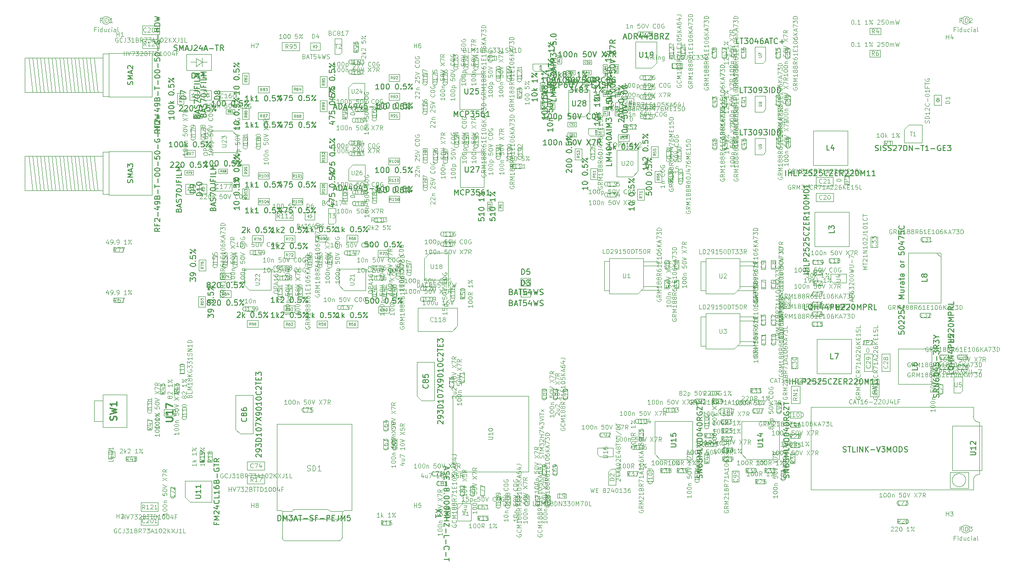
<source format=gbr>
%TF.GenerationSoftware,KiCad,Pcbnew,8.0.8*%
%TF.CreationDate,2025-02-17T12:12:58+01:00*%
%TF.ProjectId,AD DA module,41442044-4120-46d6-9f64-756c652e6b69,rev?*%
%TF.SameCoordinates,Original*%
%TF.FileFunction,AssemblyDrawing,Top*%
%FSLAX46Y46*%
G04 Gerber Fmt 4.6, Leading zero omitted, Abs format (unit mm)*
G04 Created by KiCad (PCBNEW 8.0.8) date 2025-02-17 12:12:58*
%MOMM*%
%LPD*%
G01*
G04 APERTURE LIST*
%ADD10C,0.150000*%
%ADD11C,0.060000*%
%ADD12C,0.120000*%
%ADD13C,0.080000*%
%ADD14C,0.050000*%
%ADD15C,0.110000*%
%ADD16C,0.075000*%
%ADD17C,0.105000*%
%ADD18C,0.100000*%
%ADD19C,0.254000*%
G04 APERTURE END LIST*
D10*
X94274819Y-18670000D02*
X94274819Y-19241428D01*
X94274819Y-18955714D02*
X93274819Y-18955714D01*
X93274819Y-18955714D02*
X93417676Y-19050952D01*
X93417676Y-19050952D02*
X93512914Y-19146190D01*
X93512914Y-19146190D02*
X93560533Y-19241428D01*
X93274819Y-17765238D02*
X93274819Y-18241428D01*
X93274819Y-18241428D02*
X93751009Y-18289047D01*
X93751009Y-18289047D02*
X93703390Y-18241428D01*
X93703390Y-18241428D02*
X93655771Y-18146190D01*
X93655771Y-18146190D02*
X93655771Y-17908095D01*
X93655771Y-17908095D02*
X93703390Y-17812857D01*
X93703390Y-17812857D02*
X93751009Y-17765238D01*
X93751009Y-17765238D02*
X93846247Y-17717619D01*
X93846247Y-17717619D02*
X94084342Y-17717619D01*
X94084342Y-17717619D02*
X94179580Y-17765238D01*
X94179580Y-17765238D02*
X94227200Y-17812857D01*
X94227200Y-17812857D02*
X94274819Y-17908095D01*
X94274819Y-17908095D02*
X94274819Y-18146190D01*
X94274819Y-18146190D02*
X94227200Y-18241428D01*
X94227200Y-18241428D02*
X94179580Y-18289047D01*
X94274819Y-17289047D02*
X93274819Y-17289047D01*
X93893866Y-17193809D02*
X94274819Y-16908095D01*
X93608152Y-16908095D02*
X93989104Y-17289047D01*
X93703390Y-16336666D02*
X93655771Y-16431904D01*
X93655771Y-16431904D02*
X93608152Y-16479523D01*
X93608152Y-16479523D02*
X93512914Y-16527142D01*
X93512914Y-16527142D02*
X93465295Y-16527142D01*
X93465295Y-16527142D02*
X93370057Y-16479523D01*
X93370057Y-16479523D02*
X93322438Y-16431904D01*
X93322438Y-16431904D02*
X93274819Y-16336666D01*
X93274819Y-16336666D02*
X93274819Y-16146190D01*
X93274819Y-16146190D02*
X93322438Y-16050952D01*
X93322438Y-16050952D02*
X93370057Y-16003333D01*
X93370057Y-16003333D02*
X93465295Y-15955714D01*
X93465295Y-15955714D02*
X93512914Y-15955714D01*
X93512914Y-15955714D02*
X93608152Y-16003333D01*
X93608152Y-16003333D02*
X93655771Y-16050952D01*
X93655771Y-16050952D02*
X93703390Y-16146190D01*
X93703390Y-16146190D02*
X93703390Y-16336666D01*
X93703390Y-16336666D02*
X93751009Y-16431904D01*
X93751009Y-16431904D02*
X93798628Y-16479523D01*
X93798628Y-16479523D02*
X93893866Y-16527142D01*
X93893866Y-16527142D02*
X94084342Y-16527142D01*
X94084342Y-16527142D02*
X94179580Y-16479523D01*
X94179580Y-16479523D02*
X94227200Y-16431904D01*
X94227200Y-16431904D02*
X94274819Y-16336666D01*
X94274819Y-16336666D02*
X94274819Y-16146190D01*
X94274819Y-16146190D02*
X94227200Y-16050952D01*
X94227200Y-16050952D02*
X94179580Y-16003333D01*
X94179580Y-16003333D02*
X94084342Y-15955714D01*
X94084342Y-15955714D02*
X93893866Y-15955714D01*
X93893866Y-15955714D02*
X93798628Y-16003333D01*
X93798628Y-16003333D02*
X93751009Y-16050952D01*
X93751009Y-16050952D02*
X93703390Y-16146190D01*
X94274819Y-14241428D02*
X94274819Y-14812856D01*
X94274819Y-14527142D02*
X93274819Y-14527142D01*
X93274819Y-14527142D02*
X93417676Y-14622380D01*
X93417676Y-14622380D02*
X93512914Y-14717618D01*
X93512914Y-14717618D02*
X93560533Y-14812856D01*
X94274819Y-13860475D02*
X93274819Y-13098571D01*
X93274819Y-13717618D02*
X93322438Y-13622380D01*
X93322438Y-13622380D02*
X93417676Y-13574761D01*
X93417676Y-13574761D02*
X93512914Y-13622380D01*
X93512914Y-13622380D02*
X93560533Y-13717618D01*
X93560533Y-13717618D02*
X93512914Y-13812856D01*
X93512914Y-13812856D02*
X93417676Y-13860475D01*
X93417676Y-13860475D02*
X93322438Y-13812856D01*
X93322438Y-13812856D02*
X93274819Y-13717618D01*
X94227200Y-13146190D02*
X94131961Y-13098571D01*
X94131961Y-13098571D02*
X94036723Y-13146190D01*
X94036723Y-13146190D02*
X93989104Y-13241428D01*
X93989104Y-13241428D02*
X94036723Y-13336666D01*
X94036723Y-13336666D02*
X94131961Y-13384285D01*
X94131961Y-13384285D02*
X94227200Y-13336666D01*
X94227200Y-13336666D02*
X94274819Y-13241428D01*
X94274819Y-13241428D02*
X94227200Y-13146190D01*
D11*
X95431927Y-16427142D02*
X95241451Y-16560475D01*
X95431927Y-16655713D02*
X95031927Y-16655713D01*
X95031927Y-16655713D02*
X95031927Y-16503332D01*
X95031927Y-16503332D02*
X95050975Y-16465237D01*
X95050975Y-16465237D02*
X95070022Y-16446190D01*
X95070022Y-16446190D02*
X95108118Y-16427142D01*
X95108118Y-16427142D02*
X95165260Y-16427142D01*
X95165260Y-16427142D02*
X95203356Y-16446190D01*
X95203356Y-16446190D02*
X95222403Y-16465237D01*
X95222403Y-16465237D02*
X95241451Y-16503332D01*
X95241451Y-16503332D02*
X95241451Y-16655713D01*
X95431927Y-16046190D02*
X95431927Y-16274761D01*
X95431927Y-16160475D02*
X95031927Y-16160475D01*
X95031927Y-16160475D02*
X95089070Y-16198571D01*
X95089070Y-16198571D02*
X95127165Y-16236666D01*
X95127165Y-16236666D02*
X95146213Y-16274761D01*
X95031927Y-15912857D02*
X95031927Y-15665238D01*
X95031927Y-15665238D02*
X95184308Y-15798571D01*
X95184308Y-15798571D02*
X95184308Y-15741428D01*
X95184308Y-15741428D02*
X95203356Y-15703333D01*
X95203356Y-15703333D02*
X95222403Y-15684285D01*
X95222403Y-15684285D02*
X95260499Y-15665238D01*
X95260499Y-15665238D02*
X95355737Y-15665238D01*
X95355737Y-15665238D02*
X95393832Y-15684285D01*
X95393832Y-15684285D02*
X95412880Y-15703333D01*
X95412880Y-15703333D02*
X95431927Y-15741428D01*
X95431927Y-15741428D02*
X95431927Y-15855714D01*
X95431927Y-15855714D02*
X95412880Y-15893809D01*
X95412880Y-15893809D02*
X95393832Y-15912857D01*
D12*
X125758093Y-57111950D02*
X125681903Y-57073855D01*
X125681903Y-57073855D02*
X125567617Y-57073855D01*
X125567617Y-57073855D02*
X125453331Y-57111950D01*
X125453331Y-57111950D02*
X125377141Y-57188140D01*
X125377141Y-57188140D02*
X125339046Y-57264331D01*
X125339046Y-57264331D02*
X125300950Y-57416712D01*
X125300950Y-57416712D02*
X125300950Y-57530998D01*
X125300950Y-57530998D02*
X125339046Y-57683379D01*
X125339046Y-57683379D02*
X125377141Y-57759569D01*
X125377141Y-57759569D02*
X125453331Y-57835760D01*
X125453331Y-57835760D02*
X125567617Y-57873855D01*
X125567617Y-57873855D02*
X125643808Y-57873855D01*
X125643808Y-57873855D02*
X125758093Y-57835760D01*
X125758093Y-57835760D02*
X125796189Y-57797664D01*
X125796189Y-57797664D02*
X125796189Y-57530998D01*
X125796189Y-57530998D02*
X125643808Y-57530998D01*
X126596189Y-57873855D02*
X126329522Y-57492902D01*
X126139046Y-57873855D02*
X126139046Y-57073855D01*
X126139046Y-57073855D02*
X126443808Y-57073855D01*
X126443808Y-57073855D02*
X126519998Y-57111950D01*
X126519998Y-57111950D02*
X126558093Y-57150045D01*
X126558093Y-57150045D02*
X126596189Y-57226236D01*
X126596189Y-57226236D02*
X126596189Y-57340521D01*
X126596189Y-57340521D02*
X126558093Y-57416712D01*
X126558093Y-57416712D02*
X126519998Y-57454807D01*
X126519998Y-57454807D02*
X126443808Y-57492902D01*
X126443808Y-57492902D02*
X126139046Y-57492902D01*
X126939046Y-57873855D02*
X126939046Y-57073855D01*
X126939046Y-57073855D02*
X127205712Y-57645283D01*
X127205712Y-57645283D02*
X127472379Y-57073855D01*
X127472379Y-57073855D02*
X127472379Y-57873855D01*
X128272379Y-57873855D02*
X127815236Y-57873855D01*
X128043808Y-57873855D02*
X128043808Y-57073855D01*
X128043808Y-57073855D02*
X127967617Y-57188140D01*
X127967617Y-57188140D02*
X127891427Y-57264331D01*
X127891427Y-57264331D02*
X127815236Y-57302426D01*
X128729522Y-57416712D02*
X128653332Y-57378617D01*
X128653332Y-57378617D02*
X128615237Y-57340521D01*
X128615237Y-57340521D02*
X128577141Y-57264331D01*
X128577141Y-57264331D02*
X128577141Y-57226236D01*
X128577141Y-57226236D02*
X128615237Y-57150045D01*
X128615237Y-57150045D02*
X128653332Y-57111950D01*
X128653332Y-57111950D02*
X128729522Y-57073855D01*
X128729522Y-57073855D02*
X128881903Y-57073855D01*
X128881903Y-57073855D02*
X128958094Y-57111950D01*
X128958094Y-57111950D02*
X128996189Y-57150045D01*
X128996189Y-57150045D02*
X129034284Y-57226236D01*
X129034284Y-57226236D02*
X129034284Y-57264331D01*
X129034284Y-57264331D02*
X128996189Y-57340521D01*
X128996189Y-57340521D02*
X128958094Y-57378617D01*
X128958094Y-57378617D02*
X128881903Y-57416712D01*
X128881903Y-57416712D02*
X128729522Y-57416712D01*
X128729522Y-57416712D02*
X128653332Y-57454807D01*
X128653332Y-57454807D02*
X128615237Y-57492902D01*
X128615237Y-57492902D02*
X128577141Y-57569093D01*
X128577141Y-57569093D02*
X128577141Y-57721474D01*
X128577141Y-57721474D02*
X128615237Y-57797664D01*
X128615237Y-57797664D02*
X128653332Y-57835760D01*
X128653332Y-57835760D02*
X128729522Y-57873855D01*
X128729522Y-57873855D02*
X128881903Y-57873855D01*
X128881903Y-57873855D02*
X128958094Y-57835760D01*
X128958094Y-57835760D02*
X128996189Y-57797664D01*
X128996189Y-57797664D02*
X129034284Y-57721474D01*
X129034284Y-57721474D02*
X129034284Y-57569093D01*
X129034284Y-57569093D02*
X128996189Y-57492902D01*
X128996189Y-57492902D02*
X128958094Y-57454807D01*
X128958094Y-57454807D02*
X128881903Y-57416712D01*
X129491427Y-57416712D02*
X129415237Y-57378617D01*
X129415237Y-57378617D02*
X129377142Y-57340521D01*
X129377142Y-57340521D02*
X129339046Y-57264331D01*
X129339046Y-57264331D02*
X129339046Y-57226236D01*
X129339046Y-57226236D02*
X129377142Y-57150045D01*
X129377142Y-57150045D02*
X129415237Y-57111950D01*
X129415237Y-57111950D02*
X129491427Y-57073855D01*
X129491427Y-57073855D02*
X129643808Y-57073855D01*
X129643808Y-57073855D02*
X129719999Y-57111950D01*
X129719999Y-57111950D02*
X129758094Y-57150045D01*
X129758094Y-57150045D02*
X129796189Y-57226236D01*
X129796189Y-57226236D02*
X129796189Y-57264331D01*
X129796189Y-57264331D02*
X129758094Y-57340521D01*
X129758094Y-57340521D02*
X129719999Y-57378617D01*
X129719999Y-57378617D02*
X129643808Y-57416712D01*
X129643808Y-57416712D02*
X129491427Y-57416712D01*
X129491427Y-57416712D02*
X129415237Y-57454807D01*
X129415237Y-57454807D02*
X129377142Y-57492902D01*
X129377142Y-57492902D02*
X129339046Y-57569093D01*
X129339046Y-57569093D02*
X129339046Y-57721474D01*
X129339046Y-57721474D02*
X129377142Y-57797664D01*
X129377142Y-57797664D02*
X129415237Y-57835760D01*
X129415237Y-57835760D02*
X129491427Y-57873855D01*
X129491427Y-57873855D02*
X129643808Y-57873855D01*
X129643808Y-57873855D02*
X129719999Y-57835760D01*
X129719999Y-57835760D02*
X129758094Y-57797664D01*
X129758094Y-57797664D02*
X129796189Y-57721474D01*
X129796189Y-57721474D02*
X129796189Y-57569093D01*
X129796189Y-57569093D02*
X129758094Y-57492902D01*
X129758094Y-57492902D02*
X129719999Y-57454807D01*
X129719999Y-57454807D02*
X129643808Y-57416712D01*
X130596190Y-57873855D02*
X130329523Y-57492902D01*
X130139047Y-57873855D02*
X130139047Y-57073855D01*
X130139047Y-57073855D02*
X130443809Y-57073855D01*
X130443809Y-57073855D02*
X130519999Y-57111950D01*
X130519999Y-57111950D02*
X130558094Y-57150045D01*
X130558094Y-57150045D02*
X130596190Y-57226236D01*
X130596190Y-57226236D02*
X130596190Y-57340521D01*
X130596190Y-57340521D02*
X130558094Y-57416712D01*
X130558094Y-57416712D02*
X130519999Y-57454807D01*
X130519999Y-57454807D02*
X130443809Y-57492902D01*
X130443809Y-57492902D02*
X130139047Y-57492902D01*
X131281904Y-57073855D02*
X131129523Y-57073855D01*
X131129523Y-57073855D02*
X131053332Y-57111950D01*
X131053332Y-57111950D02*
X131015237Y-57150045D01*
X131015237Y-57150045D02*
X130939047Y-57264331D01*
X130939047Y-57264331D02*
X130900951Y-57416712D01*
X130900951Y-57416712D02*
X130900951Y-57721474D01*
X130900951Y-57721474D02*
X130939047Y-57797664D01*
X130939047Y-57797664D02*
X130977142Y-57835760D01*
X130977142Y-57835760D02*
X131053332Y-57873855D01*
X131053332Y-57873855D02*
X131205713Y-57873855D01*
X131205713Y-57873855D02*
X131281904Y-57835760D01*
X131281904Y-57835760D02*
X131319999Y-57797664D01*
X131319999Y-57797664D02*
X131358094Y-57721474D01*
X131358094Y-57721474D02*
X131358094Y-57530998D01*
X131358094Y-57530998D02*
X131319999Y-57454807D01*
X131319999Y-57454807D02*
X131281904Y-57416712D01*
X131281904Y-57416712D02*
X131205713Y-57378617D01*
X131205713Y-57378617D02*
X131053332Y-57378617D01*
X131053332Y-57378617D02*
X130977142Y-57416712D01*
X130977142Y-57416712D02*
X130939047Y-57454807D01*
X130939047Y-57454807D02*
X130900951Y-57530998D01*
X132119999Y-57873855D02*
X131662856Y-57873855D01*
X131891428Y-57873855D02*
X131891428Y-57073855D01*
X131891428Y-57073855D02*
X131815237Y-57188140D01*
X131815237Y-57188140D02*
X131739047Y-57264331D01*
X131739047Y-57264331D02*
X131662856Y-57302426D01*
X132462857Y-57454807D02*
X132729523Y-57454807D01*
X132843809Y-57873855D02*
X132462857Y-57873855D01*
X132462857Y-57873855D02*
X132462857Y-57073855D01*
X132462857Y-57073855D02*
X132843809Y-57073855D01*
X133605714Y-57873855D02*
X133148571Y-57873855D01*
X133377143Y-57873855D02*
X133377143Y-57073855D01*
X133377143Y-57073855D02*
X133300952Y-57188140D01*
X133300952Y-57188140D02*
X133224762Y-57264331D01*
X133224762Y-57264331D02*
X133148571Y-57302426D01*
X134100953Y-57073855D02*
X134177143Y-57073855D01*
X134177143Y-57073855D02*
X134253334Y-57111950D01*
X134253334Y-57111950D02*
X134291429Y-57150045D01*
X134291429Y-57150045D02*
X134329524Y-57226236D01*
X134329524Y-57226236D02*
X134367619Y-57378617D01*
X134367619Y-57378617D02*
X134367619Y-57569093D01*
X134367619Y-57569093D02*
X134329524Y-57721474D01*
X134329524Y-57721474D02*
X134291429Y-57797664D01*
X134291429Y-57797664D02*
X134253334Y-57835760D01*
X134253334Y-57835760D02*
X134177143Y-57873855D01*
X134177143Y-57873855D02*
X134100953Y-57873855D01*
X134100953Y-57873855D02*
X134024762Y-57835760D01*
X134024762Y-57835760D02*
X133986667Y-57797664D01*
X133986667Y-57797664D02*
X133948572Y-57721474D01*
X133948572Y-57721474D02*
X133910476Y-57569093D01*
X133910476Y-57569093D02*
X133910476Y-57378617D01*
X133910476Y-57378617D02*
X133948572Y-57226236D01*
X133948572Y-57226236D02*
X133986667Y-57150045D01*
X133986667Y-57150045D02*
X134024762Y-57111950D01*
X134024762Y-57111950D02*
X134100953Y-57073855D01*
X135053334Y-57073855D02*
X134900953Y-57073855D01*
X134900953Y-57073855D02*
X134824762Y-57111950D01*
X134824762Y-57111950D02*
X134786667Y-57150045D01*
X134786667Y-57150045D02*
X134710477Y-57264331D01*
X134710477Y-57264331D02*
X134672381Y-57416712D01*
X134672381Y-57416712D02*
X134672381Y-57721474D01*
X134672381Y-57721474D02*
X134710477Y-57797664D01*
X134710477Y-57797664D02*
X134748572Y-57835760D01*
X134748572Y-57835760D02*
X134824762Y-57873855D01*
X134824762Y-57873855D02*
X134977143Y-57873855D01*
X134977143Y-57873855D02*
X135053334Y-57835760D01*
X135053334Y-57835760D02*
X135091429Y-57797664D01*
X135091429Y-57797664D02*
X135129524Y-57721474D01*
X135129524Y-57721474D02*
X135129524Y-57530998D01*
X135129524Y-57530998D02*
X135091429Y-57454807D01*
X135091429Y-57454807D02*
X135053334Y-57416712D01*
X135053334Y-57416712D02*
X134977143Y-57378617D01*
X134977143Y-57378617D02*
X134824762Y-57378617D01*
X134824762Y-57378617D02*
X134748572Y-57416712D01*
X134748572Y-57416712D02*
X134710477Y-57454807D01*
X134710477Y-57454807D02*
X134672381Y-57530998D01*
X135472382Y-57873855D02*
X135472382Y-57073855D01*
X135929525Y-57873855D02*
X135586667Y-57416712D01*
X135929525Y-57073855D02*
X135472382Y-57530998D01*
X136234286Y-57645283D02*
X136615239Y-57645283D01*
X136158096Y-57873855D02*
X136424763Y-57073855D01*
X136424763Y-57073855D02*
X136691429Y-57873855D01*
X136881905Y-57073855D02*
X137415239Y-57073855D01*
X137415239Y-57073855D02*
X137072381Y-57873855D01*
X137643810Y-57073855D02*
X138139048Y-57073855D01*
X138139048Y-57073855D02*
X137872382Y-57378617D01*
X137872382Y-57378617D02*
X137986667Y-57378617D01*
X137986667Y-57378617D02*
X138062858Y-57416712D01*
X138062858Y-57416712D02*
X138100953Y-57454807D01*
X138100953Y-57454807D02*
X138139048Y-57530998D01*
X138139048Y-57530998D02*
X138139048Y-57721474D01*
X138139048Y-57721474D02*
X138100953Y-57797664D01*
X138100953Y-57797664D02*
X138062858Y-57835760D01*
X138062858Y-57835760D02*
X137986667Y-57873855D01*
X137986667Y-57873855D02*
X137758096Y-57873855D01*
X137758096Y-57873855D02*
X137681905Y-57835760D01*
X137681905Y-57835760D02*
X137643810Y-57797664D01*
X138481906Y-57873855D02*
X138481906Y-57073855D01*
X138481906Y-57073855D02*
X138672382Y-57073855D01*
X138672382Y-57073855D02*
X138786668Y-57111950D01*
X138786668Y-57111950D02*
X138862858Y-57188140D01*
X138862858Y-57188140D02*
X138900953Y-57264331D01*
X138900953Y-57264331D02*
X138939049Y-57416712D01*
X138939049Y-57416712D02*
X138939049Y-57530998D01*
X138939049Y-57530998D02*
X138900953Y-57683379D01*
X138900953Y-57683379D02*
X138862858Y-57759569D01*
X138862858Y-57759569D02*
X138786668Y-57835760D01*
X138786668Y-57835760D02*
X138672382Y-57873855D01*
X138672382Y-57873855D02*
X138481906Y-57873855D01*
X131605714Y-59227664D02*
X131567618Y-59265760D01*
X131567618Y-59265760D02*
X131453333Y-59303855D01*
X131453333Y-59303855D02*
X131377142Y-59303855D01*
X131377142Y-59303855D02*
X131262856Y-59265760D01*
X131262856Y-59265760D02*
X131186666Y-59189569D01*
X131186666Y-59189569D02*
X131148571Y-59113379D01*
X131148571Y-59113379D02*
X131110475Y-58960998D01*
X131110475Y-58960998D02*
X131110475Y-58846712D01*
X131110475Y-58846712D02*
X131148571Y-58694331D01*
X131148571Y-58694331D02*
X131186666Y-58618140D01*
X131186666Y-58618140D02*
X131262856Y-58541950D01*
X131262856Y-58541950D02*
X131377142Y-58503855D01*
X131377142Y-58503855D02*
X131453333Y-58503855D01*
X131453333Y-58503855D02*
X131567618Y-58541950D01*
X131567618Y-58541950D02*
X131605714Y-58580045D01*
X132367618Y-59303855D02*
X131910475Y-59303855D01*
X132139047Y-59303855D02*
X132139047Y-58503855D01*
X132139047Y-58503855D02*
X132062856Y-58618140D01*
X132062856Y-58618140D02*
X131986666Y-58694331D01*
X131986666Y-58694331D02*
X131910475Y-58732426D01*
X133091428Y-58503855D02*
X132710476Y-58503855D01*
X132710476Y-58503855D02*
X132672380Y-58884807D01*
X132672380Y-58884807D02*
X132710476Y-58846712D01*
X132710476Y-58846712D02*
X132786666Y-58808617D01*
X132786666Y-58808617D02*
X132977142Y-58808617D01*
X132977142Y-58808617D02*
X133053333Y-58846712D01*
X133053333Y-58846712D02*
X133091428Y-58884807D01*
X133091428Y-58884807D02*
X133129523Y-58960998D01*
X133129523Y-58960998D02*
X133129523Y-59151474D01*
X133129523Y-59151474D02*
X133091428Y-59227664D01*
X133091428Y-59227664D02*
X133053333Y-59265760D01*
X133053333Y-59265760D02*
X132977142Y-59303855D01*
X132977142Y-59303855D02*
X132786666Y-59303855D01*
X132786666Y-59303855D02*
X132710476Y-59265760D01*
X132710476Y-59265760D02*
X132672380Y-59227664D01*
X113553855Y-80606429D02*
X113553855Y-81063572D01*
X113553855Y-80835000D02*
X112753855Y-80835000D01*
X112753855Y-80835000D02*
X112868140Y-80911191D01*
X112868140Y-80911191D02*
X112944331Y-80987381D01*
X112944331Y-80987381D02*
X112982426Y-81063572D01*
X112753855Y-80111190D02*
X112753855Y-80035000D01*
X112753855Y-80035000D02*
X112791950Y-79958809D01*
X112791950Y-79958809D02*
X112830045Y-79920714D01*
X112830045Y-79920714D02*
X112906236Y-79882619D01*
X112906236Y-79882619D02*
X113058617Y-79844524D01*
X113058617Y-79844524D02*
X113249093Y-79844524D01*
X113249093Y-79844524D02*
X113401474Y-79882619D01*
X113401474Y-79882619D02*
X113477664Y-79920714D01*
X113477664Y-79920714D02*
X113515760Y-79958809D01*
X113515760Y-79958809D02*
X113553855Y-80035000D01*
X113553855Y-80035000D02*
X113553855Y-80111190D01*
X113553855Y-80111190D02*
X113515760Y-80187381D01*
X113515760Y-80187381D02*
X113477664Y-80225476D01*
X113477664Y-80225476D02*
X113401474Y-80263571D01*
X113401474Y-80263571D02*
X113249093Y-80301667D01*
X113249093Y-80301667D02*
X113058617Y-80301667D01*
X113058617Y-80301667D02*
X112906236Y-80263571D01*
X112906236Y-80263571D02*
X112830045Y-80225476D01*
X112830045Y-80225476D02*
X112791950Y-80187381D01*
X112791950Y-80187381D02*
X112753855Y-80111190D01*
X112753855Y-79349285D02*
X112753855Y-79273095D01*
X112753855Y-79273095D02*
X112791950Y-79196904D01*
X112791950Y-79196904D02*
X112830045Y-79158809D01*
X112830045Y-79158809D02*
X112906236Y-79120714D01*
X112906236Y-79120714D02*
X113058617Y-79082619D01*
X113058617Y-79082619D02*
X113249093Y-79082619D01*
X113249093Y-79082619D02*
X113401474Y-79120714D01*
X113401474Y-79120714D02*
X113477664Y-79158809D01*
X113477664Y-79158809D02*
X113515760Y-79196904D01*
X113515760Y-79196904D02*
X113553855Y-79273095D01*
X113553855Y-79273095D02*
X113553855Y-79349285D01*
X113553855Y-79349285D02*
X113515760Y-79425476D01*
X113515760Y-79425476D02*
X113477664Y-79463571D01*
X113477664Y-79463571D02*
X113401474Y-79501666D01*
X113401474Y-79501666D02*
X113249093Y-79539762D01*
X113249093Y-79539762D02*
X113058617Y-79539762D01*
X113058617Y-79539762D02*
X112906236Y-79501666D01*
X112906236Y-79501666D02*
X112830045Y-79463571D01*
X112830045Y-79463571D02*
X112791950Y-79425476D01*
X112791950Y-79425476D02*
X112753855Y-79349285D01*
X113020521Y-78739761D02*
X113553855Y-78739761D01*
X113096712Y-78739761D02*
X113058617Y-78701666D01*
X113058617Y-78701666D02*
X113020521Y-78625476D01*
X113020521Y-78625476D02*
X113020521Y-78511190D01*
X113020521Y-78511190D02*
X113058617Y-78434999D01*
X113058617Y-78434999D02*
X113134807Y-78396904D01*
X113134807Y-78396904D02*
X113553855Y-78396904D01*
X112753855Y-77025475D02*
X112753855Y-77406427D01*
X112753855Y-77406427D02*
X113134807Y-77444523D01*
X113134807Y-77444523D02*
X113096712Y-77406427D01*
X113096712Y-77406427D02*
X113058617Y-77330237D01*
X113058617Y-77330237D02*
X113058617Y-77139761D01*
X113058617Y-77139761D02*
X113096712Y-77063570D01*
X113096712Y-77063570D02*
X113134807Y-77025475D01*
X113134807Y-77025475D02*
X113210998Y-76987380D01*
X113210998Y-76987380D02*
X113401474Y-76987380D01*
X113401474Y-76987380D02*
X113477664Y-77025475D01*
X113477664Y-77025475D02*
X113515760Y-77063570D01*
X113515760Y-77063570D02*
X113553855Y-77139761D01*
X113553855Y-77139761D02*
X113553855Y-77330237D01*
X113553855Y-77330237D02*
X113515760Y-77406427D01*
X113515760Y-77406427D02*
X113477664Y-77444523D01*
X112753855Y-76492141D02*
X112753855Y-76415951D01*
X112753855Y-76415951D02*
X112791950Y-76339760D01*
X112791950Y-76339760D02*
X112830045Y-76301665D01*
X112830045Y-76301665D02*
X112906236Y-76263570D01*
X112906236Y-76263570D02*
X113058617Y-76225475D01*
X113058617Y-76225475D02*
X113249093Y-76225475D01*
X113249093Y-76225475D02*
X113401474Y-76263570D01*
X113401474Y-76263570D02*
X113477664Y-76301665D01*
X113477664Y-76301665D02*
X113515760Y-76339760D01*
X113515760Y-76339760D02*
X113553855Y-76415951D01*
X113553855Y-76415951D02*
X113553855Y-76492141D01*
X113553855Y-76492141D02*
X113515760Y-76568332D01*
X113515760Y-76568332D02*
X113477664Y-76606427D01*
X113477664Y-76606427D02*
X113401474Y-76644522D01*
X113401474Y-76644522D02*
X113249093Y-76682618D01*
X113249093Y-76682618D02*
X113058617Y-76682618D01*
X113058617Y-76682618D02*
X112906236Y-76644522D01*
X112906236Y-76644522D02*
X112830045Y-76606427D01*
X112830045Y-76606427D02*
X112791950Y-76568332D01*
X112791950Y-76568332D02*
X112753855Y-76492141D01*
X112753855Y-75996903D02*
X113553855Y-75730236D01*
X113553855Y-75730236D02*
X112753855Y-75463570D01*
X112753855Y-74663570D02*
X113553855Y-74130236D01*
X112753855Y-74130236D02*
X113553855Y-74663570D01*
X112753855Y-73901665D02*
X112753855Y-73368331D01*
X112753855Y-73368331D02*
X113553855Y-73711189D01*
X113553855Y-72606426D02*
X113172902Y-72873093D01*
X113553855Y-73063569D02*
X112753855Y-73063569D01*
X112753855Y-73063569D02*
X112753855Y-72758807D01*
X112753855Y-72758807D02*
X112791950Y-72682617D01*
X112791950Y-72682617D02*
X112830045Y-72644522D01*
X112830045Y-72644522D02*
X112906236Y-72606426D01*
X112906236Y-72606426D02*
X113020521Y-72606426D01*
X113020521Y-72606426D02*
X113096712Y-72644522D01*
X113096712Y-72644522D02*
X113134807Y-72682617D01*
X113134807Y-72682617D02*
X113172902Y-72758807D01*
X113172902Y-72758807D02*
X113172902Y-73063569D01*
X112047664Y-77730237D02*
X112085760Y-77768333D01*
X112085760Y-77768333D02*
X112123855Y-77882618D01*
X112123855Y-77882618D02*
X112123855Y-77958809D01*
X112123855Y-77958809D02*
X112085760Y-78073095D01*
X112085760Y-78073095D02*
X112009569Y-78149285D01*
X112009569Y-78149285D02*
X111933379Y-78187380D01*
X111933379Y-78187380D02*
X111780998Y-78225476D01*
X111780998Y-78225476D02*
X111666712Y-78225476D01*
X111666712Y-78225476D02*
X111514331Y-78187380D01*
X111514331Y-78187380D02*
X111438140Y-78149285D01*
X111438140Y-78149285D02*
X111361950Y-78073095D01*
X111361950Y-78073095D02*
X111323855Y-77958809D01*
X111323855Y-77958809D02*
X111323855Y-77882618D01*
X111323855Y-77882618D02*
X111361950Y-77768333D01*
X111361950Y-77768333D02*
X111400045Y-77730237D01*
X112123855Y-76968333D02*
X112123855Y-77425476D01*
X112123855Y-77196904D02*
X111323855Y-77196904D01*
X111323855Y-77196904D02*
X111438140Y-77273095D01*
X111438140Y-77273095D02*
X111514331Y-77349285D01*
X111514331Y-77349285D02*
X111552426Y-77425476D01*
X111323855Y-76473094D02*
X111323855Y-76396904D01*
X111323855Y-76396904D02*
X111361950Y-76320713D01*
X111361950Y-76320713D02*
X111400045Y-76282618D01*
X111400045Y-76282618D02*
X111476236Y-76244523D01*
X111476236Y-76244523D02*
X111628617Y-76206428D01*
X111628617Y-76206428D02*
X111819093Y-76206428D01*
X111819093Y-76206428D02*
X111971474Y-76244523D01*
X111971474Y-76244523D02*
X112047664Y-76282618D01*
X112047664Y-76282618D02*
X112085760Y-76320713D01*
X112085760Y-76320713D02*
X112123855Y-76396904D01*
X112123855Y-76396904D02*
X112123855Y-76473094D01*
X112123855Y-76473094D02*
X112085760Y-76549285D01*
X112085760Y-76549285D02*
X112047664Y-76587380D01*
X112047664Y-76587380D02*
X111971474Y-76625475D01*
X111971474Y-76625475D02*
X111819093Y-76663571D01*
X111819093Y-76663571D02*
X111628617Y-76663571D01*
X111628617Y-76663571D02*
X111476236Y-76625475D01*
X111476236Y-76625475D02*
X111400045Y-76587380D01*
X111400045Y-76587380D02*
X111361950Y-76549285D01*
X111361950Y-76549285D02*
X111323855Y-76473094D01*
X111400045Y-75901666D02*
X111361950Y-75863570D01*
X111361950Y-75863570D02*
X111323855Y-75787380D01*
X111323855Y-75787380D02*
X111323855Y-75596904D01*
X111323855Y-75596904D02*
X111361950Y-75520713D01*
X111361950Y-75520713D02*
X111400045Y-75482618D01*
X111400045Y-75482618D02*
X111476236Y-75444523D01*
X111476236Y-75444523D02*
X111552426Y-75444523D01*
X111552426Y-75444523D02*
X111666712Y-75482618D01*
X111666712Y-75482618D02*
X112123855Y-75939761D01*
X112123855Y-75939761D02*
X112123855Y-75444523D01*
X27070713Y-55058855D02*
X26613570Y-55058855D01*
X26842142Y-55058855D02*
X26842142Y-54258855D01*
X26842142Y-54258855D02*
X26765951Y-54373140D01*
X26765951Y-54373140D02*
X26689761Y-54449331D01*
X26689761Y-54449331D02*
X26613570Y-54487426D01*
X27565952Y-54258855D02*
X27642142Y-54258855D01*
X27642142Y-54258855D02*
X27718333Y-54296950D01*
X27718333Y-54296950D02*
X27756428Y-54335045D01*
X27756428Y-54335045D02*
X27794523Y-54411236D01*
X27794523Y-54411236D02*
X27832618Y-54563617D01*
X27832618Y-54563617D02*
X27832618Y-54754093D01*
X27832618Y-54754093D02*
X27794523Y-54906474D01*
X27794523Y-54906474D02*
X27756428Y-54982664D01*
X27756428Y-54982664D02*
X27718333Y-55020760D01*
X27718333Y-55020760D02*
X27642142Y-55058855D01*
X27642142Y-55058855D02*
X27565952Y-55058855D01*
X27565952Y-55058855D02*
X27489761Y-55020760D01*
X27489761Y-55020760D02*
X27451666Y-54982664D01*
X27451666Y-54982664D02*
X27413571Y-54906474D01*
X27413571Y-54906474D02*
X27375475Y-54754093D01*
X27375475Y-54754093D02*
X27375475Y-54563617D01*
X27375475Y-54563617D02*
X27413571Y-54411236D01*
X27413571Y-54411236D02*
X27451666Y-54335045D01*
X27451666Y-54335045D02*
X27489761Y-54296950D01*
X27489761Y-54296950D02*
X27565952Y-54258855D01*
X28175476Y-54525521D02*
X28175476Y-55058855D01*
X28175476Y-54601712D02*
X28213571Y-54563617D01*
X28213571Y-54563617D02*
X28289761Y-54525521D01*
X28289761Y-54525521D02*
X28404047Y-54525521D01*
X28404047Y-54525521D02*
X28480238Y-54563617D01*
X28480238Y-54563617D02*
X28518333Y-54639807D01*
X28518333Y-54639807D02*
X28518333Y-55058855D01*
X26689762Y-56412664D02*
X26651666Y-56450760D01*
X26651666Y-56450760D02*
X26537381Y-56488855D01*
X26537381Y-56488855D02*
X26461190Y-56488855D01*
X26461190Y-56488855D02*
X26346904Y-56450760D01*
X26346904Y-56450760D02*
X26270714Y-56374569D01*
X26270714Y-56374569D02*
X26232619Y-56298379D01*
X26232619Y-56298379D02*
X26194523Y-56145998D01*
X26194523Y-56145998D02*
X26194523Y-56031712D01*
X26194523Y-56031712D02*
X26232619Y-55879331D01*
X26232619Y-55879331D02*
X26270714Y-55803140D01*
X26270714Y-55803140D02*
X26346904Y-55726950D01*
X26346904Y-55726950D02*
X26461190Y-55688855D01*
X26461190Y-55688855D02*
X26537381Y-55688855D01*
X26537381Y-55688855D02*
X26651666Y-55726950D01*
X26651666Y-55726950D02*
X26689762Y-55765045D01*
X27451666Y-56488855D02*
X26994523Y-56488855D01*
X27223095Y-56488855D02*
X27223095Y-55688855D01*
X27223095Y-55688855D02*
X27146904Y-55803140D01*
X27146904Y-55803140D02*
X27070714Y-55879331D01*
X27070714Y-55879331D02*
X26994523Y-55917426D01*
X27718333Y-55688855D02*
X28213571Y-55688855D01*
X28213571Y-55688855D02*
X27946905Y-55993617D01*
X27946905Y-55993617D02*
X28061190Y-55993617D01*
X28061190Y-55993617D02*
X28137381Y-56031712D01*
X28137381Y-56031712D02*
X28175476Y-56069807D01*
X28175476Y-56069807D02*
X28213571Y-56145998D01*
X28213571Y-56145998D02*
X28213571Y-56336474D01*
X28213571Y-56336474D02*
X28175476Y-56412664D01*
X28175476Y-56412664D02*
X28137381Y-56450760D01*
X28137381Y-56450760D02*
X28061190Y-56488855D01*
X28061190Y-56488855D02*
X27832619Y-56488855D01*
X27832619Y-56488855D02*
X27756428Y-56450760D01*
X27756428Y-56450760D02*
X27718333Y-56412664D01*
X28594524Y-56488855D02*
X28746905Y-56488855D01*
X28746905Y-56488855D02*
X28823095Y-56450760D01*
X28823095Y-56450760D02*
X28861191Y-56412664D01*
X28861191Y-56412664D02*
X28937381Y-56298379D01*
X28937381Y-56298379D02*
X28975476Y-56145998D01*
X28975476Y-56145998D02*
X28975476Y-55841236D01*
X28975476Y-55841236D02*
X28937381Y-55765045D01*
X28937381Y-55765045D02*
X28899286Y-55726950D01*
X28899286Y-55726950D02*
X28823095Y-55688855D01*
X28823095Y-55688855D02*
X28670714Y-55688855D01*
X28670714Y-55688855D02*
X28594524Y-55726950D01*
X28594524Y-55726950D02*
X28556429Y-55765045D01*
X28556429Y-55765045D02*
X28518333Y-55841236D01*
X28518333Y-55841236D02*
X28518333Y-56031712D01*
X28518333Y-56031712D02*
X28556429Y-56107902D01*
X28556429Y-56107902D02*
X28594524Y-56145998D01*
X28594524Y-56145998D02*
X28670714Y-56184093D01*
X28670714Y-56184093D02*
X28823095Y-56184093D01*
X28823095Y-56184093D02*
X28899286Y-56145998D01*
X28899286Y-56145998D02*
X28937381Y-56107902D01*
X28937381Y-56107902D02*
X28975476Y-56031712D01*
X80631950Y-97726668D02*
X80593855Y-97802858D01*
X80593855Y-97802858D02*
X80593855Y-97917144D01*
X80593855Y-97917144D02*
X80631950Y-98031430D01*
X80631950Y-98031430D02*
X80708140Y-98107620D01*
X80708140Y-98107620D02*
X80784331Y-98145715D01*
X80784331Y-98145715D02*
X80936712Y-98183811D01*
X80936712Y-98183811D02*
X81050998Y-98183811D01*
X81050998Y-98183811D02*
X81203379Y-98145715D01*
X81203379Y-98145715D02*
X81279569Y-98107620D01*
X81279569Y-98107620D02*
X81355760Y-98031430D01*
X81355760Y-98031430D02*
X81393855Y-97917144D01*
X81393855Y-97917144D02*
X81393855Y-97840953D01*
X81393855Y-97840953D02*
X81355760Y-97726668D01*
X81355760Y-97726668D02*
X81317664Y-97688572D01*
X81317664Y-97688572D02*
X81050998Y-97688572D01*
X81050998Y-97688572D02*
X81050998Y-97840953D01*
X81317664Y-96888572D02*
X81355760Y-96926668D01*
X81355760Y-96926668D02*
X81393855Y-97040953D01*
X81393855Y-97040953D02*
X81393855Y-97117144D01*
X81393855Y-97117144D02*
X81355760Y-97231430D01*
X81355760Y-97231430D02*
X81279569Y-97307620D01*
X81279569Y-97307620D02*
X81203379Y-97345715D01*
X81203379Y-97345715D02*
X81050998Y-97383811D01*
X81050998Y-97383811D02*
X80936712Y-97383811D01*
X80936712Y-97383811D02*
X80784331Y-97345715D01*
X80784331Y-97345715D02*
X80708140Y-97307620D01*
X80708140Y-97307620D02*
X80631950Y-97231430D01*
X80631950Y-97231430D02*
X80593855Y-97117144D01*
X80593855Y-97117144D02*
X80593855Y-97040953D01*
X80593855Y-97040953D02*
X80631950Y-96926668D01*
X80631950Y-96926668D02*
X80670045Y-96888572D01*
X81393855Y-96545715D02*
X80593855Y-96545715D01*
X80593855Y-96545715D02*
X81165283Y-96279049D01*
X81165283Y-96279049D02*
X80593855Y-96012382D01*
X80593855Y-96012382D02*
X81393855Y-96012382D01*
X81393855Y-95212382D02*
X81393855Y-95669525D01*
X81393855Y-95440953D02*
X80593855Y-95440953D01*
X80593855Y-95440953D02*
X80708140Y-95517144D01*
X80708140Y-95517144D02*
X80784331Y-95593334D01*
X80784331Y-95593334D02*
X80822426Y-95669525D01*
X80936712Y-94755239D02*
X80898617Y-94831429D01*
X80898617Y-94831429D02*
X80860521Y-94869524D01*
X80860521Y-94869524D02*
X80784331Y-94907620D01*
X80784331Y-94907620D02*
X80746236Y-94907620D01*
X80746236Y-94907620D02*
X80670045Y-94869524D01*
X80670045Y-94869524D02*
X80631950Y-94831429D01*
X80631950Y-94831429D02*
X80593855Y-94755239D01*
X80593855Y-94755239D02*
X80593855Y-94602858D01*
X80593855Y-94602858D02*
X80631950Y-94526667D01*
X80631950Y-94526667D02*
X80670045Y-94488572D01*
X80670045Y-94488572D02*
X80746236Y-94450477D01*
X80746236Y-94450477D02*
X80784331Y-94450477D01*
X80784331Y-94450477D02*
X80860521Y-94488572D01*
X80860521Y-94488572D02*
X80898617Y-94526667D01*
X80898617Y-94526667D02*
X80936712Y-94602858D01*
X80936712Y-94602858D02*
X80936712Y-94755239D01*
X80936712Y-94755239D02*
X80974807Y-94831429D01*
X80974807Y-94831429D02*
X81012902Y-94869524D01*
X81012902Y-94869524D02*
X81089093Y-94907620D01*
X81089093Y-94907620D02*
X81241474Y-94907620D01*
X81241474Y-94907620D02*
X81317664Y-94869524D01*
X81317664Y-94869524D02*
X81355760Y-94831429D01*
X81355760Y-94831429D02*
X81393855Y-94755239D01*
X81393855Y-94755239D02*
X81393855Y-94602858D01*
X81393855Y-94602858D02*
X81355760Y-94526667D01*
X81355760Y-94526667D02*
X81317664Y-94488572D01*
X81317664Y-94488572D02*
X81241474Y-94450477D01*
X81241474Y-94450477D02*
X81089093Y-94450477D01*
X81089093Y-94450477D02*
X81012902Y-94488572D01*
X81012902Y-94488572D02*
X80974807Y-94526667D01*
X80974807Y-94526667D02*
X80936712Y-94602858D01*
X80936712Y-93993334D02*
X80898617Y-94069524D01*
X80898617Y-94069524D02*
X80860521Y-94107619D01*
X80860521Y-94107619D02*
X80784331Y-94145715D01*
X80784331Y-94145715D02*
X80746236Y-94145715D01*
X80746236Y-94145715D02*
X80670045Y-94107619D01*
X80670045Y-94107619D02*
X80631950Y-94069524D01*
X80631950Y-94069524D02*
X80593855Y-93993334D01*
X80593855Y-93993334D02*
X80593855Y-93840953D01*
X80593855Y-93840953D02*
X80631950Y-93764762D01*
X80631950Y-93764762D02*
X80670045Y-93726667D01*
X80670045Y-93726667D02*
X80746236Y-93688572D01*
X80746236Y-93688572D02*
X80784331Y-93688572D01*
X80784331Y-93688572D02*
X80860521Y-93726667D01*
X80860521Y-93726667D02*
X80898617Y-93764762D01*
X80898617Y-93764762D02*
X80936712Y-93840953D01*
X80936712Y-93840953D02*
X80936712Y-93993334D01*
X80936712Y-93993334D02*
X80974807Y-94069524D01*
X80974807Y-94069524D02*
X81012902Y-94107619D01*
X81012902Y-94107619D02*
X81089093Y-94145715D01*
X81089093Y-94145715D02*
X81241474Y-94145715D01*
X81241474Y-94145715D02*
X81317664Y-94107619D01*
X81317664Y-94107619D02*
X81355760Y-94069524D01*
X81355760Y-94069524D02*
X81393855Y-93993334D01*
X81393855Y-93993334D02*
X81393855Y-93840953D01*
X81393855Y-93840953D02*
X81355760Y-93764762D01*
X81355760Y-93764762D02*
X81317664Y-93726667D01*
X81317664Y-93726667D02*
X81241474Y-93688572D01*
X81241474Y-93688572D02*
X81089093Y-93688572D01*
X81089093Y-93688572D02*
X81012902Y-93726667D01*
X81012902Y-93726667D02*
X80974807Y-93764762D01*
X80974807Y-93764762D02*
X80936712Y-93840953D01*
X81393855Y-92888571D02*
X81012902Y-93155238D01*
X81393855Y-93345714D02*
X80593855Y-93345714D01*
X80593855Y-93345714D02*
X80593855Y-93040952D01*
X80593855Y-93040952D02*
X80631950Y-92964762D01*
X80631950Y-92964762D02*
X80670045Y-92926667D01*
X80670045Y-92926667D02*
X80746236Y-92888571D01*
X80746236Y-92888571D02*
X80860521Y-92888571D01*
X80860521Y-92888571D02*
X80936712Y-92926667D01*
X80936712Y-92926667D02*
X80974807Y-92964762D01*
X80974807Y-92964762D02*
X81012902Y-93040952D01*
X81012902Y-93040952D02*
X81012902Y-93345714D01*
X80593855Y-92621905D02*
X80593855Y-92088571D01*
X80593855Y-92088571D02*
X81393855Y-92431429D01*
X81393855Y-91364762D02*
X81393855Y-91821905D01*
X81393855Y-91593333D02*
X80593855Y-91593333D01*
X80593855Y-91593333D02*
X80708140Y-91669524D01*
X80708140Y-91669524D02*
X80784331Y-91745714D01*
X80784331Y-91745714D02*
X80822426Y-91821905D01*
X80974807Y-91021904D02*
X80974807Y-90755238D01*
X81393855Y-90640952D02*
X81393855Y-91021904D01*
X81393855Y-91021904D02*
X80593855Y-91021904D01*
X80593855Y-91021904D02*
X80593855Y-90640952D01*
X81393855Y-89879047D02*
X81393855Y-90336190D01*
X81393855Y-90107618D02*
X80593855Y-90107618D01*
X80593855Y-90107618D02*
X80708140Y-90183809D01*
X80708140Y-90183809D02*
X80784331Y-90259999D01*
X80784331Y-90259999D02*
X80822426Y-90336190D01*
X80593855Y-89383808D02*
X80593855Y-89307618D01*
X80593855Y-89307618D02*
X80631950Y-89231427D01*
X80631950Y-89231427D02*
X80670045Y-89193332D01*
X80670045Y-89193332D02*
X80746236Y-89155237D01*
X80746236Y-89155237D02*
X80898617Y-89117142D01*
X80898617Y-89117142D02*
X81089093Y-89117142D01*
X81089093Y-89117142D02*
X81241474Y-89155237D01*
X81241474Y-89155237D02*
X81317664Y-89193332D01*
X81317664Y-89193332D02*
X81355760Y-89231427D01*
X81355760Y-89231427D02*
X81393855Y-89307618D01*
X81393855Y-89307618D02*
X81393855Y-89383808D01*
X81393855Y-89383808D02*
X81355760Y-89459999D01*
X81355760Y-89459999D02*
X81317664Y-89498094D01*
X81317664Y-89498094D02*
X81241474Y-89536189D01*
X81241474Y-89536189D02*
X81089093Y-89574285D01*
X81089093Y-89574285D02*
X80898617Y-89574285D01*
X80898617Y-89574285D02*
X80746236Y-89536189D01*
X80746236Y-89536189D02*
X80670045Y-89498094D01*
X80670045Y-89498094D02*
X80631950Y-89459999D01*
X80631950Y-89459999D02*
X80593855Y-89383808D01*
X80593855Y-88393332D02*
X80593855Y-88774284D01*
X80593855Y-88774284D02*
X80974807Y-88812380D01*
X80974807Y-88812380D02*
X80936712Y-88774284D01*
X80936712Y-88774284D02*
X80898617Y-88698094D01*
X80898617Y-88698094D02*
X80898617Y-88507618D01*
X80898617Y-88507618D02*
X80936712Y-88431427D01*
X80936712Y-88431427D02*
X80974807Y-88393332D01*
X80974807Y-88393332D02*
X81050998Y-88355237D01*
X81050998Y-88355237D02*
X81241474Y-88355237D01*
X81241474Y-88355237D02*
X81317664Y-88393332D01*
X81317664Y-88393332D02*
X81355760Y-88431427D01*
X81355760Y-88431427D02*
X81393855Y-88507618D01*
X81393855Y-88507618D02*
X81393855Y-88698094D01*
X81393855Y-88698094D02*
X81355760Y-88774284D01*
X81355760Y-88774284D02*
X81317664Y-88812380D01*
X81393855Y-88012379D02*
X80593855Y-88012379D01*
X81393855Y-87555236D02*
X80936712Y-87898094D01*
X80593855Y-87555236D02*
X81050998Y-88012379D01*
X81165283Y-87250475D02*
X81165283Y-86869522D01*
X81393855Y-87326665D02*
X80593855Y-87059998D01*
X80593855Y-87059998D02*
X81393855Y-86793332D01*
X80593855Y-86183808D02*
X80593855Y-86336189D01*
X80593855Y-86336189D02*
X80631950Y-86412380D01*
X80631950Y-86412380D02*
X80670045Y-86450475D01*
X80670045Y-86450475D02*
X80784331Y-86526665D01*
X80784331Y-86526665D02*
X80936712Y-86564761D01*
X80936712Y-86564761D02*
X81241474Y-86564761D01*
X81241474Y-86564761D02*
X81317664Y-86526665D01*
X81317664Y-86526665D02*
X81355760Y-86488570D01*
X81355760Y-86488570D02*
X81393855Y-86412380D01*
X81393855Y-86412380D02*
X81393855Y-86259999D01*
X81393855Y-86259999D02*
X81355760Y-86183808D01*
X81355760Y-86183808D02*
X81317664Y-86145713D01*
X81317664Y-86145713D02*
X81241474Y-86107618D01*
X81241474Y-86107618D02*
X81050998Y-86107618D01*
X81050998Y-86107618D02*
X80974807Y-86145713D01*
X80974807Y-86145713D02*
X80936712Y-86183808D01*
X80936712Y-86183808D02*
X80898617Y-86259999D01*
X80898617Y-86259999D02*
X80898617Y-86412380D01*
X80898617Y-86412380D02*
X80936712Y-86488570D01*
X80936712Y-86488570D02*
X80974807Y-86526665D01*
X80974807Y-86526665D02*
X81050998Y-86564761D01*
X80860521Y-85421903D02*
X81393855Y-85421903D01*
X80555760Y-85612379D02*
X81127188Y-85802856D01*
X81127188Y-85802856D02*
X81127188Y-85307617D01*
X80593855Y-84774284D02*
X81165283Y-84774284D01*
X81165283Y-84774284D02*
X81279569Y-84812379D01*
X81279569Y-84812379D02*
X81355760Y-84888570D01*
X81355760Y-84888570D02*
X81393855Y-85002855D01*
X81393855Y-85002855D02*
X81393855Y-85079046D01*
X82747664Y-91974285D02*
X82785760Y-92012381D01*
X82785760Y-92012381D02*
X82823855Y-92126666D01*
X82823855Y-92126666D02*
X82823855Y-92202857D01*
X82823855Y-92202857D02*
X82785760Y-92317143D01*
X82785760Y-92317143D02*
X82709569Y-92393333D01*
X82709569Y-92393333D02*
X82633379Y-92431428D01*
X82633379Y-92431428D02*
X82480998Y-92469524D01*
X82480998Y-92469524D02*
X82366712Y-92469524D01*
X82366712Y-92469524D02*
X82214331Y-92431428D01*
X82214331Y-92431428D02*
X82138140Y-92393333D01*
X82138140Y-92393333D02*
X82061950Y-92317143D01*
X82061950Y-92317143D02*
X82023855Y-92202857D01*
X82023855Y-92202857D02*
X82023855Y-92126666D01*
X82023855Y-92126666D02*
X82061950Y-92012381D01*
X82061950Y-92012381D02*
X82100045Y-91974285D01*
X82023855Y-91288571D02*
X82023855Y-91440952D01*
X82023855Y-91440952D02*
X82061950Y-91517143D01*
X82061950Y-91517143D02*
X82100045Y-91555238D01*
X82100045Y-91555238D02*
X82214331Y-91631428D01*
X82214331Y-91631428D02*
X82366712Y-91669524D01*
X82366712Y-91669524D02*
X82671474Y-91669524D01*
X82671474Y-91669524D02*
X82747664Y-91631428D01*
X82747664Y-91631428D02*
X82785760Y-91593333D01*
X82785760Y-91593333D02*
X82823855Y-91517143D01*
X82823855Y-91517143D02*
X82823855Y-91364762D01*
X82823855Y-91364762D02*
X82785760Y-91288571D01*
X82785760Y-91288571D02*
X82747664Y-91250476D01*
X82747664Y-91250476D02*
X82671474Y-91212381D01*
X82671474Y-91212381D02*
X82480998Y-91212381D01*
X82480998Y-91212381D02*
X82404807Y-91250476D01*
X82404807Y-91250476D02*
X82366712Y-91288571D01*
X82366712Y-91288571D02*
X82328617Y-91364762D01*
X82328617Y-91364762D02*
X82328617Y-91517143D01*
X82328617Y-91517143D02*
X82366712Y-91593333D01*
X82366712Y-91593333D02*
X82404807Y-91631428D01*
X82404807Y-91631428D02*
X82480998Y-91669524D01*
X82366712Y-90755238D02*
X82328617Y-90831428D01*
X82328617Y-90831428D02*
X82290521Y-90869523D01*
X82290521Y-90869523D02*
X82214331Y-90907619D01*
X82214331Y-90907619D02*
X82176236Y-90907619D01*
X82176236Y-90907619D02*
X82100045Y-90869523D01*
X82100045Y-90869523D02*
X82061950Y-90831428D01*
X82061950Y-90831428D02*
X82023855Y-90755238D01*
X82023855Y-90755238D02*
X82023855Y-90602857D01*
X82023855Y-90602857D02*
X82061950Y-90526666D01*
X82061950Y-90526666D02*
X82100045Y-90488571D01*
X82100045Y-90488571D02*
X82176236Y-90450476D01*
X82176236Y-90450476D02*
X82214331Y-90450476D01*
X82214331Y-90450476D02*
X82290521Y-90488571D01*
X82290521Y-90488571D02*
X82328617Y-90526666D01*
X82328617Y-90526666D02*
X82366712Y-90602857D01*
X82366712Y-90602857D02*
X82366712Y-90755238D01*
X82366712Y-90755238D02*
X82404807Y-90831428D01*
X82404807Y-90831428D02*
X82442902Y-90869523D01*
X82442902Y-90869523D02*
X82519093Y-90907619D01*
X82519093Y-90907619D02*
X82671474Y-90907619D01*
X82671474Y-90907619D02*
X82747664Y-90869523D01*
X82747664Y-90869523D02*
X82785760Y-90831428D01*
X82785760Y-90831428D02*
X82823855Y-90755238D01*
X82823855Y-90755238D02*
X82823855Y-90602857D01*
X82823855Y-90602857D02*
X82785760Y-90526666D01*
X82785760Y-90526666D02*
X82747664Y-90488571D01*
X82747664Y-90488571D02*
X82671474Y-90450476D01*
X82671474Y-90450476D02*
X82519093Y-90450476D01*
X82519093Y-90450476D02*
X82442902Y-90488571D01*
X82442902Y-90488571D02*
X82404807Y-90526666D01*
X82404807Y-90526666D02*
X82366712Y-90602857D01*
X56568570Y-53273855D02*
X56111427Y-53273855D01*
X56339999Y-53273855D02*
X56339999Y-52473855D01*
X56339999Y-52473855D02*
X56263808Y-52588140D01*
X56263808Y-52588140D02*
X56187618Y-52664331D01*
X56187618Y-52664331D02*
X56111427Y-52702426D01*
X57063809Y-52473855D02*
X57139999Y-52473855D01*
X57139999Y-52473855D02*
X57216190Y-52511950D01*
X57216190Y-52511950D02*
X57254285Y-52550045D01*
X57254285Y-52550045D02*
X57292380Y-52626236D01*
X57292380Y-52626236D02*
X57330475Y-52778617D01*
X57330475Y-52778617D02*
X57330475Y-52969093D01*
X57330475Y-52969093D02*
X57292380Y-53121474D01*
X57292380Y-53121474D02*
X57254285Y-53197664D01*
X57254285Y-53197664D02*
X57216190Y-53235760D01*
X57216190Y-53235760D02*
X57139999Y-53273855D01*
X57139999Y-53273855D02*
X57063809Y-53273855D01*
X57063809Y-53273855D02*
X56987618Y-53235760D01*
X56987618Y-53235760D02*
X56949523Y-53197664D01*
X56949523Y-53197664D02*
X56911428Y-53121474D01*
X56911428Y-53121474D02*
X56873332Y-52969093D01*
X56873332Y-52969093D02*
X56873332Y-52778617D01*
X56873332Y-52778617D02*
X56911428Y-52626236D01*
X56911428Y-52626236D02*
X56949523Y-52550045D01*
X56949523Y-52550045D02*
X56987618Y-52511950D01*
X56987618Y-52511950D02*
X57063809Y-52473855D01*
X57825714Y-52473855D02*
X57901904Y-52473855D01*
X57901904Y-52473855D02*
X57978095Y-52511950D01*
X57978095Y-52511950D02*
X58016190Y-52550045D01*
X58016190Y-52550045D02*
X58054285Y-52626236D01*
X58054285Y-52626236D02*
X58092380Y-52778617D01*
X58092380Y-52778617D02*
X58092380Y-52969093D01*
X58092380Y-52969093D02*
X58054285Y-53121474D01*
X58054285Y-53121474D02*
X58016190Y-53197664D01*
X58016190Y-53197664D02*
X57978095Y-53235760D01*
X57978095Y-53235760D02*
X57901904Y-53273855D01*
X57901904Y-53273855D02*
X57825714Y-53273855D01*
X57825714Y-53273855D02*
X57749523Y-53235760D01*
X57749523Y-53235760D02*
X57711428Y-53197664D01*
X57711428Y-53197664D02*
X57673333Y-53121474D01*
X57673333Y-53121474D02*
X57635237Y-52969093D01*
X57635237Y-52969093D02*
X57635237Y-52778617D01*
X57635237Y-52778617D02*
X57673333Y-52626236D01*
X57673333Y-52626236D02*
X57711428Y-52550045D01*
X57711428Y-52550045D02*
X57749523Y-52511950D01*
X57749523Y-52511950D02*
X57825714Y-52473855D01*
X58435238Y-52740521D02*
X58435238Y-53273855D01*
X58435238Y-52816712D02*
X58473333Y-52778617D01*
X58473333Y-52778617D02*
X58549523Y-52740521D01*
X58549523Y-52740521D02*
X58663809Y-52740521D01*
X58663809Y-52740521D02*
X58740000Y-52778617D01*
X58740000Y-52778617D02*
X58778095Y-52854807D01*
X58778095Y-52854807D02*
X58778095Y-53273855D01*
X60149524Y-52473855D02*
X59768572Y-52473855D01*
X59768572Y-52473855D02*
X59730476Y-52854807D01*
X59730476Y-52854807D02*
X59768572Y-52816712D01*
X59768572Y-52816712D02*
X59844762Y-52778617D01*
X59844762Y-52778617D02*
X60035238Y-52778617D01*
X60035238Y-52778617D02*
X60111429Y-52816712D01*
X60111429Y-52816712D02*
X60149524Y-52854807D01*
X60149524Y-52854807D02*
X60187619Y-52930998D01*
X60187619Y-52930998D02*
X60187619Y-53121474D01*
X60187619Y-53121474D02*
X60149524Y-53197664D01*
X60149524Y-53197664D02*
X60111429Y-53235760D01*
X60111429Y-53235760D02*
X60035238Y-53273855D01*
X60035238Y-53273855D02*
X59844762Y-53273855D01*
X59844762Y-53273855D02*
X59768572Y-53235760D01*
X59768572Y-53235760D02*
X59730476Y-53197664D01*
X60682858Y-52473855D02*
X60759048Y-52473855D01*
X60759048Y-52473855D02*
X60835239Y-52511950D01*
X60835239Y-52511950D02*
X60873334Y-52550045D01*
X60873334Y-52550045D02*
X60911429Y-52626236D01*
X60911429Y-52626236D02*
X60949524Y-52778617D01*
X60949524Y-52778617D02*
X60949524Y-52969093D01*
X60949524Y-52969093D02*
X60911429Y-53121474D01*
X60911429Y-53121474D02*
X60873334Y-53197664D01*
X60873334Y-53197664D02*
X60835239Y-53235760D01*
X60835239Y-53235760D02*
X60759048Y-53273855D01*
X60759048Y-53273855D02*
X60682858Y-53273855D01*
X60682858Y-53273855D02*
X60606667Y-53235760D01*
X60606667Y-53235760D02*
X60568572Y-53197664D01*
X60568572Y-53197664D02*
X60530477Y-53121474D01*
X60530477Y-53121474D02*
X60492381Y-52969093D01*
X60492381Y-52969093D02*
X60492381Y-52778617D01*
X60492381Y-52778617D02*
X60530477Y-52626236D01*
X60530477Y-52626236D02*
X60568572Y-52550045D01*
X60568572Y-52550045D02*
X60606667Y-52511950D01*
X60606667Y-52511950D02*
X60682858Y-52473855D01*
X61178096Y-52473855D02*
X61444763Y-53273855D01*
X61444763Y-53273855D02*
X61711429Y-52473855D01*
X62511429Y-52473855D02*
X63044763Y-53273855D01*
X63044763Y-52473855D02*
X62511429Y-53273855D01*
X63273334Y-52473855D02*
X63806668Y-52473855D01*
X63806668Y-52473855D02*
X63463810Y-53273855D01*
X64568573Y-53273855D02*
X64301906Y-52892902D01*
X64111430Y-53273855D02*
X64111430Y-52473855D01*
X64111430Y-52473855D02*
X64416192Y-52473855D01*
X64416192Y-52473855D02*
X64492382Y-52511950D01*
X64492382Y-52511950D02*
X64530477Y-52550045D01*
X64530477Y-52550045D02*
X64568573Y-52626236D01*
X64568573Y-52626236D02*
X64568573Y-52740521D01*
X64568573Y-52740521D02*
X64530477Y-52816712D01*
X64530477Y-52816712D02*
X64492382Y-52854807D01*
X64492382Y-52854807D02*
X64416192Y-52892902D01*
X64416192Y-52892902D02*
X64111430Y-52892902D01*
X59444762Y-54627664D02*
X59406666Y-54665760D01*
X59406666Y-54665760D02*
X59292381Y-54703855D01*
X59292381Y-54703855D02*
X59216190Y-54703855D01*
X59216190Y-54703855D02*
X59101904Y-54665760D01*
X59101904Y-54665760D02*
X59025714Y-54589569D01*
X59025714Y-54589569D02*
X58987619Y-54513379D01*
X58987619Y-54513379D02*
X58949523Y-54360998D01*
X58949523Y-54360998D02*
X58949523Y-54246712D01*
X58949523Y-54246712D02*
X58987619Y-54094331D01*
X58987619Y-54094331D02*
X59025714Y-54018140D01*
X59025714Y-54018140D02*
X59101904Y-53941950D01*
X59101904Y-53941950D02*
X59216190Y-53903855D01*
X59216190Y-53903855D02*
X59292381Y-53903855D01*
X59292381Y-53903855D02*
X59406666Y-53941950D01*
X59406666Y-53941950D02*
X59444762Y-53980045D01*
X60206666Y-54703855D02*
X59749523Y-54703855D01*
X59978095Y-54703855D02*
X59978095Y-53903855D01*
X59978095Y-53903855D02*
X59901904Y-54018140D01*
X59901904Y-54018140D02*
X59825714Y-54094331D01*
X59825714Y-54094331D02*
X59749523Y-54132426D01*
X60968571Y-54703855D02*
X60511428Y-54703855D01*
X60740000Y-54703855D02*
X60740000Y-53903855D01*
X60740000Y-53903855D02*
X60663809Y-54018140D01*
X60663809Y-54018140D02*
X60587619Y-54094331D01*
X60587619Y-54094331D02*
X60511428Y-54132426D01*
X61349524Y-54703855D02*
X61501905Y-54703855D01*
X61501905Y-54703855D02*
X61578095Y-54665760D01*
X61578095Y-54665760D02*
X61616191Y-54627664D01*
X61616191Y-54627664D02*
X61692381Y-54513379D01*
X61692381Y-54513379D02*
X61730476Y-54360998D01*
X61730476Y-54360998D02*
X61730476Y-54056236D01*
X61730476Y-54056236D02*
X61692381Y-53980045D01*
X61692381Y-53980045D02*
X61654286Y-53941950D01*
X61654286Y-53941950D02*
X61578095Y-53903855D01*
X61578095Y-53903855D02*
X61425714Y-53903855D01*
X61425714Y-53903855D02*
X61349524Y-53941950D01*
X61349524Y-53941950D02*
X61311429Y-53980045D01*
X61311429Y-53980045D02*
X61273333Y-54056236D01*
X61273333Y-54056236D02*
X61273333Y-54246712D01*
X61273333Y-54246712D02*
X61311429Y-54322902D01*
X61311429Y-54322902D02*
X61349524Y-54360998D01*
X61349524Y-54360998D02*
X61425714Y-54399093D01*
X61425714Y-54399093D02*
X61578095Y-54399093D01*
X61578095Y-54399093D02*
X61654286Y-54360998D01*
X61654286Y-54360998D02*
X61692381Y-54322902D01*
X61692381Y-54322902D02*
X61730476Y-54246712D01*
D10*
X51796666Y-34714819D02*
X51225238Y-34714819D01*
X51510952Y-34714819D02*
X51510952Y-33714819D01*
X51510952Y-33714819D02*
X51415714Y-33857676D01*
X51415714Y-33857676D02*
X51320476Y-33952914D01*
X51320476Y-33952914D02*
X51225238Y-34000533D01*
X52415714Y-33714819D02*
X52510952Y-33714819D01*
X52510952Y-33714819D02*
X52606190Y-33762438D01*
X52606190Y-33762438D02*
X52653809Y-33810057D01*
X52653809Y-33810057D02*
X52701428Y-33905295D01*
X52701428Y-33905295D02*
X52749047Y-34095771D01*
X52749047Y-34095771D02*
X52749047Y-34333866D01*
X52749047Y-34333866D02*
X52701428Y-34524342D01*
X52701428Y-34524342D02*
X52653809Y-34619580D01*
X52653809Y-34619580D02*
X52606190Y-34667200D01*
X52606190Y-34667200D02*
X52510952Y-34714819D01*
X52510952Y-34714819D02*
X52415714Y-34714819D01*
X52415714Y-34714819D02*
X52320476Y-34667200D01*
X52320476Y-34667200D02*
X52272857Y-34619580D01*
X52272857Y-34619580D02*
X52225238Y-34524342D01*
X52225238Y-34524342D02*
X52177619Y-34333866D01*
X52177619Y-34333866D02*
X52177619Y-34095771D01*
X52177619Y-34095771D02*
X52225238Y-33905295D01*
X52225238Y-33905295D02*
X52272857Y-33810057D01*
X52272857Y-33810057D02*
X52320476Y-33762438D01*
X52320476Y-33762438D02*
X52415714Y-33714819D01*
X54130000Y-33714819D02*
X54225238Y-33714819D01*
X54225238Y-33714819D02*
X54320476Y-33762438D01*
X54320476Y-33762438D02*
X54368095Y-33810057D01*
X54368095Y-33810057D02*
X54415714Y-33905295D01*
X54415714Y-33905295D02*
X54463333Y-34095771D01*
X54463333Y-34095771D02*
X54463333Y-34333866D01*
X54463333Y-34333866D02*
X54415714Y-34524342D01*
X54415714Y-34524342D02*
X54368095Y-34619580D01*
X54368095Y-34619580D02*
X54320476Y-34667200D01*
X54320476Y-34667200D02*
X54225238Y-34714819D01*
X54225238Y-34714819D02*
X54130000Y-34714819D01*
X54130000Y-34714819D02*
X54034762Y-34667200D01*
X54034762Y-34667200D02*
X53987143Y-34619580D01*
X53987143Y-34619580D02*
X53939524Y-34524342D01*
X53939524Y-34524342D02*
X53891905Y-34333866D01*
X53891905Y-34333866D02*
X53891905Y-34095771D01*
X53891905Y-34095771D02*
X53939524Y-33905295D01*
X53939524Y-33905295D02*
X53987143Y-33810057D01*
X53987143Y-33810057D02*
X54034762Y-33762438D01*
X54034762Y-33762438D02*
X54130000Y-33714819D01*
X54891905Y-34619580D02*
X54939524Y-34667200D01*
X54939524Y-34667200D02*
X54891905Y-34714819D01*
X54891905Y-34714819D02*
X54844286Y-34667200D01*
X54844286Y-34667200D02*
X54891905Y-34619580D01*
X54891905Y-34619580D02*
X54891905Y-34714819D01*
X55844285Y-33714819D02*
X55368095Y-33714819D01*
X55368095Y-33714819D02*
X55320476Y-34191009D01*
X55320476Y-34191009D02*
X55368095Y-34143390D01*
X55368095Y-34143390D02*
X55463333Y-34095771D01*
X55463333Y-34095771D02*
X55701428Y-34095771D01*
X55701428Y-34095771D02*
X55796666Y-34143390D01*
X55796666Y-34143390D02*
X55844285Y-34191009D01*
X55844285Y-34191009D02*
X55891904Y-34286247D01*
X55891904Y-34286247D02*
X55891904Y-34524342D01*
X55891904Y-34524342D02*
X55844285Y-34619580D01*
X55844285Y-34619580D02*
X55796666Y-34667200D01*
X55796666Y-34667200D02*
X55701428Y-34714819D01*
X55701428Y-34714819D02*
X55463333Y-34714819D01*
X55463333Y-34714819D02*
X55368095Y-34667200D01*
X55368095Y-34667200D02*
X55320476Y-34619580D01*
X56272857Y-34714819D02*
X57034761Y-33714819D01*
X56415714Y-33714819D02*
X56510952Y-33762438D01*
X56510952Y-33762438D02*
X56558571Y-33857676D01*
X56558571Y-33857676D02*
X56510952Y-33952914D01*
X56510952Y-33952914D02*
X56415714Y-34000533D01*
X56415714Y-34000533D02*
X56320476Y-33952914D01*
X56320476Y-33952914D02*
X56272857Y-33857676D01*
X56272857Y-33857676D02*
X56320476Y-33762438D01*
X56320476Y-33762438D02*
X56415714Y-33714819D01*
X56987142Y-34667200D02*
X57034761Y-34571961D01*
X57034761Y-34571961D02*
X56987142Y-34476723D01*
X56987142Y-34476723D02*
X56891904Y-34429104D01*
X56891904Y-34429104D02*
X56796666Y-34476723D01*
X56796666Y-34476723D02*
X56749047Y-34571961D01*
X56749047Y-34571961D02*
X56796666Y-34667200D01*
X56796666Y-34667200D02*
X56891904Y-34714819D01*
X56891904Y-34714819D02*
X56987142Y-34667200D01*
D13*
X53570476Y-36137149D02*
X53403810Y-35899054D01*
X53284762Y-36137149D02*
X53284762Y-35637149D01*
X53284762Y-35637149D02*
X53475238Y-35637149D01*
X53475238Y-35637149D02*
X53522857Y-35660959D01*
X53522857Y-35660959D02*
X53546667Y-35684768D01*
X53546667Y-35684768D02*
X53570476Y-35732387D01*
X53570476Y-35732387D02*
X53570476Y-35803816D01*
X53570476Y-35803816D02*
X53546667Y-35851435D01*
X53546667Y-35851435D02*
X53522857Y-35875244D01*
X53522857Y-35875244D02*
X53475238Y-35899054D01*
X53475238Y-35899054D02*
X53284762Y-35899054D01*
X54046667Y-36137149D02*
X53760953Y-36137149D01*
X53903810Y-36137149D02*
X53903810Y-35637149D01*
X53903810Y-35637149D02*
X53856191Y-35708578D01*
X53856191Y-35708578D02*
X53808572Y-35756197D01*
X53808572Y-35756197D02*
X53760953Y-35780006D01*
X54356190Y-35637149D02*
X54403809Y-35637149D01*
X54403809Y-35637149D02*
X54451428Y-35660959D01*
X54451428Y-35660959D02*
X54475238Y-35684768D01*
X54475238Y-35684768D02*
X54499047Y-35732387D01*
X54499047Y-35732387D02*
X54522857Y-35827625D01*
X54522857Y-35827625D02*
X54522857Y-35946673D01*
X54522857Y-35946673D02*
X54499047Y-36041911D01*
X54499047Y-36041911D02*
X54475238Y-36089530D01*
X54475238Y-36089530D02*
X54451428Y-36113340D01*
X54451428Y-36113340D02*
X54403809Y-36137149D01*
X54403809Y-36137149D02*
X54356190Y-36137149D01*
X54356190Y-36137149D02*
X54308571Y-36113340D01*
X54308571Y-36113340D02*
X54284762Y-36089530D01*
X54284762Y-36089530D02*
X54260952Y-36041911D01*
X54260952Y-36041911D02*
X54237143Y-35946673D01*
X54237143Y-35946673D02*
X54237143Y-35827625D01*
X54237143Y-35827625D02*
X54260952Y-35732387D01*
X54260952Y-35732387D02*
X54284762Y-35684768D01*
X54284762Y-35684768D02*
X54308571Y-35660959D01*
X54308571Y-35660959D02*
X54356190Y-35637149D01*
X54808571Y-35851435D02*
X54760952Y-35827625D01*
X54760952Y-35827625D02*
X54737142Y-35803816D01*
X54737142Y-35803816D02*
X54713333Y-35756197D01*
X54713333Y-35756197D02*
X54713333Y-35732387D01*
X54713333Y-35732387D02*
X54737142Y-35684768D01*
X54737142Y-35684768D02*
X54760952Y-35660959D01*
X54760952Y-35660959D02*
X54808571Y-35637149D01*
X54808571Y-35637149D02*
X54903809Y-35637149D01*
X54903809Y-35637149D02*
X54951428Y-35660959D01*
X54951428Y-35660959D02*
X54975237Y-35684768D01*
X54975237Y-35684768D02*
X54999047Y-35732387D01*
X54999047Y-35732387D02*
X54999047Y-35756197D01*
X54999047Y-35756197D02*
X54975237Y-35803816D01*
X54975237Y-35803816D02*
X54951428Y-35827625D01*
X54951428Y-35827625D02*
X54903809Y-35851435D01*
X54903809Y-35851435D02*
X54808571Y-35851435D01*
X54808571Y-35851435D02*
X54760952Y-35875244D01*
X54760952Y-35875244D02*
X54737142Y-35899054D01*
X54737142Y-35899054D02*
X54713333Y-35946673D01*
X54713333Y-35946673D02*
X54713333Y-36041911D01*
X54713333Y-36041911D02*
X54737142Y-36089530D01*
X54737142Y-36089530D02*
X54760952Y-36113340D01*
X54760952Y-36113340D02*
X54808571Y-36137149D01*
X54808571Y-36137149D02*
X54903809Y-36137149D01*
X54903809Y-36137149D02*
X54951428Y-36113340D01*
X54951428Y-36113340D02*
X54975237Y-36089530D01*
X54975237Y-36089530D02*
X54999047Y-36041911D01*
X54999047Y-36041911D02*
X54999047Y-35946673D01*
X54999047Y-35946673D02*
X54975237Y-35899054D01*
X54975237Y-35899054D02*
X54951428Y-35875244D01*
X54951428Y-35875244D02*
X54903809Y-35851435D01*
D10*
X51290476Y-31014819D02*
X50719048Y-31014819D01*
X51004762Y-31014819D02*
X51004762Y-30014819D01*
X51004762Y-30014819D02*
X50909524Y-30157676D01*
X50909524Y-30157676D02*
X50814286Y-30252914D01*
X50814286Y-30252914D02*
X50719048Y-30300533D01*
X51909524Y-30014819D02*
X52004762Y-30014819D01*
X52004762Y-30014819D02*
X52100000Y-30062438D01*
X52100000Y-30062438D02*
X52147619Y-30110057D01*
X52147619Y-30110057D02*
X52195238Y-30205295D01*
X52195238Y-30205295D02*
X52242857Y-30395771D01*
X52242857Y-30395771D02*
X52242857Y-30633866D01*
X52242857Y-30633866D02*
X52195238Y-30824342D01*
X52195238Y-30824342D02*
X52147619Y-30919580D01*
X52147619Y-30919580D02*
X52100000Y-30967200D01*
X52100000Y-30967200D02*
X52004762Y-31014819D01*
X52004762Y-31014819D02*
X51909524Y-31014819D01*
X51909524Y-31014819D02*
X51814286Y-30967200D01*
X51814286Y-30967200D02*
X51766667Y-30919580D01*
X51766667Y-30919580D02*
X51719048Y-30824342D01*
X51719048Y-30824342D02*
X51671429Y-30633866D01*
X51671429Y-30633866D02*
X51671429Y-30395771D01*
X51671429Y-30395771D02*
X51719048Y-30205295D01*
X51719048Y-30205295D02*
X51766667Y-30110057D01*
X51766667Y-30110057D02*
X51814286Y-30062438D01*
X51814286Y-30062438D02*
X51909524Y-30014819D01*
X52861905Y-30014819D02*
X52957143Y-30014819D01*
X52957143Y-30014819D02*
X53052381Y-30062438D01*
X53052381Y-30062438D02*
X53100000Y-30110057D01*
X53100000Y-30110057D02*
X53147619Y-30205295D01*
X53147619Y-30205295D02*
X53195238Y-30395771D01*
X53195238Y-30395771D02*
X53195238Y-30633866D01*
X53195238Y-30633866D02*
X53147619Y-30824342D01*
X53147619Y-30824342D02*
X53100000Y-30919580D01*
X53100000Y-30919580D02*
X53052381Y-30967200D01*
X53052381Y-30967200D02*
X52957143Y-31014819D01*
X52957143Y-31014819D02*
X52861905Y-31014819D01*
X52861905Y-31014819D02*
X52766667Y-30967200D01*
X52766667Y-30967200D02*
X52719048Y-30919580D01*
X52719048Y-30919580D02*
X52671429Y-30824342D01*
X52671429Y-30824342D02*
X52623810Y-30633866D01*
X52623810Y-30633866D02*
X52623810Y-30395771D01*
X52623810Y-30395771D02*
X52671429Y-30205295D01*
X52671429Y-30205295D02*
X52719048Y-30110057D01*
X52719048Y-30110057D02*
X52766667Y-30062438D01*
X52766667Y-30062438D02*
X52861905Y-30014819D01*
X54576191Y-30014819D02*
X54671429Y-30014819D01*
X54671429Y-30014819D02*
X54766667Y-30062438D01*
X54766667Y-30062438D02*
X54814286Y-30110057D01*
X54814286Y-30110057D02*
X54861905Y-30205295D01*
X54861905Y-30205295D02*
X54909524Y-30395771D01*
X54909524Y-30395771D02*
X54909524Y-30633866D01*
X54909524Y-30633866D02*
X54861905Y-30824342D01*
X54861905Y-30824342D02*
X54814286Y-30919580D01*
X54814286Y-30919580D02*
X54766667Y-30967200D01*
X54766667Y-30967200D02*
X54671429Y-31014819D01*
X54671429Y-31014819D02*
X54576191Y-31014819D01*
X54576191Y-31014819D02*
X54480953Y-30967200D01*
X54480953Y-30967200D02*
X54433334Y-30919580D01*
X54433334Y-30919580D02*
X54385715Y-30824342D01*
X54385715Y-30824342D02*
X54338096Y-30633866D01*
X54338096Y-30633866D02*
X54338096Y-30395771D01*
X54338096Y-30395771D02*
X54385715Y-30205295D01*
X54385715Y-30205295D02*
X54433334Y-30110057D01*
X54433334Y-30110057D02*
X54480953Y-30062438D01*
X54480953Y-30062438D02*
X54576191Y-30014819D01*
X55338096Y-30919580D02*
X55385715Y-30967200D01*
X55385715Y-30967200D02*
X55338096Y-31014819D01*
X55338096Y-31014819D02*
X55290477Y-30967200D01*
X55290477Y-30967200D02*
X55338096Y-30919580D01*
X55338096Y-30919580D02*
X55338096Y-31014819D01*
X56290476Y-30014819D02*
X55814286Y-30014819D01*
X55814286Y-30014819D02*
X55766667Y-30491009D01*
X55766667Y-30491009D02*
X55814286Y-30443390D01*
X55814286Y-30443390D02*
X55909524Y-30395771D01*
X55909524Y-30395771D02*
X56147619Y-30395771D01*
X56147619Y-30395771D02*
X56242857Y-30443390D01*
X56242857Y-30443390D02*
X56290476Y-30491009D01*
X56290476Y-30491009D02*
X56338095Y-30586247D01*
X56338095Y-30586247D02*
X56338095Y-30824342D01*
X56338095Y-30824342D02*
X56290476Y-30919580D01*
X56290476Y-30919580D02*
X56242857Y-30967200D01*
X56242857Y-30967200D02*
X56147619Y-31014819D01*
X56147619Y-31014819D02*
X55909524Y-31014819D01*
X55909524Y-31014819D02*
X55814286Y-30967200D01*
X55814286Y-30967200D02*
X55766667Y-30919580D01*
X56719048Y-31014819D02*
X57480952Y-30014819D01*
X56861905Y-30014819D02*
X56957143Y-30062438D01*
X56957143Y-30062438D02*
X57004762Y-30157676D01*
X57004762Y-30157676D02*
X56957143Y-30252914D01*
X56957143Y-30252914D02*
X56861905Y-30300533D01*
X56861905Y-30300533D02*
X56766667Y-30252914D01*
X56766667Y-30252914D02*
X56719048Y-30157676D01*
X56719048Y-30157676D02*
X56766667Y-30062438D01*
X56766667Y-30062438D02*
X56861905Y-30014819D01*
X57433333Y-30967200D02*
X57480952Y-30871961D01*
X57480952Y-30871961D02*
X57433333Y-30776723D01*
X57433333Y-30776723D02*
X57338095Y-30729104D01*
X57338095Y-30729104D02*
X57242857Y-30776723D01*
X57242857Y-30776723D02*
X57195238Y-30871961D01*
X57195238Y-30871961D02*
X57242857Y-30967200D01*
X57242857Y-30967200D02*
X57338095Y-31014819D01*
X57338095Y-31014819D02*
X57433333Y-30967200D01*
D13*
X53540476Y-29137149D02*
X53373810Y-28899054D01*
X53254762Y-29137149D02*
X53254762Y-28637149D01*
X53254762Y-28637149D02*
X53445238Y-28637149D01*
X53445238Y-28637149D02*
X53492857Y-28660959D01*
X53492857Y-28660959D02*
X53516667Y-28684768D01*
X53516667Y-28684768D02*
X53540476Y-28732387D01*
X53540476Y-28732387D02*
X53540476Y-28803816D01*
X53540476Y-28803816D02*
X53516667Y-28851435D01*
X53516667Y-28851435D02*
X53492857Y-28875244D01*
X53492857Y-28875244D02*
X53445238Y-28899054D01*
X53445238Y-28899054D02*
X53254762Y-28899054D01*
X54016667Y-29137149D02*
X53730953Y-29137149D01*
X53873810Y-29137149D02*
X53873810Y-28637149D01*
X53873810Y-28637149D02*
X53826191Y-28708578D01*
X53826191Y-28708578D02*
X53778572Y-28756197D01*
X53778572Y-28756197D02*
X53730953Y-28780006D01*
X54326190Y-28637149D02*
X54373809Y-28637149D01*
X54373809Y-28637149D02*
X54421428Y-28660959D01*
X54421428Y-28660959D02*
X54445238Y-28684768D01*
X54445238Y-28684768D02*
X54469047Y-28732387D01*
X54469047Y-28732387D02*
X54492857Y-28827625D01*
X54492857Y-28827625D02*
X54492857Y-28946673D01*
X54492857Y-28946673D02*
X54469047Y-29041911D01*
X54469047Y-29041911D02*
X54445238Y-29089530D01*
X54445238Y-29089530D02*
X54421428Y-29113340D01*
X54421428Y-29113340D02*
X54373809Y-29137149D01*
X54373809Y-29137149D02*
X54326190Y-29137149D01*
X54326190Y-29137149D02*
X54278571Y-29113340D01*
X54278571Y-29113340D02*
X54254762Y-29089530D01*
X54254762Y-29089530D02*
X54230952Y-29041911D01*
X54230952Y-29041911D02*
X54207143Y-28946673D01*
X54207143Y-28946673D02*
X54207143Y-28827625D01*
X54207143Y-28827625D02*
X54230952Y-28732387D01*
X54230952Y-28732387D02*
X54254762Y-28684768D01*
X54254762Y-28684768D02*
X54278571Y-28660959D01*
X54278571Y-28660959D02*
X54326190Y-28637149D01*
X54730952Y-29137149D02*
X54826190Y-29137149D01*
X54826190Y-29137149D02*
X54873809Y-29113340D01*
X54873809Y-29113340D02*
X54897618Y-29089530D01*
X54897618Y-29089530D02*
X54945237Y-29018101D01*
X54945237Y-29018101D02*
X54969047Y-28922863D01*
X54969047Y-28922863D02*
X54969047Y-28732387D01*
X54969047Y-28732387D02*
X54945237Y-28684768D01*
X54945237Y-28684768D02*
X54921428Y-28660959D01*
X54921428Y-28660959D02*
X54873809Y-28637149D01*
X54873809Y-28637149D02*
X54778571Y-28637149D01*
X54778571Y-28637149D02*
X54730952Y-28660959D01*
X54730952Y-28660959D02*
X54707142Y-28684768D01*
X54707142Y-28684768D02*
X54683333Y-28732387D01*
X54683333Y-28732387D02*
X54683333Y-28851435D01*
X54683333Y-28851435D02*
X54707142Y-28899054D01*
X54707142Y-28899054D02*
X54730952Y-28922863D01*
X54730952Y-28922863D02*
X54778571Y-28946673D01*
X54778571Y-28946673D02*
X54873809Y-28946673D01*
X54873809Y-28946673D02*
X54921428Y-28922863D01*
X54921428Y-28922863D02*
X54945237Y-28899054D01*
X54945237Y-28899054D02*
X54969047Y-28851435D01*
D12*
X152528093Y-63221950D02*
X152451903Y-63183855D01*
X152451903Y-63183855D02*
X152337617Y-63183855D01*
X152337617Y-63183855D02*
X152223331Y-63221950D01*
X152223331Y-63221950D02*
X152147141Y-63298140D01*
X152147141Y-63298140D02*
X152109046Y-63374331D01*
X152109046Y-63374331D02*
X152070950Y-63526712D01*
X152070950Y-63526712D02*
X152070950Y-63640998D01*
X152070950Y-63640998D02*
X152109046Y-63793379D01*
X152109046Y-63793379D02*
X152147141Y-63869569D01*
X152147141Y-63869569D02*
X152223331Y-63945760D01*
X152223331Y-63945760D02*
X152337617Y-63983855D01*
X152337617Y-63983855D02*
X152413808Y-63983855D01*
X152413808Y-63983855D02*
X152528093Y-63945760D01*
X152528093Y-63945760D02*
X152566189Y-63907664D01*
X152566189Y-63907664D02*
X152566189Y-63640998D01*
X152566189Y-63640998D02*
X152413808Y-63640998D01*
X153366189Y-63983855D02*
X153099522Y-63602902D01*
X152909046Y-63983855D02*
X152909046Y-63183855D01*
X152909046Y-63183855D02*
X153213808Y-63183855D01*
X153213808Y-63183855D02*
X153289998Y-63221950D01*
X153289998Y-63221950D02*
X153328093Y-63260045D01*
X153328093Y-63260045D02*
X153366189Y-63336236D01*
X153366189Y-63336236D02*
X153366189Y-63450521D01*
X153366189Y-63450521D02*
X153328093Y-63526712D01*
X153328093Y-63526712D02*
X153289998Y-63564807D01*
X153289998Y-63564807D02*
X153213808Y-63602902D01*
X153213808Y-63602902D02*
X152909046Y-63602902D01*
X153709046Y-63983855D02*
X153709046Y-63183855D01*
X153709046Y-63183855D02*
X153975712Y-63755283D01*
X153975712Y-63755283D02*
X154242379Y-63183855D01*
X154242379Y-63183855D02*
X154242379Y-63983855D01*
X155042379Y-63983855D02*
X154585236Y-63983855D01*
X154813808Y-63983855D02*
X154813808Y-63183855D01*
X154813808Y-63183855D02*
X154737617Y-63298140D01*
X154737617Y-63298140D02*
X154661427Y-63374331D01*
X154661427Y-63374331D02*
X154585236Y-63412426D01*
X155499522Y-63526712D02*
X155423332Y-63488617D01*
X155423332Y-63488617D02*
X155385237Y-63450521D01*
X155385237Y-63450521D02*
X155347141Y-63374331D01*
X155347141Y-63374331D02*
X155347141Y-63336236D01*
X155347141Y-63336236D02*
X155385237Y-63260045D01*
X155385237Y-63260045D02*
X155423332Y-63221950D01*
X155423332Y-63221950D02*
X155499522Y-63183855D01*
X155499522Y-63183855D02*
X155651903Y-63183855D01*
X155651903Y-63183855D02*
X155728094Y-63221950D01*
X155728094Y-63221950D02*
X155766189Y-63260045D01*
X155766189Y-63260045D02*
X155804284Y-63336236D01*
X155804284Y-63336236D02*
X155804284Y-63374331D01*
X155804284Y-63374331D02*
X155766189Y-63450521D01*
X155766189Y-63450521D02*
X155728094Y-63488617D01*
X155728094Y-63488617D02*
X155651903Y-63526712D01*
X155651903Y-63526712D02*
X155499522Y-63526712D01*
X155499522Y-63526712D02*
X155423332Y-63564807D01*
X155423332Y-63564807D02*
X155385237Y-63602902D01*
X155385237Y-63602902D02*
X155347141Y-63679093D01*
X155347141Y-63679093D02*
X155347141Y-63831474D01*
X155347141Y-63831474D02*
X155385237Y-63907664D01*
X155385237Y-63907664D02*
X155423332Y-63945760D01*
X155423332Y-63945760D02*
X155499522Y-63983855D01*
X155499522Y-63983855D02*
X155651903Y-63983855D01*
X155651903Y-63983855D02*
X155728094Y-63945760D01*
X155728094Y-63945760D02*
X155766189Y-63907664D01*
X155766189Y-63907664D02*
X155804284Y-63831474D01*
X155804284Y-63831474D02*
X155804284Y-63679093D01*
X155804284Y-63679093D02*
X155766189Y-63602902D01*
X155766189Y-63602902D02*
X155728094Y-63564807D01*
X155728094Y-63564807D02*
X155651903Y-63526712D01*
X156261427Y-63526712D02*
X156185237Y-63488617D01*
X156185237Y-63488617D02*
X156147142Y-63450521D01*
X156147142Y-63450521D02*
X156109046Y-63374331D01*
X156109046Y-63374331D02*
X156109046Y-63336236D01*
X156109046Y-63336236D02*
X156147142Y-63260045D01*
X156147142Y-63260045D02*
X156185237Y-63221950D01*
X156185237Y-63221950D02*
X156261427Y-63183855D01*
X156261427Y-63183855D02*
X156413808Y-63183855D01*
X156413808Y-63183855D02*
X156489999Y-63221950D01*
X156489999Y-63221950D02*
X156528094Y-63260045D01*
X156528094Y-63260045D02*
X156566189Y-63336236D01*
X156566189Y-63336236D02*
X156566189Y-63374331D01*
X156566189Y-63374331D02*
X156528094Y-63450521D01*
X156528094Y-63450521D02*
X156489999Y-63488617D01*
X156489999Y-63488617D02*
X156413808Y-63526712D01*
X156413808Y-63526712D02*
X156261427Y-63526712D01*
X156261427Y-63526712D02*
X156185237Y-63564807D01*
X156185237Y-63564807D02*
X156147142Y-63602902D01*
X156147142Y-63602902D02*
X156109046Y-63679093D01*
X156109046Y-63679093D02*
X156109046Y-63831474D01*
X156109046Y-63831474D02*
X156147142Y-63907664D01*
X156147142Y-63907664D02*
X156185237Y-63945760D01*
X156185237Y-63945760D02*
X156261427Y-63983855D01*
X156261427Y-63983855D02*
X156413808Y-63983855D01*
X156413808Y-63983855D02*
X156489999Y-63945760D01*
X156489999Y-63945760D02*
X156528094Y-63907664D01*
X156528094Y-63907664D02*
X156566189Y-63831474D01*
X156566189Y-63831474D02*
X156566189Y-63679093D01*
X156566189Y-63679093D02*
X156528094Y-63602902D01*
X156528094Y-63602902D02*
X156489999Y-63564807D01*
X156489999Y-63564807D02*
X156413808Y-63526712D01*
X157366190Y-63983855D02*
X157099523Y-63602902D01*
X156909047Y-63983855D02*
X156909047Y-63183855D01*
X156909047Y-63183855D02*
X157213809Y-63183855D01*
X157213809Y-63183855D02*
X157289999Y-63221950D01*
X157289999Y-63221950D02*
X157328094Y-63260045D01*
X157328094Y-63260045D02*
X157366190Y-63336236D01*
X157366190Y-63336236D02*
X157366190Y-63450521D01*
X157366190Y-63450521D02*
X157328094Y-63526712D01*
X157328094Y-63526712D02*
X157289999Y-63564807D01*
X157289999Y-63564807D02*
X157213809Y-63602902D01*
X157213809Y-63602902D02*
X156909047Y-63602902D01*
X158051904Y-63183855D02*
X157899523Y-63183855D01*
X157899523Y-63183855D02*
X157823332Y-63221950D01*
X157823332Y-63221950D02*
X157785237Y-63260045D01*
X157785237Y-63260045D02*
X157709047Y-63374331D01*
X157709047Y-63374331D02*
X157670951Y-63526712D01*
X157670951Y-63526712D02*
X157670951Y-63831474D01*
X157670951Y-63831474D02*
X157709047Y-63907664D01*
X157709047Y-63907664D02*
X157747142Y-63945760D01*
X157747142Y-63945760D02*
X157823332Y-63983855D01*
X157823332Y-63983855D02*
X157975713Y-63983855D01*
X157975713Y-63983855D02*
X158051904Y-63945760D01*
X158051904Y-63945760D02*
X158089999Y-63907664D01*
X158089999Y-63907664D02*
X158128094Y-63831474D01*
X158128094Y-63831474D02*
X158128094Y-63640998D01*
X158128094Y-63640998D02*
X158089999Y-63564807D01*
X158089999Y-63564807D02*
X158051904Y-63526712D01*
X158051904Y-63526712D02*
X157975713Y-63488617D01*
X157975713Y-63488617D02*
X157823332Y-63488617D01*
X157823332Y-63488617D02*
X157747142Y-63526712D01*
X157747142Y-63526712D02*
X157709047Y-63564807D01*
X157709047Y-63564807D02*
X157670951Y-63640998D01*
X158889999Y-63983855D02*
X158432856Y-63983855D01*
X158661428Y-63983855D02*
X158661428Y-63183855D01*
X158661428Y-63183855D02*
X158585237Y-63298140D01*
X158585237Y-63298140D02*
X158509047Y-63374331D01*
X158509047Y-63374331D02*
X158432856Y-63412426D01*
X159232857Y-63564807D02*
X159499523Y-63564807D01*
X159613809Y-63983855D02*
X159232857Y-63983855D01*
X159232857Y-63983855D02*
X159232857Y-63183855D01*
X159232857Y-63183855D02*
X159613809Y-63183855D01*
X160375714Y-63983855D02*
X159918571Y-63983855D01*
X160147143Y-63983855D02*
X160147143Y-63183855D01*
X160147143Y-63183855D02*
X160070952Y-63298140D01*
X160070952Y-63298140D02*
X159994762Y-63374331D01*
X159994762Y-63374331D02*
X159918571Y-63412426D01*
X160870953Y-63183855D02*
X160947143Y-63183855D01*
X160947143Y-63183855D02*
X161023334Y-63221950D01*
X161023334Y-63221950D02*
X161061429Y-63260045D01*
X161061429Y-63260045D02*
X161099524Y-63336236D01*
X161099524Y-63336236D02*
X161137619Y-63488617D01*
X161137619Y-63488617D02*
X161137619Y-63679093D01*
X161137619Y-63679093D02*
X161099524Y-63831474D01*
X161099524Y-63831474D02*
X161061429Y-63907664D01*
X161061429Y-63907664D02*
X161023334Y-63945760D01*
X161023334Y-63945760D02*
X160947143Y-63983855D01*
X160947143Y-63983855D02*
X160870953Y-63983855D01*
X160870953Y-63983855D02*
X160794762Y-63945760D01*
X160794762Y-63945760D02*
X160756667Y-63907664D01*
X160756667Y-63907664D02*
X160718572Y-63831474D01*
X160718572Y-63831474D02*
X160680476Y-63679093D01*
X160680476Y-63679093D02*
X160680476Y-63488617D01*
X160680476Y-63488617D02*
X160718572Y-63336236D01*
X160718572Y-63336236D02*
X160756667Y-63260045D01*
X160756667Y-63260045D02*
X160794762Y-63221950D01*
X160794762Y-63221950D02*
X160870953Y-63183855D01*
X161823334Y-63183855D02*
X161670953Y-63183855D01*
X161670953Y-63183855D02*
X161594762Y-63221950D01*
X161594762Y-63221950D02*
X161556667Y-63260045D01*
X161556667Y-63260045D02*
X161480477Y-63374331D01*
X161480477Y-63374331D02*
X161442381Y-63526712D01*
X161442381Y-63526712D02*
X161442381Y-63831474D01*
X161442381Y-63831474D02*
X161480477Y-63907664D01*
X161480477Y-63907664D02*
X161518572Y-63945760D01*
X161518572Y-63945760D02*
X161594762Y-63983855D01*
X161594762Y-63983855D02*
X161747143Y-63983855D01*
X161747143Y-63983855D02*
X161823334Y-63945760D01*
X161823334Y-63945760D02*
X161861429Y-63907664D01*
X161861429Y-63907664D02*
X161899524Y-63831474D01*
X161899524Y-63831474D02*
X161899524Y-63640998D01*
X161899524Y-63640998D02*
X161861429Y-63564807D01*
X161861429Y-63564807D02*
X161823334Y-63526712D01*
X161823334Y-63526712D02*
X161747143Y-63488617D01*
X161747143Y-63488617D02*
X161594762Y-63488617D01*
X161594762Y-63488617D02*
X161518572Y-63526712D01*
X161518572Y-63526712D02*
X161480477Y-63564807D01*
X161480477Y-63564807D02*
X161442381Y-63640998D01*
X162242382Y-63983855D02*
X162242382Y-63183855D01*
X162699525Y-63983855D02*
X162356667Y-63526712D01*
X162699525Y-63183855D02*
X162242382Y-63640998D01*
X163004286Y-63755283D02*
X163385239Y-63755283D01*
X162928096Y-63983855D02*
X163194763Y-63183855D01*
X163194763Y-63183855D02*
X163461429Y-63983855D01*
X163651905Y-63183855D02*
X164185239Y-63183855D01*
X164185239Y-63183855D02*
X163842381Y-63983855D01*
X164413810Y-63183855D02*
X164909048Y-63183855D01*
X164909048Y-63183855D02*
X164642382Y-63488617D01*
X164642382Y-63488617D02*
X164756667Y-63488617D01*
X164756667Y-63488617D02*
X164832858Y-63526712D01*
X164832858Y-63526712D02*
X164870953Y-63564807D01*
X164870953Y-63564807D02*
X164909048Y-63640998D01*
X164909048Y-63640998D02*
X164909048Y-63831474D01*
X164909048Y-63831474D02*
X164870953Y-63907664D01*
X164870953Y-63907664D02*
X164832858Y-63945760D01*
X164832858Y-63945760D02*
X164756667Y-63983855D01*
X164756667Y-63983855D02*
X164528096Y-63983855D01*
X164528096Y-63983855D02*
X164451905Y-63945760D01*
X164451905Y-63945760D02*
X164413810Y-63907664D01*
X165251906Y-63983855D02*
X165251906Y-63183855D01*
X165251906Y-63183855D02*
X165442382Y-63183855D01*
X165442382Y-63183855D02*
X165556668Y-63221950D01*
X165556668Y-63221950D02*
X165632858Y-63298140D01*
X165632858Y-63298140D02*
X165670953Y-63374331D01*
X165670953Y-63374331D02*
X165709049Y-63526712D01*
X165709049Y-63526712D02*
X165709049Y-63640998D01*
X165709049Y-63640998D02*
X165670953Y-63793379D01*
X165670953Y-63793379D02*
X165632858Y-63869569D01*
X165632858Y-63869569D02*
X165556668Y-63945760D01*
X165556668Y-63945760D02*
X165442382Y-63983855D01*
X165442382Y-63983855D02*
X165251906Y-63983855D01*
X158375714Y-65337664D02*
X158337618Y-65375760D01*
X158337618Y-65375760D02*
X158223333Y-65413855D01*
X158223333Y-65413855D02*
X158147142Y-65413855D01*
X158147142Y-65413855D02*
X158032856Y-65375760D01*
X158032856Y-65375760D02*
X157956666Y-65299569D01*
X157956666Y-65299569D02*
X157918571Y-65223379D01*
X157918571Y-65223379D02*
X157880475Y-65070998D01*
X157880475Y-65070998D02*
X157880475Y-64956712D01*
X157880475Y-64956712D02*
X157918571Y-64804331D01*
X157918571Y-64804331D02*
X157956666Y-64728140D01*
X157956666Y-64728140D02*
X158032856Y-64651950D01*
X158032856Y-64651950D02*
X158147142Y-64613855D01*
X158147142Y-64613855D02*
X158223333Y-64613855D01*
X158223333Y-64613855D02*
X158337618Y-64651950D01*
X158337618Y-64651950D02*
X158375714Y-64690045D01*
X158680475Y-64690045D02*
X158718571Y-64651950D01*
X158718571Y-64651950D02*
X158794761Y-64613855D01*
X158794761Y-64613855D02*
X158985237Y-64613855D01*
X158985237Y-64613855D02*
X159061428Y-64651950D01*
X159061428Y-64651950D02*
X159099523Y-64690045D01*
X159099523Y-64690045D02*
X159137618Y-64766236D01*
X159137618Y-64766236D02*
X159137618Y-64842426D01*
X159137618Y-64842426D02*
X159099523Y-64956712D01*
X159099523Y-64956712D02*
X158642380Y-65413855D01*
X158642380Y-65413855D02*
X159137618Y-65413855D01*
X159861428Y-64613855D02*
X159480476Y-64613855D01*
X159480476Y-64613855D02*
X159442380Y-64994807D01*
X159442380Y-64994807D02*
X159480476Y-64956712D01*
X159480476Y-64956712D02*
X159556666Y-64918617D01*
X159556666Y-64918617D02*
X159747142Y-64918617D01*
X159747142Y-64918617D02*
X159823333Y-64956712D01*
X159823333Y-64956712D02*
X159861428Y-64994807D01*
X159861428Y-64994807D02*
X159899523Y-65070998D01*
X159899523Y-65070998D02*
X159899523Y-65261474D01*
X159899523Y-65261474D02*
X159861428Y-65337664D01*
X159861428Y-65337664D02*
X159823333Y-65375760D01*
X159823333Y-65375760D02*
X159747142Y-65413855D01*
X159747142Y-65413855D02*
X159556666Y-65413855D01*
X159556666Y-65413855D02*
X159480476Y-65375760D01*
X159480476Y-65375760D02*
X159442380Y-65337664D01*
X67403855Y-28750477D02*
X67403855Y-29207620D01*
X67403855Y-28979048D02*
X66603855Y-28979048D01*
X66603855Y-28979048D02*
X66718140Y-29055239D01*
X66718140Y-29055239D02*
X66794331Y-29131429D01*
X66794331Y-29131429D02*
X66832426Y-29207620D01*
X66603855Y-28255238D02*
X66603855Y-28179048D01*
X66603855Y-28179048D02*
X66641950Y-28102857D01*
X66641950Y-28102857D02*
X66680045Y-28064762D01*
X66680045Y-28064762D02*
X66756236Y-28026667D01*
X66756236Y-28026667D02*
X66908617Y-27988572D01*
X66908617Y-27988572D02*
X67099093Y-27988572D01*
X67099093Y-27988572D02*
X67251474Y-28026667D01*
X67251474Y-28026667D02*
X67327664Y-28064762D01*
X67327664Y-28064762D02*
X67365760Y-28102857D01*
X67365760Y-28102857D02*
X67403855Y-28179048D01*
X67403855Y-28179048D02*
X67403855Y-28255238D01*
X67403855Y-28255238D02*
X67365760Y-28331429D01*
X67365760Y-28331429D02*
X67327664Y-28369524D01*
X67327664Y-28369524D02*
X67251474Y-28407619D01*
X67251474Y-28407619D02*
X67099093Y-28445715D01*
X67099093Y-28445715D02*
X66908617Y-28445715D01*
X66908617Y-28445715D02*
X66756236Y-28407619D01*
X66756236Y-28407619D02*
X66680045Y-28369524D01*
X66680045Y-28369524D02*
X66641950Y-28331429D01*
X66641950Y-28331429D02*
X66603855Y-28255238D01*
X66603855Y-27493333D02*
X66603855Y-27417143D01*
X66603855Y-27417143D02*
X66641950Y-27340952D01*
X66641950Y-27340952D02*
X66680045Y-27302857D01*
X66680045Y-27302857D02*
X66756236Y-27264762D01*
X66756236Y-27264762D02*
X66908617Y-27226667D01*
X66908617Y-27226667D02*
X67099093Y-27226667D01*
X67099093Y-27226667D02*
X67251474Y-27264762D01*
X67251474Y-27264762D02*
X67327664Y-27302857D01*
X67327664Y-27302857D02*
X67365760Y-27340952D01*
X67365760Y-27340952D02*
X67403855Y-27417143D01*
X67403855Y-27417143D02*
X67403855Y-27493333D01*
X67403855Y-27493333D02*
X67365760Y-27569524D01*
X67365760Y-27569524D02*
X67327664Y-27607619D01*
X67327664Y-27607619D02*
X67251474Y-27645714D01*
X67251474Y-27645714D02*
X67099093Y-27683810D01*
X67099093Y-27683810D02*
X66908617Y-27683810D01*
X66908617Y-27683810D02*
X66756236Y-27645714D01*
X66756236Y-27645714D02*
X66680045Y-27607619D01*
X66680045Y-27607619D02*
X66641950Y-27569524D01*
X66641950Y-27569524D02*
X66603855Y-27493333D01*
X66870521Y-26883809D02*
X67670521Y-26883809D01*
X66908617Y-26883809D02*
X66870521Y-26807619D01*
X66870521Y-26807619D02*
X66870521Y-26655238D01*
X66870521Y-26655238D02*
X66908617Y-26579047D01*
X66908617Y-26579047D02*
X66946712Y-26540952D01*
X66946712Y-26540952D02*
X67022902Y-26502857D01*
X67022902Y-26502857D02*
X67251474Y-26502857D01*
X67251474Y-26502857D02*
X67327664Y-26540952D01*
X67327664Y-26540952D02*
X67365760Y-26579047D01*
X67365760Y-26579047D02*
X67403855Y-26655238D01*
X67403855Y-26655238D02*
X67403855Y-26807619D01*
X67403855Y-26807619D02*
X67365760Y-26883809D01*
X66603855Y-25169523D02*
X66603855Y-25550475D01*
X66603855Y-25550475D02*
X66984807Y-25588571D01*
X66984807Y-25588571D02*
X66946712Y-25550475D01*
X66946712Y-25550475D02*
X66908617Y-25474285D01*
X66908617Y-25474285D02*
X66908617Y-25283809D01*
X66908617Y-25283809D02*
X66946712Y-25207618D01*
X66946712Y-25207618D02*
X66984807Y-25169523D01*
X66984807Y-25169523D02*
X67060998Y-25131428D01*
X67060998Y-25131428D02*
X67251474Y-25131428D01*
X67251474Y-25131428D02*
X67327664Y-25169523D01*
X67327664Y-25169523D02*
X67365760Y-25207618D01*
X67365760Y-25207618D02*
X67403855Y-25283809D01*
X67403855Y-25283809D02*
X67403855Y-25474285D01*
X67403855Y-25474285D02*
X67365760Y-25550475D01*
X67365760Y-25550475D02*
X67327664Y-25588571D01*
X66603855Y-24636189D02*
X66603855Y-24559999D01*
X66603855Y-24559999D02*
X66641950Y-24483808D01*
X66641950Y-24483808D02*
X66680045Y-24445713D01*
X66680045Y-24445713D02*
X66756236Y-24407618D01*
X66756236Y-24407618D02*
X66908617Y-24369523D01*
X66908617Y-24369523D02*
X67099093Y-24369523D01*
X67099093Y-24369523D02*
X67251474Y-24407618D01*
X67251474Y-24407618D02*
X67327664Y-24445713D01*
X67327664Y-24445713D02*
X67365760Y-24483808D01*
X67365760Y-24483808D02*
X67403855Y-24559999D01*
X67403855Y-24559999D02*
X67403855Y-24636189D01*
X67403855Y-24636189D02*
X67365760Y-24712380D01*
X67365760Y-24712380D02*
X67327664Y-24750475D01*
X67327664Y-24750475D02*
X67251474Y-24788570D01*
X67251474Y-24788570D02*
X67099093Y-24826666D01*
X67099093Y-24826666D02*
X66908617Y-24826666D01*
X66908617Y-24826666D02*
X66756236Y-24788570D01*
X66756236Y-24788570D02*
X66680045Y-24750475D01*
X66680045Y-24750475D02*
X66641950Y-24712380D01*
X66641950Y-24712380D02*
X66603855Y-24636189D01*
X66603855Y-24140951D02*
X67403855Y-23874284D01*
X67403855Y-23874284D02*
X66603855Y-23607618D01*
X67327664Y-22274284D02*
X67365760Y-22312380D01*
X67365760Y-22312380D02*
X67403855Y-22426665D01*
X67403855Y-22426665D02*
X67403855Y-22502856D01*
X67403855Y-22502856D02*
X67365760Y-22617142D01*
X67365760Y-22617142D02*
X67289569Y-22693332D01*
X67289569Y-22693332D02*
X67213379Y-22731427D01*
X67213379Y-22731427D02*
X67060998Y-22769523D01*
X67060998Y-22769523D02*
X66946712Y-22769523D01*
X66946712Y-22769523D02*
X66794331Y-22731427D01*
X66794331Y-22731427D02*
X66718140Y-22693332D01*
X66718140Y-22693332D02*
X66641950Y-22617142D01*
X66641950Y-22617142D02*
X66603855Y-22502856D01*
X66603855Y-22502856D02*
X66603855Y-22426665D01*
X66603855Y-22426665D02*
X66641950Y-22312380D01*
X66641950Y-22312380D02*
X66680045Y-22274284D01*
X66603855Y-21779046D02*
X66603855Y-21702856D01*
X66603855Y-21702856D02*
X66641950Y-21626665D01*
X66641950Y-21626665D02*
X66680045Y-21588570D01*
X66680045Y-21588570D02*
X66756236Y-21550475D01*
X66756236Y-21550475D02*
X66908617Y-21512380D01*
X66908617Y-21512380D02*
X67099093Y-21512380D01*
X67099093Y-21512380D02*
X67251474Y-21550475D01*
X67251474Y-21550475D02*
X67327664Y-21588570D01*
X67327664Y-21588570D02*
X67365760Y-21626665D01*
X67365760Y-21626665D02*
X67403855Y-21702856D01*
X67403855Y-21702856D02*
X67403855Y-21779046D01*
X67403855Y-21779046D02*
X67365760Y-21855237D01*
X67365760Y-21855237D02*
X67327664Y-21893332D01*
X67327664Y-21893332D02*
X67251474Y-21931427D01*
X67251474Y-21931427D02*
X67099093Y-21969523D01*
X67099093Y-21969523D02*
X66908617Y-21969523D01*
X66908617Y-21969523D02*
X66756236Y-21931427D01*
X66756236Y-21931427D02*
X66680045Y-21893332D01*
X66680045Y-21893332D02*
X66641950Y-21855237D01*
X66641950Y-21855237D02*
X66603855Y-21779046D01*
X66641950Y-20750475D02*
X66603855Y-20826665D01*
X66603855Y-20826665D02*
X66603855Y-20940951D01*
X66603855Y-20940951D02*
X66641950Y-21055237D01*
X66641950Y-21055237D02*
X66718140Y-21131427D01*
X66718140Y-21131427D02*
X66794331Y-21169522D01*
X66794331Y-21169522D02*
X66946712Y-21207618D01*
X66946712Y-21207618D02*
X67060998Y-21207618D01*
X67060998Y-21207618D02*
X67213379Y-21169522D01*
X67213379Y-21169522D02*
X67289569Y-21131427D01*
X67289569Y-21131427D02*
X67365760Y-21055237D01*
X67365760Y-21055237D02*
X67403855Y-20940951D01*
X67403855Y-20940951D02*
X67403855Y-20864760D01*
X67403855Y-20864760D02*
X67365760Y-20750475D01*
X67365760Y-20750475D02*
X67327664Y-20712379D01*
X67327664Y-20712379D02*
X67060998Y-20712379D01*
X67060998Y-20712379D02*
X67060998Y-20864760D01*
X65897664Y-25855237D02*
X65935760Y-25893333D01*
X65935760Y-25893333D02*
X65973855Y-26007618D01*
X65973855Y-26007618D02*
X65973855Y-26083809D01*
X65973855Y-26083809D02*
X65935760Y-26198095D01*
X65935760Y-26198095D02*
X65859569Y-26274285D01*
X65859569Y-26274285D02*
X65783379Y-26312380D01*
X65783379Y-26312380D02*
X65630998Y-26350476D01*
X65630998Y-26350476D02*
X65516712Y-26350476D01*
X65516712Y-26350476D02*
X65364331Y-26312380D01*
X65364331Y-26312380D02*
X65288140Y-26274285D01*
X65288140Y-26274285D02*
X65211950Y-26198095D01*
X65211950Y-26198095D02*
X65173855Y-26083809D01*
X65173855Y-26083809D02*
X65173855Y-26007618D01*
X65173855Y-26007618D02*
X65211950Y-25893333D01*
X65211950Y-25893333D02*
X65250045Y-25855237D01*
X65973855Y-25093333D02*
X65973855Y-25550476D01*
X65973855Y-25321904D02*
X65173855Y-25321904D01*
X65173855Y-25321904D02*
X65288140Y-25398095D01*
X65288140Y-25398095D02*
X65364331Y-25474285D01*
X65364331Y-25474285D02*
X65402426Y-25550476D01*
X65973855Y-24712380D02*
X65973855Y-24559999D01*
X65973855Y-24559999D02*
X65935760Y-24483809D01*
X65935760Y-24483809D02*
X65897664Y-24445713D01*
X65897664Y-24445713D02*
X65783379Y-24369523D01*
X65783379Y-24369523D02*
X65630998Y-24331428D01*
X65630998Y-24331428D02*
X65326236Y-24331428D01*
X65326236Y-24331428D02*
X65250045Y-24369523D01*
X65250045Y-24369523D02*
X65211950Y-24407618D01*
X65211950Y-24407618D02*
X65173855Y-24483809D01*
X65173855Y-24483809D02*
X65173855Y-24636190D01*
X65173855Y-24636190D02*
X65211950Y-24712380D01*
X65211950Y-24712380D02*
X65250045Y-24750475D01*
X65250045Y-24750475D02*
X65326236Y-24788571D01*
X65326236Y-24788571D02*
X65516712Y-24788571D01*
X65516712Y-24788571D02*
X65592902Y-24750475D01*
X65592902Y-24750475D02*
X65630998Y-24712380D01*
X65630998Y-24712380D02*
X65669093Y-24636190D01*
X65669093Y-24636190D02*
X65669093Y-24483809D01*
X65669093Y-24483809D02*
X65630998Y-24407618D01*
X65630998Y-24407618D02*
X65592902Y-24369523D01*
X65592902Y-24369523D02*
X65516712Y-24331428D01*
X65440521Y-23645713D02*
X65973855Y-23645713D01*
X65135760Y-23836189D02*
X65707188Y-24026666D01*
X65707188Y-24026666D02*
X65707188Y-23531427D01*
D10*
X27321904Y-22654819D02*
X26750476Y-22654819D01*
X27036190Y-22654819D02*
X27036190Y-21654819D01*
X27036190Y-21654819D02*
X26940952Y-21797676D01*
X26940952Y-21797676D02*
X26845714Y-21892914D01*
X26845714Y-21892914D02*
X26750476Y-21940533D01*
X27750476Y-22654819D02*
X27750476Y-21654819D01*
X27845714Y-22273866D02*
X28131428Y-22654819D01*
X28131428Y-21988152D02*
X27750476Y-22369104D01*
X29083809Y-22654819D02*
X28512381Y-22654819D01*
X28798095Y-22654819D02*
X28798095Y-21654819D01*
X28798095Y-21654819D02*
X28702857Y-21797676D01*
X28702857Y-21797676D02*
X28607619Y-21892914D01*
X28607619Y-21892914D02*
X28512381Y-21940533D01*
X30464762Y-21654819D02*
X30560000Y-21654819D01*
X30560000Y-21654819D02*
X30655238Y-21702438D01*
X30655238Y-21702438D02*
X30702857Y-21750057D01*
X30702857Y-21750057D02*
X30750476Y-21845295D01*
X30750476Y-21845295D02*
X30798095Y-22035771D01*
X30798095Y-22035771D02*
X30798095Y-22273866D01*
X30798095Y-22273866D02*
X30750476Y-22464342D01*
X30750476Y-22464342D02*
X30702857Y-22559580D01*
X30702857Y-22559580D02*
X30655238Y-22607200D01*
X30655238Y-22607200D02*
X30560000Y-22654819D01*
X30560000Y-22654819D02*
X30464762Y-22654819D01*
X30464762Y-22654819D02*
X30369524Y-22607200D01*
X30369524Y-22607200D02*
X30321905Y-22559580D01*
X30321905Y-22559580D02*
X30274286Y-22464342D01*
X30274286Y-22464342D02*
X30226667Y-22273866D01*
X30226667Y-22273866D02*
X30226667Y-22035771D01*
X30226667Y-22035771D02*
X30274286Y-21845295D01*
X30274286Y-21845295D02*
X30321905Y-21750057D01*
X30321905Y-21750057D02*
X30369524Y-21702438D01*
X30369524Y-21702438D02*
X30464762Y-21654819D01*
X31226667Y-22559580D02*
X31274286Y-22607200D01*
X31274286Y-22607200D02*
X31226667Y-22654819D01*
X31226667Y-22654819D02*
X31179048Y-22607200D01*
X31179048Y-22607200D02*
X31226667Y-22559580D01*
X31226667Y-22559580D02*
X31226667Y-22654819D01*
X32179047Y-21654819D02*
X31702857Y-21654819D01*
X31702857Y-21654819D02*
X31655238Y-22131009D01*
X31655238Y-22131009D02*
X31702857Y-22083390D01*
X31702857Y-22083390D02*
X31798095Y-22035771D01*
X31798095Y-22035771D02*
X32036190Y-22035771D01*
X32036190Y-22035771D02*
X32131428Y-22083390D01*
X32131428Y-22083390D02*
X32179047Y-22131009D01*
X32179047Y-22131009D02*
X32226666Y-22226247D01*
X32226666Y-22226247D02*
X32226666Y-22464342D01*
X32226666Y-22464342D02*
X32179047Y-22559580D01*
X32179047Y-22559580D02*
X32131428Y-22607200D01*
X32131428Y-22607200D02*
X32036190Y-22654819D01*
X32036190Y-22654819D02*
X31798095Y-22654819D01*
X31798095Y-22654819D02*
X31702857Y-22607200D01*
X31702857Y-22607200D02*
X31655238Y-22559580D01*
X32607619Y-22654819D02*
X33369523Y-21654819D01*
X32750476Y-21654819D02*
X32845714Y-21702438D01*
X32845714Y-21702438D02*
X32893333Y-21797676D01*
X32893333Y-21797676D02*
X32845714Y-21892914D01*
X32845714Y-21892914D02*
X32750476Y-21940533D01*
X32750476Y-21940533D02*
X32655238Y-21892914D01*
X32655238Y-21892914D02*
X32607619Y-21797676D01*
X32607619Y-21797676D02*
X32655238Y-21702438D01*
X32655238Y-21702438D02*
X32750476Y-21654819D01*
X33321904Y-22607200D02*
X33369523Y-22511961D01*
X33369523Y-22511961D02*
X33321904Y-22416723D01*
X33321904Y-22416723D02*
X33226666Y-22369104D01*
X33226666Y-22369104D02*
X33131428Y-22416723D01*
X33131428Y-22416723D02*
X33083809Y-22511961D01*
X33083809Y-22511961D02*
X33131428Y-22607200D01*
X33131428Y-22607200D02*
X33226666Y-22654819D01*
X33226666Y-22654819D02*
X33321904Y-22607200D01*
D13*
X29738571Y-20777149D02*
X29571905Y-20539054D01*
X29452857Y-20777149D02*
X29452857Y-20277149D01*
X29452857Y-20277149D02*
X29643333Y-20277149D01*
X29643333Y-20277149D02*
X29690952Y-20300959D01*
X29690952Y-20300959D02*
X29714762Y-20324768D01*
X29714762Y-20324768D02*
X29738571Y-20372387D01*
X29738571Y-20372387D02*
X29738571Y-20443816D01*
X29738571Y-20443816D02*
X29714762Y-20491435D01*
X29714762Y-20491435D02*
X29690952Y-20515244D01*
X29690952Y-20515244D02*
X29643333Y-20539054D01*
X29643333Y-20539054D02*
X29452857Y-20539054D01*
X30024286Y-20491435D02*
X29976667Y-20467625D01*
X29976667Y-20467625D02*
X29952857Y-20443816D01*
X29952857Y-20443816D02*
X29929048Y-20396197D01*
X29929048Y-20396197D02*
X29929048Y-20372387D01*
X29929048Y-20372387D02*
X29952857Y-20324768D01*
X29952857Y-20324768D02*
X29976667Y-20300959D01*
X29976667Y-20300959D02*
X30024286Y-20277149D01*
X30024286Y-20277149D02*
X30119524Y-20277149D01*
X30119524Y-20277149D02*
X30167143Y-20300959D01*
X30167143Y-20300959D02*
X30190952Y-20324768D01*
X30190952Y-20324768D02*
X30214762Y-20372387D01*
X30214762Y-20372387D02*
X30214762Y-20396197D01*
X30214762Y-20396197D02*
X30190952Y-20443816D01*
X30190952Y-20443816D02*
X30167143Y-20467625D01*
X30167143Y-20467625D02*
X30119524Y-20491435D01*
X30119524Y-20491435D02*
X30024286Y-20491435D01*
X30024286Y-20491435D02*
X29976667Y-20515244D01*
X29976667Y-20515244D02*
X29952857Y-20539054D01*
X29952857Y-20539054D02*
X29929048Y-20586673D01*
X29929048Y-20586673D02*
X29929048Y-20681911D01*
X29929048Y-20681911D02*
X29952857Y-20729530D01*
X29952857Y-20729530D02*
X29976667Y-20753340D01*
X29976667Y-20753340D02*
X30024286Y-20777149D01*
X30024286Y-20777149D02*
X30119524Y-20777149D01*
X30119524Y-20777149D02*
X30167143Y-20753340D01*
X30167143Y-20753340D02*
X30190952Y-20729530D01*
X30190952Y-20729530D02*
X30214762Y-20681911D01*
X30214762Y-20681911D02*
X30214762Y-20586673D01*
X30214762Y-20586673D02*
X30190952Y-20539054D01*
X30190952Y-20539054D02*
X30167143Y-20515244D01*
X30167143Y-20515244D02*
X30119524Y-20491435D01*
X30381428Y-20277149D02*
X30714761Y-20277149D01*
X30714761Y-20277149D02*
X30500476Y-20777149D01*
D12*
X106845713Y-71626712D02*
X106769523Y-71588617D01*
X106769523Y-71588617D02*
X106731428Y-71550521D01*
X106731428Y-71550521D02*
X106693332Y-71474331D01*
X106693332Y-71474331D02*
X106693332Y-71436236D01*
X106693332Y-71436236D02*
X106731428Y-71360045D01*
X106731428Y-71360045D02*
X106769523Y-71321950D01*
X106769523Y-71321950D02*
X106845713Y-71283855D01*
X106845713Y-71283855D02*
X106998094Y-71283855D01*
X106998094Y-71283855D02*
X107074285Y-71321950D01*
X107074285Y-71321950D02*
X107112380Y-71360045D01*
X107112380Y-71360045D02*
X107150475Y-71436236D01*
X107150475Y-71436236D02*
X107150475Y-71474331D01*
X107150475Y-71474331D02*
X107112380Y-71550521D01*
X107112380Y-71550521D02*
X107074285Y-71588617D01*
X107074285Y-71588617D02*
X106998094Y-71626712D01*
X106998094Y-71626712D02*
X106845713Y-71626712D01*
X106845713Y-71626712D02*
X106769523Y-71664807D01*
X106769523Y-71664807D02*
X106731428Y-71702902D01*
X106731428Y-71702902D02*
X106693332Y-71779093D01*
X106693332Y-71779093D02*
X106693332Y-71931474D01*
X106693332Y-71931474D02*
X106731428Y-72007664D01*
X106731428Y-72007664D02*
X106769523Y-72045760D01*
X106769523Y-72045760D02*
X106845713Y-72083855D01*
X106845713Y-72083855D02*
X106998094Y-72083855D01*
X106998094Y-72083855D02*
X107074285Y-72045760D01*
X107074285Y-72045760D02*
X107112380Y-72007664D01*
X107112380Y-72007664D02*
X107150475Y-71931474D01*
X107150475Y-71931474D02*
X107150475Y-71779093D01*
X107150475Y-71779093D02*
X107112380Y-71702902D01*
X107112380Y-71702902D02*
X107074285Y-71664807D01*
X107074285Y-71664807D02*
X106998094Y-71626712D01*
X107455237Y-71360045D02*
X107493333Y-71321950D01*
X107493333Y-71321950D02*
X107569523Y-71283855D01*
X107569523Y-71283855D02*
X107759999Y-71283855D01*
X107759999Y-71283855D02*
X107836190Y-71321950D01*
X107836190Y-71321950D02*
X107874285Y-71360045D01*
X107874285Y-71360045D02*
X107912380Y-71436236D01*
X107912380Y-71436236D02*
X107912380Y-71512426D01*
X107912380Y-71512426D02*
X107874285Y-71626712D01*
X107874285Y-71626712D02*
X107417142Y-72083855D01*
X107417142Y-72083855D02*
X107912380Y-72083855D01*
X108255238Y-71550521D02*
X108255238Y-72350521D01*
X108255238Y-71588617D02*
X108331428Y-71550521D01*
X108331428Y-71550521D02*
X108483809Y-71550521D01*
X108483809Y-71550521D02*
X108560000Y-71588617D01*
X108560000Y-71588617D02*
X108598095Y-71626712D01*
X108598095Y-71626712D02*
X108636190Y-71702902D01*
X108636190Y-71702902D02*
X108636190Y-71931474D01*
X108636190Y-71931474D02*
X108598095Y-72007664D01*
X108598095Y-72007664D02*
X108560000Y-72045760D01*
X108560000Y-72045760D02*
X108483809Y-72083855D01*
X108483809Y-72083855D02*
X108331428Y-72083855D01*
X108331428Y-72083855D02*
X108255238Y-72045760D01*
X109969524Y-71283855D02*
X109588572Y-71283855D01*
X109588572Y-71283855D02*
X109550476Y-71664807D01*
X109550476Y-71664807D02*
X109588572Y-71626712D01*
X109588572Y-71626712D02*
X109664762Y-71588617D01*
X109664762Y-71588617D02*
X109855238Y-71588617D01*
X109855238Y-71588617D02*
X109931429Y-71626712D01*
X109931429Y-71626712D02*
X109969524Y-71664807D01*
X109969524Y-71664807D02*
X110007619Y-71740998D01*
X110007619Y-71740998D02*
X110007619Y-71931474D01*
X110007619Y-71931474D02*
X109969524Y-72007664D01*
X109969524Y-72007664D02*
X109931429Y-72045760D01*
X109931429Y-72045760D02*
X109855238Y-72083855D01*
X109855238Y-72083855D02*
X109664762Y-72083855D01*
X109664762Y-72083855D02*
X109588572Y-72045760D01*
X109588572Y-72045760D02*
X109550476Y-72007664D01*
X110502858Y-71283855D02*
X110579048Y-71283855D01*
X110579048Y-71283855D02*
X110655239Y-71321950D01*
X110655239Y-71321950D02*
X110693334Y-71360045D01*
X110693334Y-71360045D02*
X110731429Y-71436236D01*
X110731429Y-71436236D02*
X110769524Y-71588617D01*
X110769524Y-71588617D02*
X110769524Y-71779093D01*
X110769524Y-71779093D02*
X110731429Y-71931474D01*
X110731429Y-71931474D02*
X110693334Y-72007664D01*
X110693334Y-72007664D02*
X110655239Y-72045760D01*
X110655239Y-72045760D02*
X110579048Y-72083855D01*
X110579048Y-72083855D02*
X110502858Y-72083855D01*
X110502858Y-72083855D02*
X110426667Y-72045760D01*
X110426667Y-72045760D02*
X110388572Y-72007664D01*
X110388572Y-72007664D02*
X110350477Y-71931474D01*
X110350477Y-71931474D02*
X110312381Y-71779093D01*
X110312381Y-71779093D02*
X110312381Y-71588617D01*
X110312381Y-71588617D02*
X110350477Y-71436236D01*
X110350477Y-71436236D02*
X110388572Y-71360045D01*
X110388572Y-71360045D02*
X110426667Y-71321950D01*
X110426667Y-71321950D02*
X110502858Y-71283855D01*
X110998096Y-71283855D02*
X111264763Y-72083855D01*
X111264763Y-72083855D02*
X111531429Y-71283855D01*
X112864763Y-72007664D02*
X112826667Y-72045760D01*
X112826667Y-72045760D02*
X112712382Y-72083855D01*
X112712382Y-72083855D02*
X112636191Y-72083855D01*
X112636191Y-72083855D02*
X112521905Y-72045760D01*
X112521905Y-72045760D02*
X112445715Y-71969569D01*
X112445715Y-71969569D02*
X112407620Y-71893379D01*
X112407620Y-71893379D02*
X112369524Y-71740998D01*
X112369524Y-71740998D02*
X112369524Y-71626712D01*
X112369524Y-71626712D02*
X112407620Y-71474331D01*
X112407620Y-71474331D02*
X112445715Y-71398140D01*
X112445715Y-71398140D02*
X112521905Y-71321950D01*
X112521905Y-71321950D02*
X112636191Y-71283855D01*
X112636191Y-71283855D02*
X112712382Y-71283855D01*
X112712382Y-71283855D02*
X112826667Y-71321950D01*
X112826667Y-71321950D02*
X112864763Y-71360045D01*
X113360001Y-71283855D02*
X113436191Y-71283855D01*
X113436191Y-71283855D02*
X113512382Y-71321950D01*
X113512382Y-71321950D02*
X113550477Y-71360045D01*
X113550477Y-71360045D02*
X113588572Y-71436236D01*
X113588572Y-71436236D02*
X113626667Y-71588617D01*
X113626667Y-71588617D02*
X113626667Y-71779093D01*
X113626667Y-71779093D02*
X113588572Y-71931474D01*
X113588572Y-71931474D02*
X113550477Y-72007664D01*
X113550477Y-72007664D02*
X113512382Y-72045760D01*
X113512382Y-72045760D02*
X113436191Y-72083855D01*
X113436191Y-72083855D02*
X113360001Y-72083855D01*
X113360001Y-72083855D02*
X113283810Y-72045760D01*
X113283810Y-72045760D02*
X113245715Y-72007664D01*
X113245715Y-72007664D02*
X113207620Y-71931474D01*
X113207620Y-71931474D02*
X113169524Y-71779093D01*
X113169524Y-71779093D02*
X113169524Y-71588617D01*
X113169524Y-71588617D02*
X113207620Y-71436236D01*
X113207620Y-71436236D02*
X113245715Y-71360045D01*
X113245715Y-71360045D02*
X113283810Y-71321950D01*
X113283810Y-71321950D02*
X113360001Y-71283855D01*
X114388572Y-71321950D02*
X114312382Y-71283855D01*
X114312382Y-71283855D02*
X114198096Y-71283855D01*
X114198096Y-71283855D02*
X114083810Y-71321950D01*
X114083810Y-71321950D02*
X114007620Y-71398140D01*
X114007620Y-71398140D02*
X113969525Y-71474331D01*
X113969525Y-71474331D02*
X113931429Y-71626712D01*
X113931429Y-71626712D02*
X113931429Y-71740998D01*
X113931429Y-71740998D02*
X113969525Y-71893379D01*
X113969525Y-71893379D02*
X114007620Y-71969569D01*
X114007620Y-71969569D02*
X114083810Y-72045760D01*
X114083810Y-72045760D02*
X114198096Y-72083855D01*
X114198096Y-72083855D02*
X114274287Y-72083855D01*
X114274287Y-72083855D02*
X114388572Y-72045760D01*
X114388572Y-72045760D02*
X114426668Y-72007664D01*
X114426668Y-72007664D02*
X114426668Y-71740998D01*
X114426668Y-71740998D02*
X114274287Y-71740998D01*
X110045714Y-73437664D02*
X110007618Y-73475760D01*
X110007618Y-73475760D02*
X109893333Y-73513855D01*
X109893333Y-73513855D02*
X109817142Y-73513855D01*
X109817142Y-73513855D02*
X109702856Y-73475760D01*
X109702856Y-73475760D02*
X109626666Y-73399569D01*
X109626666Y-73399569D02*
X109588571Y-73323379D01*
X109588571Y-73323379D02*
X109550475Y-73170998D01*
X109550475Y-73170998D02*
X109550475Y-73056712D01*
X109550475Y-73056712D02*
X109588571Y-72904331D01*
X109588571Y-72904331D02*
X109626666Y-72828140D01*
X109626666Y-72828140D02*
X109702856Y-72751950D01*
X109702856Y-72751950D02*
X109817142Y-72713855D01*
X109817142Y-72713855D02*
X109893333Y-72713855D01*
X109893333Y-72713855D02*
X110007618Y-72751950D01*
X110007618Y-72751950D02*
X110045714Y-72790045D01*
X110426666Y-73513855D02*
X110579047Y-73513855D01*
X110579047Y-73513855D02*
X110655237Y-73475760D01*
X110655237Y-73475760D02*
X110693333Y-73437664D01*
X110693333Y-73437664D02*
X110769523Y-73323379D01*
X110769523Y-73323379D02*
X110807618Y-73170998D01*
X110807618Y-73170998D02*
X110807618Y-72866236D01*
X110807618Y-72866236D02*
X110769523Y-72790045D01*
X110769523Y-72790045D02*
X110731428Y-72751950D01*
X110731428Y-72751950D02*
X110655237Y-72713855D01*
X110655237Y-72713855D02*
X110502856Y-72713855D01*
X110502856Y-72713855D02*
X110426666Y-72751950D01*
X110426666Y-72751950D02*
X110388571Y-72790045D01*
X110388571Y-72790045D02*
X110350475Y-72866236D01*
X110350475Y-72866236D02*
X110350475Y-73056712D01*
X110350475Y-73056712D02*
X110388571Y-73132902D01*
X110388571Y-73132902D02*
X110426666Y-73170998D01*
X110426666Y-73170998D02*
X110502856Y-73209093D01*
X110502856Y-73209093D02*
X110655237Y-73209093D01*
X110655237Y-73209093D02*
X110731428Y-73170998D01*
X110731428Y-73170998D02*
X110769523Y-73132902D01*
X110769523Y-73132902D02*
X110807618Y-73056712D01*
X111569523Y-73513855D02*
X111112380Y-73513855D01*
X111340952Y-73513855D02*
X111340952Y-72713855D01*
X111340952Y-72713855D02*
X111264761Y-72828140D01*
X111264761Y-72828140D02*
X111188571Y-72904331D01*
X111188571Y-72904331D02*
X111112380Y-72942426D01*
X58258570Y-85493855D02*
X57801427Y-85493855D01*
X58029999Y-85493855D02*
X58029999Y-84693855D01*
X58029999Y-84693855D02*
X57953808Y-84808140D01*
X57953808Y-84808140D02*
X57877618Y-84884331D01*
X57877618Y-84884331D02*
X57801427Y-84922426D01*
X58753809Y-84693855D02*
X58829999Y-84693855D01*
X58829999Y-84693855D02*
X58906190Y-84731950D01*
X58906190Y-84731950D02*
X58944285Y-84770045D01*
X58944285Y-84770045D02*
X58982380Y-84846236D01*
X58982380Y-84846236D02*
X59020475Y-84998617D01*
X59020475Y-84998617D02*
X59020475Y-85189093D01*
X59020475Y-85189093D02*
X58982380Y-85341474D01*
X58982380Y-85341474D02*
X58944285Y-85417664D01*
X58944285Y-85417664D02*
X58906190Y-85455760D01*
X58906190Y-85455760D02*
X58829999Y-85493855D01*
X58829999Y-85493855D02*
X58753809Y-85493855D01*
X58753809Y-85493855D02*
X58677618Y-85455760D01*
X58677618Y-85455760D02*
X58639523Y-85417664D01*
X58639523Y-85417664D02*
X58601428Y-85341474D01*
X58601428Y-85341474D02*
X58563332Y-85189093D01*
X58563332Y-85189093D02*
X58563332Y-84998617D01*
X58563332Y-84998617D02*
X58601428Y-84846236D01*
X58601428Y-84846236D02*
X58639523Y-84770045D01*
X58639523Y-84770045D02*
X58677618Y-84731950D01*
X58677618Y-84731950D02*
X58753809Y-84693855D01*
X59515714Y-84693855D02*
X59591904Y-84693855D01*
X59591904Y-84693855D02*
X59668095Y-84731950D01*
X59668095Y-84731950D02*
X59706190Y-84770045D01*
X59706190Y-84770045D02*
X59744285Y-84846236D01*
X59744285Y-84846236D02*
X59782380Y-84998617D01*
X59782380Y-84998617D02*
X59782380Y-85189093D01*
X59782380Y-85189093D02*
X59744285Y-85341474D01*
X59744285Y-85341474D02*
X59706190Y-85417664D01*
X59706190Y-85417664D02*
X59668095Y-85455760D01*
X59668095Y-85455760D02*
X59591904Y-85493855D01*
X59591904Y-85493855D02*
X59515714Y-85493855D01*
X59515714Y-85493855D02*
X59439523Y-85455760D01*
X59439523Y-85455760D02*
X59401428Y-85417664D01*
X59401428Y-85417664D02*
X59363333Y-85341474D01*
X59363333Y-85341474D02*
X59325237Y-85189093D01*
X59325237Y-85189093D02*
X59325237Y-84998617D01*
X59325237Y-84998617D02*
X59363333Y-84846236D01*
X59363333Y-84846236D02*
X59401428Y-84770045D01*
X59401428Y-84770045D02*
X59439523Y-84731950D01*
X59439523Y-84731950D02*
X59515714Y-84693855D01*
X60125238Y-84960521D02*
X60125238Y-85493855D01*
X60125238Y-85036712D02*
X60163333Y-84998617D01*
X60163333Y-84998617D02*
X60239523Y-84960521D01*
X60239523Y-84960521D02*
X60353809Y-84960521D01*
X60353809Y-84960521D02*
X60430000Y-84998617D01*
X60430000Y-84998617D02*
X60468095Y-85074807D01*
X60468095Y-85074807D02*
X60468095Y-85493855D01*
X61839524Y-84693855D02*
X61458572Y-84693855D01*
X61458572Y-84693855D02*
X61420476Y-85074807D01*
X61420476Y-85074807D02*
X61458572Y-85036712D01*
X61458572Y-85036712D02*
X61534762Y-84998617D01*
X61534762Y-84998617D02*
X61725238Y-84998617D01*
X61725238Y-84998617D02*
X61801429Y-85036712D01*
X61801429Y-85036712D02*
X61839524Y-85074807D01*
X61839524Y-85074807D02*
X61877619Y-85150998D01*
X61877619Y-85150998D02*
X61877619Y-85341474D01*
X61877619Y-85341474D02*
X61839524Y-85417664D01*
X61839524Y-85417664D02*
X61801429Y-85455760D01*
X61801429Y-85455760D02*
X61725238Y-85493855D01*
X61725238Y-85493855D02*
X61534762Y-85493855D01*
X61534762Y-85493855D02*
X61458572Y-85455760D01*
X61458572Y-85455760D02*
X61420476Y-85417664D01*
X62372858Y-84693855D02*
X62449048Y-84693855D01*
X62449048Y-84693855D02*
X62525239Y-84731950D01*
X62525239Y-84731950D02*
X62563334Y-84770045D01*
X62563334Y-84770045D02*
X62601429Y-84846236D01*
X62601429Y-84846236D02*
X62639524Y-84998617D01*
X62639524Y-84998617D02*
X62639524Y-85189093D01*
X62639524Y-85189093D02*
X62601429Y-85341474D01*
X62601429Y-85341474D02*
X62563334Y-85417664D01*
X62563334Y-85417664D02*
X62525239Y-85455760D01*
X62525239Y-85455760D02*
X62449048Y-85493855D01*
X62449048Y-85493855D02*
X62372858Y-85493855D01*
X62372858Y-85493855D02*
X62296667Y-85455760D01*
X62296667Y-85455760D02*
X62258572Y-85417664D01*
X62258572Y-85417664D02*
X62220477Y-85341474D01*
X62220477Y-85341474D02*
X62182381Y-85189093D01*
X62182381Y-85189093D02*
X62182381Y-84998617D01*
X62182381Y-84998617D02*
X62220477Y-84846236D01*
X62220477Y-84846236D02*
X62258572Y-84770045D01*
X62258572Y-84770045D02*
X62296667Y-84731950D01*
X62296667Y-84731950D02*
X62372858Y-84693855D01*
X62868096Y-84693855D02*
X63134763Y-85493855D01*
X63134763Y-85493855D02*
X63401429Y-84693855D01*
X64201429Y-84693855D02*
X64734763Y-85493855D01*
X64734763Y-84693855D02*
X64201429Y-85493855D01*
X64963334Y-84693855D02*
X65496668Y-84693855D01*
X65496668Y-84693855D02*
X65153810Y-85493855D01*
X66258573Y-85493855D02*
X65991906Y-85112902D01*
X65801430Y-85493855D02*
X65801430Y-84693855D01*
X65801430Y-84693855D02*
X66106192Y-84693855D01*
X66106192Y-84693855D02*
X66182382Y-84731950D01*
X66182382Y-84731950D02*
X66220477Y-84770045D01*
X66220477Y-84770045D02*
X66258573Y-84846236D01*
X66258573Y-84846236D02*
X66258573Y-84960521D01*
X66258573Y-84960521D02*
X66220477Y-85036712D01*
X66220477Y-85036712D02*
X66182382Y-85074807D01*
X66182382Y-85074807D02*
X66106192Y-85112902D01*
X66106192Y-85112902D02*
X65801430Y-85112902D01*
X61515714Y-86847664D02*
X61477618Y-86885760D01*
X61477618Y-86885760D02*
X61363333Y-86923855D01*
X61363333Y-86923855D02*
X61287142Y-86923855D01*
X61287142Y-86923855D02*
X61172856Y-86885760D01*
X61172856Y-86885760D02*
X61096666Y-86809569D01*
X61096666Y-86809569D02*
X61058571Y-86733379D01*
X61058571Y-86733379D02*
X61020475Y-86580998D01*
X61020475Y-86580998D02*
X61020475Y-86466712D01*
X61020475Y-86466712D02*
X61058571Y-86314331D01*
X61058571Y-86314331D02*
X61096666Y-86238140D01*
X61096666Y-86238140D02*
X61172856Y-86161950D01*
X61172856Y-86161950D02*
X61287142Y-86123855D01*
X61287142Y-86123855D02*
X61363333Y-86123855D01*
X61363333Y-86123855D02*
X61477618Y-86161950D01*
X61477618Y-86161950D02*
X61515714Y-86200045D01*
X61782380Y-86123855D02*
X62315714Y-86123855D01*
X62315714Y-86123855D02*
X61972856Y-86923855D01*
X62734761Y-86466712D02*
X62658571Y-86428617D01*
X62658571Y-86428617D02*
X62620476Y-86390521D01*
X62620476Y-86390521D02*
X62582380Y-86314331D01*
X62582380Y-86314331D02*
X62582380Y-86276236D01*
X62582380Y-86276236D02*
X62620476Y-86200045D01*
X62620476Y-86200045D02*
X62658571Y-86161950D01*
X62658571Y-86161950D02*
X62734761Y-86123855D01*
X62734761Y-86123855D02*
X62887142Y-86123855D01*
X62887142Y-86123855D02*
X62963333Y-86161950D01*
X62963333Y-86161950D02*
X63001428Y-86200045D01*
X63001428Y-86200045D02*
X63039523Y-86276236D01*
X63039523Y-86276236D02*
X63039523Y-86314331D01*
X63039523Y-86314331D02*
X63001428Y-86390521D01*
X63001428Y-86390521D02*
X62963333Y-86428617D01*
X62963333Y-86428617D02*
X62887142Y-86466712D01*
X62887142Y-86466712D02*
X62734761Y-86466712D01*
X62734761Y-86466712D02*
X62658571Y-86504807D01*
X62658571Y-86504807D02*
X62620476Y-86542902D01*
X62620476Y-86542902D02*
X62582380Y-86619093D01*
X62582380Y-86619093D02*
X62582380Y-86771474D01*
X62582380Y-86771474D02*
X62620476Y-86847664D01*
X62620476Y-86847664D02*
X62658571Y-86885760D01*
X62658571Y-86885760D02*
X62734761Y-86923855D01*
X62734761Y-86923855D02*
X62887142Y-86923855D01*
X62887142Y-86923855D02*
X62963333Y-86885760D01*
X62963333Y-86885760D02*
X63001428Y-86847664D01*
X63001428Y-86847664D02*
X63039523Y-86771474D01*
X63039523Y-86771474D02*
X63039523Y-86619093D01*
X63039523Y-86619093D02*
X63001428Y-86542902D01*
X63001428Y-86542902D02*
X62963333Y-86504807D01*
X62963333Y-86504807D02*
X62887142Y-86466712D01*
X2263855Y-83895238D02*
X2263855Y-84276190D01*
X2263855Y-84276190D02*
X1463855Y-84276190D01*
X1844807Y-83628571D02*
X1844807Y-83361905D01*
X2263855Y-83247619D02*
X2263855Y-83628571D01*
X2263855Y-83628571D02*
X1463855Y-83628571D01*
X1463855Y-83628571D02*
X1463855Y-83247619D01*
X2263855Y-82904761D02*
X1463855Y-82904761D01*
X1463855Y-82904761D02*
X1463855Y-82714285D01*
X1463855Y-82714285D02*
X1501950Y-82599999D01*
X1501950Y-82599999D02*
X1578140Y-82523809D01*
X1578140Y-82523809D02*
X1654331Y-82485714D01*
X1654331Y-82485714D02*
X1806712Y-82447618D01*
X1806712Y-82447618D02*
X1920998Y-82447618D01*
X1920998Y-82447618D02*
X2073379Y-82485714D01*
X2073379Y-82485714D02*
X2149569Y-82523809D01*
X2149569Y-82523809D02*
X2225760Y-82599999D01*
X2225760Y-82599999D02*
X2263855Y-82714285D01*
X2263855Y-82714285D02*
X2263855Y-82904761D01*
X2263855Y-81685714D02*
X2263855Y-82142857D01*
X2263855Y-81914285D02*
X1463855Y-81914285D01*
X1463855Y-81914285D02*
X1578140Y-81990476D01*
X1578140Y-81990476D02*
X1654331Y-82066666D01*
X1654331Y-82066666D02*
X1692426Y-82142857D01*
X97361427Y-4343855D02*
X96904284Y-4343855D01*
X97132856Y-4343855D02*
X97132856Y-3543855D01*
X97132856Y-3543855D02*
X97056665Y-3658140D01*
X97056665Y-3658140D02*
X96980475Y-3734331D01*
X96980475Y-3734331D02*
X96904284Y-3772426D01*
X97704285Y-3810521D02*
X97704285Y-4343855D01*
X97704285Y-3886712D02*
X97742380Y-3848617D01*
X97742380Y-3848617D02*
X97818570Y-3810521D01*
X97818570Y-3810521D02*
X97932856Y-3810521D01*
X97932856Y-3810521D02*
X98009047Y-3848617D01*
X98009047Y-3848617D02*
X98047142Y-3924807D01*
X98047142Y-3924807D02*
X98047142Y-4343855D01*
X99418571Y-3543855D02*
X99037619Y-3543855D01*
X99037619Y-3543855D02*
X98999523Y-3924807D01*
X98999523Y-3924807D02*
X99037619Y-3886712D01*
X99037619Y-3886712D02*
X99113809Y-3848617D01*
X99113809Y-3848617D02*
X99304285Y-3848617D01*
X99304285Y-3848617D02*
X99380476Y-3886712D01*
X99380476Y-3886712D02*
X99418571Y-3924807D01*
X99418571Y-3924807D02*
X99456666Y-4000998D01*
X99456666Y-4000998D02*
X99456666Y-4191474D01*
X99456666Y-4191474D02*
X99418571Y-4267664D01*
X99418571Y-4267664D02*
X99380476Y-4305760D01*
X99380476Y-4305760D02*
X99304285Y-4343855D01*
X99304285Y-4343855D02*
X99113809Y-4343855D01*
X99113809Y-4343855D02*
X99037619Y-4305760D01*
X99037619Y-4305760D02*
X98999523Y-4267664D01*
X99951905Y-3543855D02*
X100028095Y-3543855D01*
X100028095Y-3543855D02*
X100104286Y-3581950D01*
X100104286Y-3581950D02*
X100142381Y-3620045D01*
X100142381Y-3620045D02*
X100180476Y-3696236D01*
X100180476Y-3696236D02*
X100218571Y-3848617D01*
X100218571Y-3848617D02*
X100218571Y-4039093D01*
X100218571Y-4039093D02*
X100180476Y-4191474D01*
X100180476Y-4191474D02*
X100142381Y-4267664D01*
X100142381Y-4267664D02*
X100104286Y-4305760D01*
X100104286Y-4305760D02*
X100028095Y-4343855D01*
X100028095Y-4343855D02*
X99951905Y-4343855D01*
X99951905Y-4343855D02*
X99875714Y-4305760D01*
X99875714Y-4305760D02*
X99837619Y-4267664D01*
X99837619Y-4267664D02*
X99799524Y-4191474D01*
X99799524Y-4191474D02*
X99761428Y-4039093D01*
X99761428Y-4039093D02*
X99761428Y-3848617D01*
X99761428Y-3848617D02*
X99799524Y-3696236D01*
X99799524Y-3696236D02*
X99837619Y-3620045D01*
X99837619Y-3620045D02*
X99875714Y-3581950D01*
X99875714Y-3581950D02*
X99951905Y-3543855D01*
X100447143Y-3543855D02*
X100713810Y-4343855D01*
X100713810Y-4343855D02*
X100980476Y-3543855D01*
X102313810Y-4267664D02*
X102275714Y-4305760D01*
X102275714Y-4305760D02*
X102161429Y-4343855D01*
X102161429Y-4343855D02*
X102085238Y-4343855D01*
X102085238Y-4343855D02*
X101970952Y-4305760D01*
X101970952Y-4305760D02*
X101894762Y-4229569D01*
X101894762Y-4229569D02*
X101856667Y-4153379D01*
X101856667Y-4153379D02*
X101818571Y-4000998D01*
X101818571Y-4000998D02*
X101818571Y-3886712D01*
X101818571Y-3886712D02*
X101856667Y-3734331D01*
X101856667Y-3734331D02*
X101894762Y-3658140D01*
X101894762Y-3658140D02*
X101970952Y-3581950D01*
X101970952Y-3581950D02*
X102085238Y-3543855D01*
X102085238Y-3543855D02*
X102161429Y-3543855D01*
X102161429Y-3543855D02*
X102275714Y-3581950D01*
X102275714Y-3581950D02*
X102313810Y-3620045D01*
X102809048Y-3543855D02*
X102885238Y-3543855D01*
X102885238Y-3543855D02*
X102961429Y-3581950D01*
X102961429Y-3581950D02*
X102999524Y-3620045D01*
X102999524Y-3620045D02*
X103037619Y-3696236D01*
X103037619Y-3696236D02*
X103075714Y-3848617D01*
X103075714Y-3848617D02*
X103075714Y-4039093D01*
X103075714Y-4039093D02*
X103037619Y-4191474D01*
X103037619Y-4191474D02*
X102999524Y-4267664D01*
X102999524Y-4267664D02*
X102961429Y-4305760D01*
X102961429Y-4305760D02*
X102885238Y-4343855D01*
X102885238Y-4343855D02*
X102809048Y-4343855D01*
X102809048Y-4343855D02*
X102732857Y-4305760D01*
X102732857Y-4305760D02*
X102694762Y-4267664D01*
X102694762Y-4267664D02*
X102656667Y-4191474D01*
X102656667Y-4191474D02*
X102618571Y-4039093D01*
X102618571Y-4039093D02*
X102618571Y-3848617D01*
X102618571Y-3848617D02*
X102656667Y-3696236D01*
X102656667Y-3696236D02*
X102694762Y-3620045D01*
X102694762Y-3620045D02*
X102732857Y-3581950D01*
X102732857Y-3581950D02*
X102809048Y-3543855D01*
X103837619Y-3581950D02*
X103761429Y-3543855D01*
X103761429Y-3543855D02*
X103647143Y-3543855D01*
X103647143Y-3543855D02*
X103532857Y-3581950D01*
X103532857Y-3581950D02*
X103456667Y-3658140D01*
X103456667Y-3658140D02*
X103418572Y-3734331D01*
X103418572Y-3734331D02*
X103380476Y-3886712D01*
X103380476Y-3886712D02*
X103380476Y-4000998D01*
X103380476Y-4000998D02*
X103418572Y-4153379D01*
X103418572Y-4153379D02*
X103456667Y-4229569D01*
X103456667Y-4229569D02*
X103532857Y-4305760D01*
X103532857Y-4305760D02*
X103647143Y-4343855D01*
X103647143Y-4343855D02*
X103723334Y-4343855D01*
X103723334Y-4343855D02*
X103837619Y-4305760D01*
X103837619Y-4305760D02*
X103875715Y-4267664D01*
X103875715Y-4267664D02*
X103875715Y-4000998D01*
X103875715Y-4000998D02*
X103723334Y-4000998D01*
X99494762Y-5697664D02*
X99456666Y-5735760D01*
X99456666Y-5735760D02*
X99342381Y-5773855D01*
X99342381Y-5773855D02*
X99266190Y-5773855D01*
X99266190Y-5773855D02*
X99151904Y-5735760D01*
X99151904Y-5735760D02*
X99075714Y-5659569D01*
X99075714Y-5659569D02*
X99037619Y-5583379D01*
X99037619Y-5583379D02*
X98999523Y-5430998D01*
X98999523Y-5430998D02*
X98999523Y-5316712D01*
X98999523Y-5316712D02*
X99037619Y-5164331D01*
X99037619Y-5164331D02*
X99075714Y-5088140D01*
X99075714Y-5088140D02*
X99151904Y-5011950D01*
X99151904Y-5011950D02*
X99266190Y-4973855D01*
X99266190Y-4973855D02*
X99342381Y-4973855D01*
X99342381Y-4973855D02*
X99456666Y-5011950D01*
X99456666Y-5011950D02*
X99494762Y-5050045D01*
X100256666Y-5773855D02*
X99799523Y-5773855D01*
X100028095Y-5773855D02*
X100028095Y-4973855D01*
X100028095Y-4973855D02*
X99951904Y-5088140D01*
X99951904Y-5088140D02*
X99875714Y-5164331D01*
X99875714Y-5164331D02*
X99799523Y-5202426D01*
X100561428Y-5050045D02*
X100599524Y-5011950D01*
X100599524Y-5011950D02*
X100675714Y-4973855D01*
X100675714Y-4973855D02*
X100866190Y-4973855D01*
X100866190Y-4973855D02*
X100942381Y-5011950D01*
X100942381Y-5011950D02*
X100980476Y-5050045D01*
X100980476Y-5050045D02*
X101018571Y-5126236D01*
X101018571Y-5126236D02*
X101018571Y-5202426D01*
X101018571Y-5202426D02*
X100980476Y-5316712D01*
X100980476Y-5316712D02*
X100523333Y-5773855D01*
X100523333Y-5773855D02*
X101018571Y-5773855D01*
X101285238Y-4973855D02*
X101780476Y-4973855D01*
X101780476Y-4973855D02*
X101513810Y-5278617D01*
X101513810Y-5278617D02*
X101628095Y-5278617D01*
X101628095Y-5278617D02*
X101704286Y-5316712D01*
X101704286Y-5316712D02*
X101742381Y-5354807D01*
X101742381Y-5354807D02*
X101780476Y-5430998D01*
X101780476Y-5430998D02*
X101780476Y-5621474D01*
X101780476Y-5621474D02*
X101742381Y-5697664D01*
X101742381Y-5697664D02*
X101704286Y-5735760D01*
X101704286Y-5735760D02*
X101628095Y-5773855D01*
X101628095Y-5773855D02*
X101399524Y-5773855D01*
X101399524Y-5773855D02*
X101323333Y-5735760D01*
X101323333Y-5735760D02*
X101285238Y-5697664D01*
X42198855Y-50906429D02*
X42198855Y-51363572D01*
X42198855Y-51135000D02*
X41398855Y-51135000D01*
X41398855Y-51135000D02*
X41513140Y-51211191D01*
X41513140Y-51211191D02*
X41589331Y-51287381D01*
X41589331Y-51287381D02*
X41627426Y-51363572D01*
X41398855Y-50411190D02*
X41398855Y-50335000D01*
X41398855Y-50335000D02*
X41436950Y-50258809D01*
X41436950Y-50258809D02*
X41475045Y-50220714D01*
X41475045Y-50220714D02*
X41551236Y-50182619D01*
X41551236Y-50182619D02*
X41703617Y-50144524D01*
X41703617Y-50144524D02*
X41894093Y-50144524D01*
X41894093Y-50144524D02*
X42046474Y-50182619D01*
X42046474Y-50182619D02*
X42122664Y-50220714D01*
X42122664Y-50220714D02*
X42160760Y-50258809D01*
X42160760Y-50258809D02*
X42198855Y-50335000D01*
X42198855Y-50335000D02*
X42198855Y-50411190D01*
X42198855Y-50411190D02*
X42160760Y-50487381D01*
X42160760Y-50487381D02*
X42122664Y-50525476D01*
X42122664Y-50525476D02*
X42046474Y-50563571D01*
X42046474Y-50563571D02*
X41894093Y-50601667D01*
X41894093Y-50601667D02*
X41703617Y-50601667D01*
X41703617Y-50601667D02*
X41551236Y-50563571D01*
X41551236Y-50563571D02*
X41475045Y-50525476D01*
X41475045Y-50525476D02*
X41436950Y-50487381D01*
X41436950Y-50487381D02*
X41398855Y-50411190D01*
X41398855Y-49649285D02*
X41398855Y-49573095D01*
X41398855Y-49573095D02*
X41436950Y-49496904D01*
X41436950Y-49496904D02*
X41475045Y-49458809D01*
X41475045Y-49458809D02*
X41551236Y-49420714D01*
X41551236Y-49420714D02*
X41703617Y-49382619D01*
X41703617Y-49382619D02*
X41894093Y-49382619D01*
X41894093Y-49382619D02*
X42046474Y-49420714D01*
X42046474Y-49420714D02*
X42122664Y-49458809D01*
X42122664Y-49458809D02*
X42160760Y-49496904D01*
X42160760Y-49496904D02*
X42198855Y-49573095D01*
X42198855Y-49573095D02*
X42198855Y-49649285D01*
X42198855Y-49649285D02*
X42160760Y-49725476D01*
X42160760Y-49725476D02*
X42122664Y-49763571D01*
X42122664Y-49763571D02*
X42046474Y-49801666D01*
X42046474Y-49801666D02*
X41894093Y-49839762D01*
X41894093Y-49839762D02*
X41703617Y-49839762D01*
X41703617Y-49839762D02*
X41551236Y-49801666D01*
X41551236Y-49801666D02*
X41475045Y-49763571D01*
X41475045Y-49763571D02*
X41436950Y-49725476D01*
X41436950Y-49725476D02*
X41398855Y-49649285D01*
X41665521Y-49039761D02*
X42198855Y-49039761D01*
X41741712Y-49039761D02*
X41703617Y-49001666D01*
X41703617Y-49001666D02*
X41665521Y-48925476D01*
X41665521Y-48925476D02*
X41665521Y-48811190D01*
X41665521Y-48811190D02*
X41703617Y-48734999D01*
X41703617Y-48734999D02*
X41779807Y-48696904D01*
X41779807Y-48696904D02*
X42198855Y-48696904D01*
X41398855Y-47325475D02*
X41398855Y-47706427D01*
X41398855Y-47706427D02*
X41779807Y-47744523D01*
X41779807Y-47744523D02*
X41741712Y-47706427D01*
X41741712Y-47706427D02*
X41703617Y-47630237D01*
X41703617Y-47630237D02*
X41703617Y-47439761D01*
X41703617Y-47439761D02*
X41741712Y-47363570D01*
X41741712Y-47363570D02*
X41779807Y-47325475D01*
X41779807Y-47325475D02*
X41855998Y-47287380D01*
X41855998Y-47287380D02*
X42046474Y-47287380D01*
X42046474Y-47287380D02*
X42122664Y-47325475D01*
X42122664Y-47325475D02*
X42160760Y-47363570D01*
X42160760Y-47363570D02*
X42198855Y-47439761D01*
X42198855Y-47439761D02*
X42198855Y-47630237D01*
X42198855Y-47630237D02*
X42160760Y-47706427D01*
X42160760Y-47706427D02*
X42122664Y-47744523D01*
X41398855Y-46792141D02*
X41398855Y-46715951D01*
X41398855Y-46715951D02*
X41436950Y-46639760D01*
X41436950Y-46639760D02*
X41475045Y-46601665D01*
X41475045Y-46601665D02*
X41551236Y-46563570D01*
X41551236Y-46563570D02*
X41703617Y-46525475D01*
X41703617Y-46525475D02*
X41894093Y-46525475D01*
X41894093Y-46525475D02*
X42046474Y-46563570D01*
X42046474Y-46563570D02*
X42122664Y-46601665D01*
X42122664Y-46601665D02*
X42160760Y-46639760D01*
X42160760Y-46639760D02*
X42198855Y-46715951D01*
X42198855Y-46715951D02*
X42198855Y-46792141D01*
X42198855Y-46792141D02*
X42160760Y-46868332D01*
X42160760Y-46868332D02*
X42122664Y-46906427D01*
X42122664Y-46906427D02*
X42046474Y-46944522D01*
X42046474Y-46944522D02*
X41894093Y-46982618D01*
X41894093Y-46982618D02*
X41703617Y-46982618D01*
X41703617Y-46982618D02*
X41551236Y-46944522D01*
X41551236Y-46944522D02*
X41475045Y-46906427D01*
X41475045Y-46906427D02*
X41436950Y-46868332D01*
X41436950Y-46868332D02*
X41398855Y-46792141D01*
X41398855Y-46296903D02*
X42198855Y-46030236D01*
X42198855Y-46030236D02*
X41398855Y-45763570D01*
X41398855Y-44963570D02*
X42198855Y-44430236D01*
X41398855Y-44430236D02*
X42198855Y-44963570D01*
X41398855Y-44201665D02*
X41398855Y-43668331D01*
X41398855Y-43668331D02*
X42198855Y-44011189D01*
X42198855Y-42906426D02*
X41817902Y-43173093D01*
X42198855Y-43363569D02*
X41398855Y-43363569D01*
X41398855Y-43363569D02*
X41398855Y-43058807D01*
X41398855Y-43058807D02*
X41436950Y-42982617D01*
X41436950Y-42982617D02*
X41475045Y-42944522D01*
X41475045Y-42944522D02*
X41551236Y-42906426D01*
X41551236Y-42906426D02*
X41665521Y-42906426D01*
X41665521Y-42906426D02*
X41741712Y-42944522D01*
X41741712Y-42944522D02*
X41779807Y-42982617D01*
X41779807Y-42982617D02*
X41817902Y-43058807D01*
X41817902Y-43058807D02*
X41817902Y-43363569D01*
X40692664Y-48030237D02*
X40730760Y-48068333D01*
X40730760Y-48068333D02*
X40768855Y-48182618D01*
X40768855Y-48182618D02*
X40768855Y-48258809D01*
X40768855Y-48258809D02*
X40730760Y-48373095D01*
X40730760Y-48373095D02*
X40654569Y-48449285D01*
X40654569Y-48449285D02*
X40578379Y-48487380D01*
X40578379Y-48487380D02*
X40425998Y-48525476D01*
X40425998Y-48525476D02*
X40311712Y-48525476D01*
X40311712Y-48525476D02*
X40159331Y-48487380D01*
X40159331Y-48487380D02*
X40083140Y-48449285D01*
X40083140Y-48449285D02*
X40006950Y-48373095D01*
X40006950Y-48373095D02*
X39968855Y-48258809D01*
X39968855Y-48258809D02*
X39968855Y-48182618D01*
X39968855Y-48182618D02*
X40006950Y-48068333D01*
X40006950Y-48068333D02*
X40045045Y-48030237D01*
X40768855Y-47268333D02*
X40768855Y-47725476D01*
X40768855Y-47496904D02*
X39968855Y-47496904D01*
X39968855Y-47496904D02*
X40083140Y-47573095D01*
X40083140Y-47573095D02*
X40159331Y-47649285D01*
X40159331Y-47649285D02*
X40197426Y-47725476D01*
X40235521Y-46582618D02*
X40768855Y-46582618D01*
X39930760Y-46773094D02*
X40502188Y-46963571D01*
X40502188Y-46963571D02*
X40502188Y-46468332D01*
X39968855Y-46239761D02*
X39968855Y-45744523D01*
X39968855Y-45744523D02*
X40273617Y-46011189D01*
X40273617Y-46011189D02*
X40273617Y-45896904D01*
X40273617Y-45896904D02*
X40311712Y-45820713D01*
X40311712Y-45820713D02*
X40349807Y-45782618D01*
X40349807Y-45782618D02*
X40425998Y-45744523D01*
X40425998Y-45744523D02*
X40616474Y-45744523D01*
X40616474Y-45744523D02*
X40692664Y-45782618D01*
X40692664Y-45782618D02*
X40730760Y-45820713D01*
X40730760Y-45820713D02*
X40768855Y-45896904D01*
X40768855Y-45896904D02*
X40768855Y-46125475D01*
X40768855Y-46125475D02*
X40730760Y-46201666D01*
X40730760Y-46201666D02*
X40692664Y-46239761D01*
X105426950Y-57944406D02*
X105388855Y-58020596D01*
X105388855Y-58020596D02*
X105388855Y-58134882D01*
X105388855Y-58134882D02*
X105426950Y-58249168D01*
X105426950Y-58249168D02*
X105503140Y-58325358D01*
X105503140Y-58325358D02*
X105579331Y-58363453D01*
X105579331Y-58363453D02*
X105731712Y-58401549D01*
X105731712Y-58401549D02*
X105845998Y-58401549D01*
X105845998Y-58401549D02*
X105998379Y-58363453D01*
X105998379Y-58363453D02*
X106074569Y-58325358D01*
X106074569Y-58325358D02*
X106150760Y-58249168D01*
X106150760Y-58249168D02*
X106188855Y-58134882D01*
X106188855Y-58134882D02*
X106188855Y-58058691D01*
X106188855Y-58058691D02*
X106150760Y-57944406D01*
X106150760Y-57944406D02*
X106112664Y-57906310D01*
X106112664Y-57906310D02*
X105845998Y-57906310D01*
X105845998Y-57906310D02*
X105845998Y-58058691D01*
X106188855Y-57106310D02*
X105807902Y-57372977D01*
X106188855Y-57563453D02*
X105388855Y-57563453D01*
X105388855Y-57563453D02*
X105388855Y-57258691D01*
X105388855Y-57258691D02*
X105426950Y-57182501D01*
X105426950Y-57182501D02*
X105465045Y-57144406D01*
X105465045Y-57144406D02*
X105541236Y-57106310D01*
X105541236Y-57106310D02*
X105655521Y-57106310D01*
X105655521Y-57106310D02*
X105731712Y-57144406D01*
X105731712Y-57144406D02*
X105769807Y-57182501D01*
X105769807Y-57182501D02*
X105807902Y-57258691D01*
X105807902Y-57258691D02*
X105807902Y-57563453D01*
X106188855Y-56763453D02*
X105388855Y-56763453D01*
X105388855Y-56763453D02*
X105960283Y-56496787D01*
X105960283Y-56496787D02*
X105388855Y-56230120D01*
X105388855Y-56230120D02*
X106188855Y-56230120D01*
X106188855Y-55430120D02*
X106188855Y-55887263D01*
X106188855Y-55658691D02*
X105388855Y-55658691D01*
X105388855Y-55658691D02*
X105503140Y-55734882D01*
X105503140Y-55734882D02*
X105579331Y-55811072D01*
X105579331Y-55811072D02*
X105617426Y-55887263D01*
X105731712Y-54972977D02*
X105693617Y-55049167D01*
X105693617Y-55049167D02*
X105655521Y-55087262D01*
X105655521Y-55087262D02*
X105579331Y-55125358D01*
X105579331Y-55125358D02*
X105541236Y-55125358D01*
X105541236Y-55125358D02*
X105465045Y-55087262D01*
X105465045Y-55087262D02*
X105426950Y-55049167D01*
X105426950Y-55049167D02*
X105388855Y-54972977D01*
X105388855Y-54972977D02*
X105388855Y-54820596D01*
X105388855Y-54820596D02*
X105426950Y-54744405D01*
X105426950Y-54744405D02*
X105465045Y-54706310D01*
X105465045Y-54706310D02*
X105541236Y-54668215D01*
X105541236Y-54668215D02*
X105579331Y-54668215D01*
X105579331Y-54668215D02*
X105655521Y-54706310D01*
X105655521Y-54706310D02*
X105693617Y-54744405D01*
X105693617Y-54744405D02*
X105731712Y-54820596D01*
X105731712Y-54820596D02*
X105731712Y-54972977D01*
X105731712Y-54972977D02*
X105769807Y-55049167D01*
X105769807Y-55049167D02*
X105807902Y-55087262D01*
X105807902Y-55087262D02*
X105884093Y-55125358D01*
X105884093Y-55125358D02*
X106036474Y-55125358D01*
X106036474Y-55125358D02*
X106112664Y-55087262D01*
X106112664Y-55087262D02*
X106150760Y-55049167D01*
X106150760Y-55049167D02*
X106188855Y-54972977D01*
X106188855Y-54972977D02*
X106188855Y-54820596D01*
X106188855Y-54820596D02*
X106150760Y-54744405D01*
X106150760Y-54744405D02*
X106112664Y-54706310D01*
X106112664Y-54706310D02*
X106036474Y-54668215D01*
X106036474Y-54668215D02*
X105884093Y-54668215D01*
X105884093Y-54668215D02*
X105807902Y-54706310D01*
X105807902Y-54706310D02*
X105769807Y-54744405D01*
X105769807Y-54744405D02*
X105731712Y-54820596D01*
X105731712Y-54211072D02*
X105693617Y-54287262D01*
X105693617Y-54287262D02*
X105655521Y-54325357D01*
X105655521Y-54325357D02*
X105579331Y-54363453D01*
X105579331Y-54363453D02*
X105541236Y-54363453D01*
X105541236Y-54363453D02*
X105465045Y-54325357D01*
X105465045Y-54325357D02*
X105426950Y-54287262D01*
X105426950Y-54287262D02*
X105388855Y-54211072D01*
X105388855Y-54211072D02*
X105388855Y-54058691D01*
X105388855Y-54058691D02*
X105426950Y-53982500D01*
X105426950Y-53982500D02*
X105465045Y-53944405D01*
X105465045Y-53944405D02*
X105541236Y-53906310D01*
X105541236Y-53906310D02*
X105579331Y-53906310D01*
X105579331Y-53906310D02*
X105655521Y-53944405D01*
X105655521Y-53944405D02*
X105693617Y-53982500D01*
X105693617Y-53982500D02*
X105731712Y-54058691D01*
X105731712Y-54058691D02*
X105731712Y-54211072D01*
X105731712Y-54211072D02*
X105769807Y-54287262D01*
X105769807Y-54287262D02*
X105807902Y-54325357D01*
X105807902Y-54325357D02*
X105884093Y-54363453D01*
X105884093Y-54363453D02*
X106036474Y-54363453D01*
X106036474Y-54363453D02*
X106112664Y-54325357D01*
X106112664Y-54325357D02*
X106150760Y-54287262D01*
X106150760Y-54287262D02*
X106188855Y-54211072D01*
X106188855Y-54211072D02*
X106188855Y-54058691D01*
X106188855Y-54058691D02*
X106150760Y-53982500D01*
X106150760Y-53982500D02*
X106112664Y-53944405D01*
X106112664Y-53944405D02*
X106036474Y-53906310D01*
X106036474Y-53906310D02*
X105884093Y-53906310D01*
X105884093Y-53906310D02*
X105807902Y-53944405D01*
X105807902Y-53944405D02*
X105769807Y-53982500D01*
X105769807Y-53982500D02*
X105731712Y-54058691D01*
X106188855Y-53106309D02*
X105807902Y-53372976D01*
X106188855Y-53563452D02*
X105388855Y-53563452D01*
X105388855Y-53563452D02*
X105388855Y-53258690D01*
X105388855Y-53258690D02*
X105426950Y-53182500D01*
X105426950Y-53182500D02*
X105465045Y-53144405D01*
X105465045Y-53144405D02*
X105541236Y-53106309D01*
X105541236Y-53106309D02*
X105655521Y-53106309D01*
X105655521Y-53106309D02*
X105731712Y-53144405D01*
X105731712Y-53144405D02*
X105769807Y-53182500D01*
X105769807Y-53182500D02*
X105807902Y-53258690D01*
X105807902Y-53258690D02*
X105807902Y-53563452D01*
X105388855Y-52420595D02*
X105388855Y-52572976D01*
X105388855Y-52572976D02*
X105426950Y-52649167D01*
X105426950Y-52649167D02*
X105465045Y-52687262D01*
X105465045Y-52687262D02*
X105579331Y-52763452D01*
X105579331Y-52763452D02*
X105731712Y-52801548D01*
X105731712Y-52801548D02*
X106036474Y-52801548D01*
X106036474Y-52801548D02*
X106112664Y-52763452D01*
X106112664Y-52763452D02*
X106150760Y-52725357D01*
X106150760Y-52725357D02*
X106188855Y-52649167D01*
X106188855Y-52649167D02*
X106188855Y-52496786D01*
X106188855Y-52496786D02*
X106150760Y-52420595D01*
X106150760Y-52420595D02*
X106112664Y-52382500D01*
X106112664Y-52382500D02*
X106036474Y-52344405D01*
X106036474Y-52344405D02*
X105845998Y-52344405D01*
X105845998Y-52344405D02*
X105769807Y-52382500D01*
X105769807Y-52382500D02*
X105731712Y-52420595D01*
X105731712Y-52420595D02*
X105693617Y-52496786D01*
X105693617Y-52496786D02*
X105693617Y-52649167D01*
X105693617Y-52649167D02*
X105731712Y-52725357D01*
X105731712Y-52725357D02*
X105769807Y-52763452D01*
X105769807Y-52763452D02*
X105845998Y-52801548D01*
X106188855Y-51582500D02*
X106188855Y-52039643D01*
X106188855Y-51811071D02*
X105388855Y-51811071D01*
X105388855Y-51811071D02*
X105503140Y-51887262D01*
X105503140Y-51887262D02*
X105579331Y-51963452D01*
X105579331Y-51963452D02*
X105617426Y-52039643D01*
X105769807Y-51239642D02*
X105769807Y-50972976D01*
X106188855Y-50858690D02*
X106188855Y-51239642D01*
X106188855Y-51239642D02*
X105388855Y-51239642D01*
X105388855Y-51239642D02*
X105388855Y-50858690D01*
X106188855Y-50096785D02*
X106188855Y-50553928D01*
X106188855Y-50325356D02*
X105388855Y-50325356D01*
X105388855Y-50325356D02*
X105503140Y-50401547D01*
X105503140Y-50401547D02*
X105579331Y-50477737D01*
X105579331Y-50477737D02*
X105617426Y-50553928D01*
X105388855Y-49601546D02*
X105388855Y-49525356D01*
X105388855Y-49525356D02*
X105426950Y-49449165D01*
X105426950Y-49449165D02*
X105465045Y-49411070D01*
X105465045Y-49411070D02*
X105541236Y-49372975D01*
X105541236Y-49372975D02*
X105693617Y-49334880D01*
X105693617Y-49334880D02*
X105884093Y-49334880D01*
X105884093Y-49334880D02*
X106036474Y-49372975D01*
X106036474Y-49372975D02*
X106112664Y-49411070D01*
X106112664Y-49411070D02*
X106150760Y-49449165D01*
X106150760Y-49449165D02*
X106188855Y-49525356D01*
X106188855Y-49525356D02*
X106188855Y-49601546D01*
X106188855Y-49601546D02*
X106150760Y-49677737D01*
X106150760Y-49677737D02*
X106112664Y-49715832D01*
X106112664Y-49715832D02*
X106036474Y-49753927D01*
X106036474Y-49753927D02*
X105884093Y-49792023D01*
X105884093Y-49792023D02*
X105693617Y-49792023D01*
X105693617Y-49792023D02*
X105541236Y-49753927D01*
X105541236Y-49753927D02*
X105465045Y-49715832D01*
X105465045Y-49715832D02*
X105426950Y-49677737D01*
X105426950Y-49677737D02*
X105388855Y-49601546D01*
X105388855Y-48649165D02*
X105388855Y-48801546D01*
X105388855Y-48801546D02*
X105426950Y-48877737D01*
X105426950Y-48877737D02*
X105465045Y-48915832D01*
X105465045Y-48915832D02*
X105579331Y-48992022D01*
X105579331Y-48992022D02*
X105731712Y-49030118D01*
X105731712Y-49030118D02*
X106036474Y-49030118D01*
X106036474Y-49030118D02*
X106112664Y-48992022D01*
X106112664Y-48992022D02*
X106150760Y-48953927D01*
X106150760Y-48953927D02*
X106188855Y-48877737D01*
X106188855Y-48877737D02*
X106188855Y-48725356D01*
X106188855Y-48725356D02*
X106150760Y-48649165D01*
X106150760Y-48649165D02*
X106112664Y-48611070D01*
X106112664Y-48611070D02*
X106036474Y-48572975D01*
X106036474Y-48572975D02*
X105845998Y-48572975D01*
X105845998Y-48572975D02*
X105769807Y-48611070D01*
X105769807Y-48611070D02*
X105731712Y-48649165D01*
X105731712Y-48649165D02*
X105693617Y-48725356D01*
X105693617Y-48725356D02*
X105693617Y-48877737D01*
X105693617Y-48877737D02*
X105731712Y-48953927D01*
X105731712Y-48953927D02*
X105769807Y-48992022D01*
X105769807Y-48992022D02*
X105845998Y-49030118D01*
X106188855Y-48230117D02*
X105388855Y-48230117D01*
X106188855Y-47772974D02*
X105731712Y-48115832D01*
X105388855Y-47772974D02*
X105845998Y-48230117D01*
X105960283Y-47468213D02*
X105960283Y-47087260D01*
X106188855Y-47544403D02*
X105388855Y-47277736D01*
X105388855Y-47277736D02*
X106188855Y-47011070D01*
X105388855Y-46820594D02*
X105388855Y-46287260D01*
X105388855Y-46287260D02*
X106188855Y-46630118D01*
X105388855Y-46058689D02*
X105388855Y-45563451D01*
X105388855Y-45563451D02*
X105693617Y-45830117D01*
X105693617Y-45830117D02*
X105693617Y-45715832D01*
X105693617Y-45715832D02*
X105731712Y-45639641D01*
X105731712Y-45639641D02*
X105769807Y-45601546D01*
X105769807Y-45601546D02*
X105845998Y-45563451D01*
X105845998Y-45563451D02*
X106036474Y-45563451D01*
X106036474Y-45563451D02*
X106112664Y-45601546D01*
X106112664Y-45601546D02*
X106150760Y-45639641D01*
X106150760Y-45639641D02*
X106188855Y-45715832D01*
X106188855Y-45715832D02*
X106188855Y-45944403D01*
X106188855Y-45944403D02*
X106150760Y-46020594D01*
X106150760Y-46020594D02*
X106112664Y-46058689D01*
X106188855Y-45220593D02*
X105388855Y-45220593D01*
X105388855Y-45220593D02*
X105388855Y-45030117D01*
X105388855Y-45030117D02*
X105426950Y-44915831D01*
X105426950Y-44915831D02*
X105503140Y-44839641D01*
X105503140Y-44839641D02*
X105579331Y-44801546D01*
X105579331Y-44801546D02*
X105731712Y-44763450D01*
X105731712Y-44763450D02*
X105845998Y-44763450D01*
X105845998Y-44763450D02*
X105998379Y-44801546D01*
X105998379Y-44801546D02*
X106074569Y-44839641D01*
X106074569Y-44839641D02*
X106150760Y-44915831D01*
X106150760Y-44915831D02*
X106188855Y-45030117D01*
X106188855Y-45030117D02*
X106188855Y-45220593D01*
X104682664Y-51715832D02*
X104720760Y-51753928D01*
X104720760Y-51753928D02*
X104758855Y-51868213D01*
X104758855Y-51868213D02*
X104758855Y-51944404D01*
X104758855Y-51944404D02*
X104720760Y-52058690D01*
X104720760Y-52058690D02*
X104644569Y-52134880D01*
X104644569Y-52134880D02*
X104568379Y-52172975D01*
X104568379Y-52172975D02*
X104415998Y-52211071D01*
X104415998Y-52211071D02*
X104301712Y-52211071D01*
X104301712Y-52211071D02*
X104149331Y-52172975D01*
X104149331Y-52172975D02*
X104073140Y-52134880D01*
X104073140Y-52134880D02*
X103996950Y-52058690D01*
X103996950Y-52058690D02*
X103958855Y-51944404D01*
X103958855Y-51944404D02*
X103958855Y-51868213D01*
X103958855Y-51868213D02*
X103996950Y-51753928D01*
X103996950Y-51753928D02*
X104035045Y-51715832D01*
X104035045Y-51411071D02*
X103996950Y-51372975D01*
X103996950Y-51372975D02*
X103958855Y-51296785D01*
X103958855Y-51296785D02*
X103958855Y-51106309D01*
X103958855Y-51106309D02*
X103996950Y-51030118D01*
X103996950Y-51030118D02*
X104035045Y-50992023D01*
X104035045Y-50992023D02*
X104111236Y-50953928D01*
X104111236Y-50953928D02*
X104187426Y-50953928D01*
X104187426Y-50953928D02*
X104301712Y-50992023D01*
X104301712Y-50992023D02*
X104758855Y-51449166D01*
X104758855Y-51449166D02*
X104758855Y-50953928D01*
D10*
X19814524Y-51668390D02*
X19719286Y-51620771D01*
X19719286Y-51620771D02*
X19671667Y-51573152D01*
X19671667Y-51573152D02*
X19624048Y-51477914D01*
X19624048Y-51477914D02*
X19624048Y-51430295D01*
X19624048Y-51430295D02*
X19671667Y-51335057D01*
X19671667Y-51335057D02*
X19719286Y-51287438D01*
X19719286Y-51287438D02*
X19814524Y-51239819D01*
X19814524Y-51239819D02*
X20005000Y-51239819D01*
X20005000Y-51239819D02*
X20100238Y-51287438D01*
X20100238Y-51287438D02*
X20147857Y-51335057D01*
X20147857Y-51335057D02*
X20195476Y-51430295D01*
X20195476Y-51430295D02*
X20195476Y-51477914D01*
X20195476Y-51477914D02*
X20147857Y-51573152D01*
X20147857Y-51573152D02*
X20100238Y-51620771D01*
X20100238Y-51620771D02*
X20005000Y-51668390D01*
X20005000Y-51668390D02*
X19814524Y-51668390D01*
X19814524Y-51668390D02*
X19719286Y-51716009D01*
X19719286Y-51716009D02*
X19671667Y-51763628D01*
X19671667Y-51763628D02*
X19624048Y-51858866D01*
X19624048Y-51858866D02*
X19624048Y-52049342D01*
X19624048Y-52049342D02*
X19671667Y-52144580D01*
X19671667Y-52144580D02*
X19719286Y-52192200D01*
X19719286Y-52192200D02*
X19814524Y-52239819D01*
X19814524Y-52239819D02*
X20005000Y-52239819D01*
X20005000Y-52239819D02*
X20100238Y-52192200D01*
X20100238Y-52192200D02*
X20147857Y-52144580D01*
X20147857Y-52144580D02*
X20195476Y-52049342D01*
X20195476Y-52049342D02*
X20195476Y-51858866D01*
X20195476Y-51858866D02*
X20147857Y-51763628D01*
X20147857Y-51763628D02*
X20100238Y-51716009D01*
X20100238Y-51716009D02*
X20005000Y-51668390D01*
X20576429Y-51335057D02*
X20624048Y-51287438D01*
X20624048Y-51287438D02*
X20719286Y-51239819D01*
X20719286Y-51239819D02*
X20957381Y-51239819D01*
X20957381Y-51239819D02*
X21052619Y-51287438D01*
X21052619Y-51287438D02*
X21100238Y-51335057D01*
X21100238Y-51335057D02*
X21147857Y-51430295D01*
X21147857Y-51430295D02*
X21147857Y-51525533D01*
X21147857Y-51525533D02*
X21100238Y-51668390D01*
X21100238Y-51668390D02*
X20528810Y-52239819D01*
X20528810Y-52239819D02*
X21147857Y-52239819D01*
X21766905Y-51239819D02*
X21862143Y-51239819D01*
X21862143Y-51239819D02*
X21957381Y-51287438D01*
X21957381Y-51287438D02*
X22005000Y-51335057D01*
X22005000Y-51335057D02*
X22052619Y-51430295D01*
X22052619Y-51430295D02*
X22100238Y-51620771D01*
X22100238Y-51620771D02*
X22100238Y-51858866D01*
X22100238Y-51858866D02*
X22052619Y-52049342D01*
X22052619Y-52049342D02*
X22005000Y-52144580D01*
X22005000Y-52144580D02*
X21957381Y-52192200D01*
X21957381Y-52192200D02*
X21862143Y-52239819D01*
X21862143Y-52239819D02*
X21766905Y-52239819D01*
X21766905Y-52239819D02*
X21671667Y-52192200D01*
X21671667Y-52192200D02*
X21624048Y-52144580D01*
X21624048Y-52144580D02*
X21576429Y-52049342D01*
X21576429Y-52049342D02*
X21528810Y-51858866D01*
X21528810Y-51858866D02*
X21528810Y-51620771D01*
X21528810Y-51620771D02*
X21576429Y-51430295D01*
X21576429Y-51430295D02*
X21624048Y-51335057D01*
X21624048Y-51335057D02*
X21671667Y-51287438D01*
X21671667Y-51287438D02*
X21766905Y-51239819D01*
X23481191Y-51239819D02*
X23576429Y-51239819D01*
X23576429Y-51239819D02*
X23671667Y-51287438D01*
X23671667Y-51287438D02*
X23719286Y-51335057D01*
X23719286Y-51335057D02*
X23766905Y-51430295D01*
X23766905Y-51430295D02*
X23814524Y-51620771D01*
X23814524Y-51620771D02*
X23814524Y-51858866D01*
X23814524Y-51858866D02*
X23766905Y-52049342D01*
X23766905Y-52049342D02*
X23719286Y-52144580D01*
X23719286Y-52144580D02*
X23671667Y-52192200D01*
X23671667Y-52192200D02*
X23576429Y-52239819D01*
X23576429Y-52239819D02*
X23481191Y-52239819D01*
X23481191Y-52239819D02*
X23385953Y-52192200D01*
X23385953Y-52192200D02*
X23338334Y-52144580D01*
X23338334Y-52144580D02*
X23290715Y-52049342D01*
X23290715Y-52049342D02*
X23243096Y-51858866D01*
X23243096Y-51858866D02*
X23243096Y-51620771D01*
X23243096Y-51620771D02*
X23290715Y-51430295D01*
X23290715Y-51430295D02*
X23338334Y-51335057D01*
X23338334Y-51335057D02*
X23385953Y-51287438D01*
X23385953Y-51287438D02*
X23481191Y-51239819D01*
X24243096Y-52144580D02*
X24290715Y-52192200D01*
X24290715Y-52192200D02*
X24243096Y-52239819D01*
X24243096Y-52239819D02*
X24195477Y-52192200D01*
X24195477Y-52192200D02*
X24243096Y-52144580D01*
X24243096Y-52144580D02*
X24243096Y-52239819D01*
X25195476Y-51239819D02*
X24719286Y-51239819D01*
X24719286Y-51239819D02*
X24671667Y-51716009D01*
X24671667Y-51716009D02*
X24719286Y-51668390D01*
X24719286Y-51668390D02*
X24814524Y-51620771D01*
X24814524Y-51620771D02*
X25052619Y-51620771D01*
X25052619Y-51620771D02*
X25147857Y-51668390D01*
X25147857Y-51668390D02*
X25195476Y-51716009D01*
X25195476Y-51716009D02*
X25243095Y-51811247D01*
X25243095Y-51811247D02*
X25243095Y-52049342D01*
X25243095Y-52049342D02*
X25195476Y-52144580D01*
X25195476Y-52144580D02*
X25147857Y-52192200D01*
X25147857Y-52192200D02*
X25052619Y-52239819D01*
X25052619Y-52239819D02*
X24814524Y-52239819D01*
X24814524Y-52239819D02*
X24719286Y-52192200D01*
X24719286Y-52192200D02*
X24671667Y-52144580D01*
X25624048Y-52239819D02*
X26385952Y-51239819D01*
X25766905Y-51239819D02*
X25862143Y-51287438D01*
X25862143Y-51287438D02*
X25909762Y-51382676D01*
X25909762Y-51382676D02*
X25862143Y-51477914D01*
X25862143Y-51477914D02*
X25766905Y-51525533D01*
X25766905Y-51525533D02*
X25671667Y-51477914D01*
X25671667Y-51477914D02*
X25624048Y-51382676D01*
X25624048Y-51382676D02*
X25671667Y-51287438D01*
X25671667Y-51287438D02*
X25766905Y-51239819D01*
X26338333Y-52192200D02*
X26385952Y-52096961D01*
X26385952Y-52096961D02*
X26338333Y-52001723D01*
X26338333Y-52001723D02*
X26243095Y-51954104D01*
X26243095Y-51954104D02*
X26147857Y-52001723D01*
X26147857Y-52001723D02*
X26100238Y-52096961D01*
X26100238Y-52096961D02*
X26147857Y-52192200D01*
X26147857Y-52192200D02*
X26243095Y-52239819D01*
X26243095Y-52239819D02*
X26338333Y-52192200D01*
D13*
X22683571Y-50362149D02*
X22516905Y-50124054D01*
X22397857Y-50362149D02*
X22397857Y-49862149D01*
X22397857Y-49862149D02*
X22588333Y-49862149D01*
X22588333Y-49862149D02*
X22635952Y-49885959D01*
X22635952Y-49885959D02*
X22659762Y-49909768D01*
X22659762Y-49909768D02*
X22683571Y-49957387D01*
X22683571Y-49957387D02*
X22683571Y-50028816D01*
X22683571Y-50028816D02*
X22659762Y-50076435D01*
X22659762Y-50076435D02*
X22635952Y-50100244D01*
X22635952Y-50100244D02*
X22588333Y-50124054D01*
X22588333Y-50124054D02*
X22397857Y-50124054D01*
X22850238Y-49862149D02*
X23183571Y-49862149D01*
X23183571Y-49862149D02*
X22969286Y-50362149D01*
X23588333Y-50028816D02*
X23588333Y-50362149D01*
X23469285Y-49838340D02*
X23350238Y-50195482D01*
X23350238Y-50195482D02*
X23659761Y-50195482D01*
D12*
X53743855Y-53031429D02*
X53743855Y-53488572D01*
X53743855Y-53260000D02*
X52943855Y-53260000D01*
X52943855Y-53260000D02*
X53058140Y-53336191D01*
X53058140Y-53336191D02*
X53134331Y-53412381D01*
X53134331Y-53412381D02*
X53172426Y-53488572D01*
X52943855Y-52536190D02*
X52943855Y-52460000D01*
X52943855Y-52460000D02*
X52981950Y-52383809D01*
X52981950Y-52383809D02*
X53020045Y-52345714D01*
X53020045Y-52345714D02*
X53096236Y-52307619D01*
X53096236Y-52307619D02*
X53248617Y-52269524D01*
X53248617Y-52269524D02*
X53439093Y-52269524D01*
X53439093Y-52269524D02*
X53591474Y-52307619D01*
X53591474Y-52307619D02*
X53667664Y-52345714D01*
X53667664Y-52345714D02*
X53705760Y-52383809D01*
X53705760Y-52383809D02*
X53743855Y-52460000D01*
X53743855Y-52460000D02*
X53743855Y-52536190D01*
X53743855Y-52536190D02*
X53705760Y-52612381D01*
X53705760Y-52612381D02*
X53667664Y-52650476D01*
X53667664Y-52650476D02*
X53591474Y-52688571D01*
X53591474Y-52688571D02*
X53439093Y-52726667D01*
X53439093Y-52726667D02*
X53248617Y-52726667D01*
X53248617Y-52726667D02*
X53096236Y-52688571D01*
X53096236Y-52688571D02*
X53020045Y-52650476D01*
X53020045Y-52650476D02*
X52981950Y-52612381D01*
X52981950Y-52612381D02*
X52943855Y-52536190D01*
X52943855Y-51774285D02*
X52943855Y-51698095D01*
X52943855Y-51698095D02*
X52981950Y-51621904D01*
X52981950Y-51621904D02*
X53020045Y-51583809D01*
X53020045Y-51583809D02*
X53096236Y-51545714D01*
X53096236Y-51545714D02*
X53248617Y-51507619D01*
X53248617Y-51507619D02*
X53439093Y-51507619D01*
X53439093Y-51507619D02*
X53591474Y-51545714D01*
X53591474Y-51545714D02*
X53667664Y-51583809D01*
X53667664Y-51583809D02*
X53705760Y-51621904D01*
X53705760Y-51621904D02*
X53743855Y-51698095D01*
X53743855Y-51698095D02*
X53743855Y-51774285D01*
X53743855Y-51774285D02*
X53705760Y-51850476D01*
X53705760Y-51850476D02*
X53667664Y-51888571D01*
X53667664Y-51888571D02*
X53591474Y-51926666D01*
X53591474Y-51926666D02*
X53439093Y-51964762D01*
X53439093Y-51964762D02*
X53248617Y-51964762D01*
X53248617Y-51964762D02*
X53096236Y-51926666D01*
X53096236Y-51926666D02*
X53020045Y-51888571D01*
X53020045Y-51888571D02*
X52981950Y-51850476D01*
X52981950Y-51850476D02*
X52943855Y-51774285D01*
X53210521Y-51164761D02*
X53743855Y-51164761D01*
X53286712Y-51164761D02*
X53248617Y-51126666D01*
X53248617Y-51126666D02*
X53210521Y-51050476D01*
X53210521Y-51050476D02*
X53210521Y-50936190D01*
X53210521Y-50936190D02*
X53248617Y-50859999D01*
X53248617Y-50859999D02*
X53324807Y-50821904D01*
X53324807Y-50821904D02*
X53743855Y-50821904D01*
X52943855Y-49450475D02*
X52943855Y-49831427D01*
X52943855Y-49831427D02*
X53324807Y-49869523D01*
X53324807Y-49869523D02*
X53286712Y-49831427D01*
X53286712Y-49831427D02*
X53248617Y-49755237D01*
X53248617Y-49755237D02*
X53248617Y-49564761D01*
X53248617Y-49564761D02*
X53286712Y-49488570D01*
X53286712Y-49488570D02*
X53324807Y-49450475D01*
X53324807Y-49450475D02*
X53400998Y-49412380D01*
X53400998Y-49412380D02*
X53591474Y-49412380D01*
X53591474Y-49412380D02*
X53667664Y-49450475D01*
X53667664Y-49450475D02*
X53705760Y-49488570D01*
X53705760Y-49488570D02*
X53743855Y-49564761D01*
X53743855Y-49564761D02*
X53743855Y-49755237D01*
X53743855Y-49755237D02*
X53705760Y-49831427D01*
X53705760Y-49831427D02*
X53667664Y-49869523D01*
X52943855Y-48917141D02*
X52943855Y-48840951D01*
X52943855Y-48840951D02*
X52981950Y-48764760D01*
X52981950Y-48764760D02*
X53020045Y-48726665D01*
X53020045Y-48726665D02*
X53096236Y-48688570D01*
X53096236Y-48688570D02*
X53248617Y-48650475D01*
X53248617Y-48650475D02*
X53439093Y-48650475D01*
X53439093Y-48650475D02*
X53591474Y-48688570D01*
X53591474Y-48688570D02*
X53667664Y-48726665D01*
X53667664Y-48726665D02*
X53705760Y-48764760D01*
X53705760Y-48764760D02*
X53743855Y-48840951D01*
X53743855Y-48840951D02*
X53743855Y-48917141D01*
X53743855Y-48917141D02*
X53705760Y-48993332D01*
X53705760Y-48993332D02*
X53667664Y-49031427D01*
X53667664Y-49031427D02*
X53591474Y-49069522D01*
X53591474Y-49069522D02*
X53439093Y-49107618D01*
X53439093Y-49107618D02*
X53248617Y-49107618D01*
X53248617Y-49107618D02*
X53096236Y-49069522D01*
X53096236Y-49069522D02*
X53020045Y-49031427D01*
X53020045Y-49031427D02*
X52981950Y-48993332D01*
X52981950Y-48993332D02*
X52943855Y-48917141D01*
X52943855Y-48421903D02*
X53743855Y-48155236D01*
X53743855Y-48155236D02*
X52943855Y-47888570D01*
X52943855Y-47088570D02*
X53743855Y-46555236D01*
X52943855Y-46555236D02*
X53743855Y-47088570D01*
X52943855Y-46326665D02*
X52943855Y-45793331D01*
X52943855Y-45793331D02*
X53743855Y-46136189D01*
X53743855Y-45031426D02*
X53362902Y-45298093D01*
X53743855Y-45488569D02*
X52943855Y-45488569D01*
X52943855Y-45488569D02*
X52943855Y-45183807D01*
X52943855Y-45183807D02*
X52981950Y-45107617D01*
X52981950Y-45107617D02*
X53020045Y-45069522D01*
X53020045Y-45069522D02*
X53096236Y-45031426D01*
X53096236Y-45031426D02*
X53210521Y-45031426D01*
X53210521Y-45031426D02*
X53286712Y-45069522D01*
X53286712Y-45069522D02*
X53324807Y-45107617D01*
X53324807Y-45107617D02*
X53362902Y-45183807D01*
X53362902Y-45183807D02*
X53362902Y-45488569D01*
X55097664Y-50155237D02*
X55135760Y-50193333D01*
X55135760Y-50193333D02*
X55173855Y-50307618D01*
X55173855Y-50307618D02*
X55173855Y-50383809D01*
X55173855Y-50383809D02*
X55135760Y-50498095D01*
X55135760Y-50498095D02*
X55059569Y-50574285D01*
X55059569Y-50574285D02*
X54983379Y-50612380D01*
X54983379Y-50612380D02*
X54830998Y-50650476D01*
X54830998Y-50650476D02*
X54716712Y-50650476D01*
X54716712Y-50650476D02*
X54564331Y-50612380D01*
X54564331Y-50612380D02*
X54488140Y-50574285D01*
X54488140Y-50574285D02*
X54411950Y-50498095D01*
X54411950Y-50498095D02*
X54373855Y-50383809D01*
X54373855Y-50383809D02*
X54373855Y-50307618D01*
X54373855Y-50307618D02*
X54411950Y-50193333D01*
X54411950Y-50193333D02*
X54450045Y-50155237D01*
X55173855Y-49393333D02*
X55173855Y-49850476D01*
X55173855Y-49621904D02*
X54373855Y-49621904D01*
X54373855Y-49621904D02*
X54488140Y-49698095D01*
X54488140Y-49698095D02*
X54564331Y-49774285D01*
X54564331Y-49774285D02*
X54602426Y-49850476D01*
X54373855Y-48669523D02*
X54373855Y-49050475D01*
X54373855Y-49050475D02*
X54754807Y-49088571D01*
X54754807Y-49088571D02*
X54716712Y-49050475D01*
X54716712Y-49050475D02*
X54678617Y-48974285D01*
X54678617Y-48974285D02*
X54678617Y-48783809D01*
X54678617Y-48783809D02*
X54716712Y-48707618D01*
X54716712Y-48707618D02*
X54754807Y-48669523D01*
X54754807Y-48669523D02*
X54830998Y-48631428D01*
X54830998Y-48631428D02*
X55021474Y-48631428D01*
X55021474Y-48631428D02*
X55097664Y-48669523D01*
X55097664Y-48669523D02*
X55135760Y-48707618D01*
X55135760Y-48707618D02*
X55173855Y-48783809D01*
X55173855Y-48783809D02*
X55173855Y-48974285D01*
X55173855Y-48974285D02*
X55135760Y-49050475D01*
X55135760Y-49050475D02*
X55097664Y-49088571D01*
X54373855Y-47945713D02*
X54373855Y-48098094D01*
X54373855Y-48098094D02*
X54411950Y-48174285D01*
X54411950Y-48174285D02*
X54450045Y-48212380D01*
X54450045Y-48212380D02*
X54564331Y-48288570D01*
X54564331Y-48288570D02*
X54716712Y-48326666D01*
X54716712Y-48326666D02*
X55021474Y-48326666D01*
X55021474Y-48326666D02*
X55097664Y-48288570D01*
X55097664Y-48288570D02*
X55135760Y-48250475D01*
X55135760Y-48250475D02*
X55173855Y-48174285D01*
X55173855Y-48174285D02*
X55173855Y-48021904D01*
X55173855Y-48021904D02*
X55135760Y-47945713D01*
X55135760Y-47945713D02*
X55097664Y-47907618D01*
X55097664Y-47907618D02*
X55021474Y-47869523D01*
X55021474Y-47869523D02*
X54830998Y-47869523D01*
X54830998Y-47869523D02*
X54754807Y-47907618D01*
X54754807Y-47907618D02*
X54716712Y-47945713D01*
X54716712Y-47945713D02*
X54678617Y-48021904D01*
X54678617Y-48021904D02*
X54678617Y-48174285D01*
X54678617Y-48174285D02*
X54716712Y-48250475D01*
X54716712Y-48250475D02*
X54754807Y-48288570D01*
X54754807Y-48288570D02*
X54830998Y-48326666D01*
X125091950Y-68141906D02*
X125053855Y-68218096D01*
X125053855Y-68218096D02*
X125053855Y-68332382D01*
X125053855Y-68332382D02*
X125091950Y-68446668D01*
X125091950Y-68446668D02*
X125168140Y-68522858D01*
X125168140Y-68522858D02*
X125244331Y-68560953D01*
X125244331Y-68560953D02*
X125396712Y-68599049D01*
X125396712Y-68599049D02*
X125510998Y-68599049D01*
X125510998Y-68599049D02*
X125663379Y-68560953D01*
X125663379Y-68560953D02*
X125739569Y-68522858D01*
X125739569Y-68522858D02*
X125815760Y-68446668D01*
X125815760Y-68446668D02*
X125853855Y-68332382D01*
X125853855Y-68332382D02*
X125853855Y-68256191D01*
X125853855Y-68256191D02*
X125815760Y-68141906D01*
X125815760Y-68141906D02*
X125777664Y-68103810D01*
X125777664Y-68103810D02*
X125510998Y-68103810D01*
X125510998Y-68103810D02*
X125510998Y-68256191D01*
X125853855Y-67303810D02*
X125472902Y-67570477D01*
X125853855Y-67760953D02*
X125053855Y-67760953D01*
X125053855Y-67760953D02*
X125053855Y-67456191D01*
X125053855Y-67456191D02*
X125091950Y-67380001D01*
X125091950Y-67380001D02*
X125130045Y-67341906D01*
X125130045Y-67341906D02*
X125206236Y-67303810D01*
X125206236Y-67303810D02*
X125320521Y-67303810D01*
X125320521Y-67303810D02*
X125396712Y-67341906D01*
X125396712Y-67341906D02*
X125434807Y-67380001D01*
X125434807Y-67380001D02*
X125472902Y-67456191D01*
X125472902Y-67456191D02*
X125472902Y-67760953D01*
X125853855Y-66960953D02*
X125053855Y-66960953D01*
X125053855Y-66960953D02*
X125625283Y-66694287D01*
X125625283Y-66694287D02*
X125053855Y-66427620D01*
X125053855Y-66427620D02*
X125853855Y-66427620D01*
X125853855Y-65627620D02*
X125853855Y-66084763D01*
X125853855Y-65856191D02*
X125053855Y-65856191D01*
X125053855Y-65856191D02*
X125168140Y-65932382D01*
X125168140Y-65932382D02*
X125244331Y-66008572D01*
X125244331Y-66008572D02*
X125282426Y-66084763D01*
X125396712Y-65170477D02*
X125358617Y-65246667D01*
X125358617Y-65246667D02*
X125320521Y-65284762D01*
X125320521Y-65284762D02*
X125244331Y-65322858D01*
X125244331Y-65322858D02*
X125206236Y-65322858D01*
X125206236Y-65322858D02*
X125130045Y-65284762D01*
X125130045Y-65284762D02*
X125091950Y-65246667D01*
X125091950Y-65246667D02*
X125053855Y-65170477D01*
X125053855Y-65170477D02*
X125053855Y-65018096D01*
X125053855Y-65018096D02*
X125091950Y-64941905D01*
X125091950Y-64941905D02*
X125130045Y-64903810D01*
X125130045Y-64903810D02*
X125206236Y-64865715D01*
X125206236Y-64865715D02*
X125244331Y-64865715D01*
X125244331Y-64865715D02*
X125320521Y-64903810D01*
X125320521Y-64903810D02*
X125358617Y-64941905D01*
X125358617Y-64941905D02*
X125396712Y-65018096D01*
X125396712Y-65018096D02*
X125396712Y-65170477D01*
X125396712Y-65170477D02*
X125434807Y-65246667D01*
X125434807Y-65246667D02*
X125472902Y-65284762D01*
X125472902Y-65284762D02*
X125549093Y-65322858D01*
X125549093Y-65322858D02*
X125701474Y-65322858D01*
X125701474Y-65322858D02*
X125777664Y-65284762D01*
X125777664Y-65284762D02*
X125815760Y-65246667D01*
X125815760Y-65246667D02*
X125853855Y-65170477D01*
X125853855Y-65170477D02*
X125853855Y-65018096D01*
X125853855Y-65018096D02*
X125815760Y-64941905D01*
X125815760Y-64941905D02*
X125777664Y-64903810D01*
X125777664Y-64903810D02*
X125701474Y-64865715D01*
X125701474Y-64865715D02*
X125549093Y-64865715D01*
X125549093Y-64865715D02*
X125472902Y-64903810D01*
X125472902Y-64903810D02*
X125434807Y-64941905D01*
X125434807Y-64941905D02*
X125396712Y-65018096D01*
X125396712Y-64408572D02*
X125358617Y-64484762D01*
X125358617Y-64484762D02*
X125320521Y-64522857D01*
X125320521Y-64522857D02*
X125244331Y-64560953D01*
X125244331Y-64560953D02*
X125206236Y-64560953D01*
X125206236Y-64560953D02*
X125130045Y-64522857D01*
X125130045Y-64522857D02*
X125091950Y-64484762D01*
X125091950Y-64484762D02*
X125053855Y-64408572D01*
X125053855Y-64408572D02*
X125053855Y-64256191D01*
X125053855Y-64256191D02*
X125091950Y-64180000D01*
X125091950Y-64180000D02*
X125130045Y-64141905D01*
X125130045Y-64141905D02*
X125206236Y-64103810D01*
X125206236Y-64103810D02*
X125244331Y-64103810D01*
X125244331Y-64103810D02*
X125320521Y-64141905D01*
X125320521Y-64141905D02*
X125358617Y-64180000D01*
X125358617Y-64180000D02*
X125396712Y-64256191D01*
X125396712Y-64256191D02*
X125396712Y-64408572D01*
X125396712Y-64408572D02*
X125434807Y-64484762D01*
X125434807Y-64484762D02*
X125472902Y-64522857D01*
X125472902Y-64522857D02*
X125549093Y-64560953D01*
X125549093Y-64560953D02*
X125701474Y-64560953D01*
X125701474Y-64560953D02*
X125777664Y-64522857D01*
X125777664Y-64522857D02*
X125815760Y-64484762D01*
X125815760Y-64484762D02*
X125853855Y-64408572D01*
X125853855Y-64408572D02*
X125853855Y-64256191D01*
X125853855Y-64256191D02*
X125815760Y-64180000D01*
X125815760Y-64180000D02*
X125777664Y-64141905D01*
X125777664Y-64141905D02*
X125701474Y-64103810D01*
X125701474Y-64103810D02*
X125549093Y-64103810D01*
X125549093Y-64103810D02*
X125472902Y-64141905D01*
X125472902Y-64141905D02*
X125434807Y-64180000D01*
X125434807Y-64180000D02*
X125396712Y-64256191D01*
X125853855Y-63303809D02*
X125472902Y-63570476D01*
X125853855Y-63760952D02*
X125053855Y-63760952D01*
X125053855Y-63760952D02*
X125053855Y-63456190D01*
X125053855Y-63456190D02*
X125091950Y-63380000D01*
X125091950Y-63380000D02*
X125130045Y-63341905D01*
X125130045Y-63341905D02*
X125206236Y-63303809D01*
X125206236Y-63303809D02*
X125320521Y-63303809D01*
X125320521Y-63303809D02*
X125396712Y-63341905D01*
X125396712Y-63341905D02*
X125434807Y-63380000D01*
X125434807Y-63380000D02*
X125472902Y-63456190D01*
X125472902Y-63456190D02*
X125472902Y-63760952D01*
X125053855Y-62618095D02*
X125053855Y-62770476D01*
X125053855Y-62770476D02*
X125091950Y-62846667D01*
X125091950Y-62846667D02*
X125130045Y-62884762D01*
X125130045Y-62884762D02*
X125244331Y-62960952D01*
X125244331Y-62960952D02*
X125396712Y-62999048D01*
X125396712Y-62999048D02*
X125701474Y-62999048D01*
X125701474Y-62999048D02*
X125777664Y-62960952D01*
X125777664Y-62960952D02*
X125815760Y-62922857D01*
X125815760Y-62922857D02*
X125853855Y-62846667D01*
X125853855Y-62846667D02*
X125853855Y-62694286D01*
X125853855Y-62694286D02*
X125815760Y-62618095D01*
X125815760Y-62618095D02*
X125777664Y-62580000D01*
X125777664Y-62580000D02*
X125701474Y-62541905D01*
X125701474Y-62541905D02*
X125510998Y-62541905D01*
X125510998Y-62541905D02*
X125434807Y-62580000D01*
X125434807Y-62580000D02*
X125396712Y-62618095D01*
X125396712Y-62618095D02*
X125358617Y-62694286D01*
X125358617Y-62694286D02*
X125358617Y-62846667D01*
X125358617Y-62846667D02*
X125396712Y-62922857D01*
X125396712Y-62922857D02*
X125434807Y-62960952D01*
X125434807Y-62960952D02*
X125510998Y-62999048D01*
X125853855Y-61780000D02*
X125853855Y-62237143D01*
X125853855Y-62008571D02*
X125053855Y-62008571D01*
X125053855Y-62008571D02*
X125168140Y-62084762D01*
X125168140Y-62084762D02*
X125244331Y-62160952D01*
X125244331Y-62160952D02*
X125282426Y-62237143D01*
X125434807Y-61437142D02*
X125434807Y-61170476D01*
X125853855Y-61056190D02*
X125853855Y-61437142D01*
X125853855Y-61437142D02*
X125053855Y-61437142D01*
X125053855Y-61437142D02*
X125053855Y-61056190D01*
X125853855Y-60294285D02*
X125853855Y-60751428D01*
X125853855Y-60522856D02*
X125053855Y-60522856D01*
X125053855Y-60522856D02*
X125168140Y-60599047D01*
X125168140Y-60599047D02*
X125244331Y-60675237D01*
X125244331Y-60675237D02*
X125282426Y-60751428D01*
X125053855Y-59799046D02*
X125053855Y-59722856D01*
X125053855Y-59722856D02*
X125091950Y-59646665D01*
X125091950Y-59646665D02*
X125130045Y-59608570D01*
X125130045Y-59608570D02*
X125206236Y-59570475D01*
X125206236Y-59570475D02*
X125358617Y-59532380D01*
X125358617Y-59532380D02*
X125549093Y-59532380D01*
X125549093Y-59532380D02*
X125701474Y-59570475D01*
X125701474Y-59570475D02*
X125777664Y-59608570D01*
X125777664Y-59608570D02*
X125815760Y-59646665D01*
X125815760Y-59646665D02*
X125853855Y-59722856D01*
X125853855Y-59722856D02*
X125853855Y-59799046D01*
X125853855Y-59799046D02*
X125815760Y-59875237D01*
X125815760Y-59875237D02*
X125777664Y-59913332D01*
X125777664Y-59913332D02*
X125701474Y-59951427D01*
X125701474Y-59951427D02*
X125549093Y-59989523D01*
X125549093Y-59989523D02*
X125358617Y-59989523D01*
X125358617Y-59989523D02*
X125206236Y-59951427D01*
X125206236Y-59951427D02*
X125130045Y-59913332D01*
X125130045Y-59913332D02*
X125091950Y-59875237D01*
X125091950Y-59875237D02*
X125053855Y-59799046D01*
X125053855Y-58846665D02*
X125053855Y-58999046D01*
X125053855Y-58999046D02*
X125091950Y-59075237D01*
X125091950Y-59075237D02*
X125130045Y-59113332D01*
X125130045Y-59113332D02*
X125244331Y-59189522D01*
X125244331Y-59189522D02*
X125396712Y-59227618D01*
X125396712Y-59227618D02*
X125701474Y-59227618D01*
X125701474Y-59227618D02*
X125777664Y-59189522D01*
X125777664Y-59189522D02*
X125815760Y-59151427D01*
X125815760Y-59151427D02*
X125853855Y-59075237D01*
X125853855Y-59075237D02*
X125853855Y-58922856D01*
X125853855Y-58922856D02*
X125815760Y-58846665D01*
X125815760Y-58846665D02*
X125777664Y-58808570D01*
X125777664Y-58808570D02*
X125701474Y-58770475D01*
X125701474Y-58770475D02*
X125510998Y-58770475D01*
X125510998Y-58770475D02*
X125434807Y-58808570D01*
X125434807Y-58808570D02*
X125396712Y-58846665D01*
X125396712Y-58846665D02*
X125358617Y-58922856D01*
X125358617Y-58922856D02*
X125358617Y-59075237D01*
X125358617Y-59075237D02*
X125396712Y-59151427D01*
X125396712Y-59151427D02*
X125434807Y-59189522D01*
X125434807Y-59189522D02*
X125510998Y-59227618D01*
X125853855Y-58427617D02*
X125053855Y-58427617D01*
X125853855Y-57970474D02*
X125396712Y-58313332D01*
X125053855Y-57970474D02*
X125510998Y-58427617D01*
X125625283Y-57665713D02*
X125625283Y-57284760D01*
X125853855Y-57741903D02*
X125053855Y-57475236D01*
X125053855Y-57475236D02*
X125853855Y-57208570D01*
X125053855Y-57018094D02*
X125053855Y-56484760D01*
X125053855Y-56484760D02*
X125853855Y-56827618D01*
X125053855Y-56256189D02*
X125053855Y-55760951D01*
X125053855Y-55760951D02*
X125358617Y-56027617D01*
X125358617Y-56027617D02*
X125358617Y-55913332D01*
X125358617Y-55913332D02*
X125396712Y-55837141D01*
X125396712Y-55837141D02*
X125434807Y-55799046D01*
X125434807Y-55799046D02*
X125510998Y-55760951D01*
X125510998Y-55760951D02*
X125701474Y-55760951D01*
X125701474Y-55760951D02*
X125777664Y-55799046D01*
X125777664Y-55799046D02*
X125815760Y-55837141D01*
X125815760Y-55837141D02*
X125853855Y-55913332D01*
X125853855Y-55913332D02*
X125853855Y-56141903D01*
X125853855Y-56141903D02*
X125815760Y-56218094D01*
X125815760Y-56218094D02*
X125777664Y-56256189D01*
X125853855Y-55418093D02*
X125053855Y-55418093D01*
X125053855Y-55418093D02*
X125053855Y-55227617D01*
X125053855Y-55227617D02*
X125091950Y-55113331D01*
X125091950Y-55113331D02*
X125168140Y-55037141D01*
X125168140Y-55037141D02*
X125244331Y-54999046D01*
X125244331Y-54999046D02*
X125396712Y-54960950D01*
X125396712Y-54960950D02*
X125510998Y-54960950D01*
X125510998Y-54960950D02*
X125663379Y-54999046D01*
X125663379Y-54999046D02*
X125739569Y-55037141D01*
X125739569Y-55037141D02*
X125815760Y-55113331D01*
X125815760Y-55113331D02*
X125853855Y-55227617D01*
X125853855Y-55227617D02*
X125853855Y-55418093D01*
X124347664Y-62294285D02*
X124385760Y-62332381D01*
X124385760Y-62332381D02*
X124423855Y-62446666D01*
X124423855Y-62446666D02*
X124423855Y-62522857D01*
X124423855Y-62522857D02*
X124385760Y-62637143D01*
X124385760Y-62637143D02*
X124309569Y-62713333D01*
X124309569Y-62713333D02*
X124233379Y-62751428D01*
X124233379Y-62751428D02*
X124080998Y-62789524D01*
X124080998Y-62789524D02*
X123966712Y-62789524D01*
X123966712Y-62789524D02*
X123814331Y-62751428D01*
X123814331Y-62751428D02*
X123738140Y-62713333D01*
X123738140Y-62713333D02*
X123661950Y-62637143D01*
X123661950Y-62637143D02*
X123623855Y-62522857D01*
X123623855Y-62522857D02*
X123623855Y-62446666D01*
X123623855Y-62446666D02*
X123661950Y-62332381D01*
X123661950Y-62332381D02*
X123700045Y-62294285D01*
X124423855Y-61532381D02*
X124423855Y-61989524D01*
X124423855Y-61760952D02*
X123623855Y-61760952D01*
X123623855Y-61760952D02*
X123738140Y-61837143D01*
X123738140Y-61837143D02*
X123814331Y-61913333D01*
X123814331Y-61913333D02*
X123852426Y-61989524D01*
X123623855Y-61037142D02*
X123623855Y-60960952D01*
X123623855Y-60960952D02*
X123661950Y-60884761D01*
X123661950Y-60884761D02*
X123700045Y-60846666D01*
X123700045Y-60846666D02*
X123776236Y-60808571D01*
X123776236Y-60808571D02*
X123928617Y-60770476D01*
X123928617Y-60770476D02*
X124119093Y-60770476D01*
X124119093Y-60770476D02*
X124271474Y-60808571D01*
X124271474Y-60808571D02*
X124347664Y-60846666D01*
X124347664Y-60846666D02*
X124385760Y-60884761D01*
X124385760Y-60884761D02*
X124423855Y-60960952D01*
X124423855Y-60960952D02*
X124423855Y-61037142D01*
X124423855Y-61037142D02*
X124385760Y-61113333D01*
X124385760Y-61113333D02*
X124347664Y-61151428D01*
X124347664Y-61151428D02*
X124271474Y-61189523D01*
X124271474Y-61189523D02*
X124119093Y-61227619D01*
X124119093Y-61227619D02*
X123928617Y-61227619D01*
X123928617Y-61227619D02*
X123776236Y-61189523D01*
X123776236Y-61189523D02*
X123700045Y-61151428D01*
X123700045Y-61151428D02*
X123661950Y-61113333D01*
X123661950Y-61113333D02*
X123623855Y-61037142D01*
D10*
X38573095Y-57779819D02*
X38001667Y-57779819D01*
X38287381Y-57779819D02*
X38287381Y-56779819D01*
X38287381Y-56779819D02*
X38192143Y-56922676D01*
X38192143Y-56922676D02*
X38096905Y-57017914D01*
X38096905Y-57017914D02*
X38001667Y-57065533D01*
X39001667Y-57779819D02*
X39001667Y-56779819D01*
X39096905Y-57398866D02*
X39382619Y-57779819D01*
X39382619Y-57113152D02*
X39001667Y-57494104D01*
X40763572Y-56779819D02*
X40858810Y-56779819D01*
X40858810Y-56779819D02*
X40954048Y-56827438D01*
X40954048Y-56827438D02*
X41001667Y-56875057D01*
X41001667Y-56875057D02*
X41049286Y-56970295D01*
X41049286Y-56970295D02*
X41096905Y-57160771D01*
X41096905Y-57160771D02*
X41096905Y-57398866D01*
X41096905Y-57398866D02*
X41049286Y-57589342D01*
X41049286Y-57589342D02*
X41001667Y-57684580D01*
X41001667Y-57684580D02*
X40954048Y-57732200D01*
X40954048Y-57732200D02*
X40858810Y-57779819D01*
X40858810Y-57779819D02*
X40763572Y-57779819D01*
X40763572Y-57779819D02*
X40668334Y-57732200D01*
X40668334Y-57732200D02*
X40620715Y-57684580D01*
X40620715Y-57684580D02*
X40573096Y-57589342D01*
X40573096Y-57589342D02*
X40525477Y-57398866D01*
X40525477Y-57398866D02*
X40525477Y-57160771D01*
X40525477Y-57160771D02*
X40573096Y-56970295D01*
X40573096Y-56970295D02*
X40620715Y-56875057D01*
X40620715Y-56875057D02*
X40668334Y-56827438D01*
X40668334Y-56827438D02*
X40763572Y-56779819D01*
X41525477Y-57684580D02*
X41573096Y-57732200D01*
X41573096Y-57732200D02*
X41525477Y-57779819D01*
X41525477Y-57779819D02*
X41477858Y-57732200D01*
X41477858Y-57732200D02*
X41525477Y-57684580D01*
X41525477Y-57684580D02*
X41525477Y-57779819D01*
X42477857Y-56779819D02*
X42001667Y-56779819D01*
X42001667Y-56779819D02*
X41954048Y-57256009D01*
X41954048Y-57256009D02*
X42001667Y-57208390D01*
X42001667Y-57208390D02*
X42096905Y-57160771D01*
X42096905Y-57160771D02*
X42335000Y-57160771D01*
X42335000Y-57160771D02*
X42430238Y-57208390D01*
X42430238Y-57208390D02*
X42477857Y-57256009D01*
X42477857Y-57256009D02*
X42525476Y-57351247D01*
X42525476Y-57351247D02*
X42525476Y-57589342D01*
X42525476Y-57589342D02*
X42477857Y-57684580D01*
X42477857Y-57684580D02*
X42430238Y-57732200D01*
X42430238Y-57732200D02*
X42335000Y-57779819D01*
X42335000Y-57779819D02*
X42096905Y-57779819D01*
X42096905Y-57779819D02*
X42001667Y-57732200D01*
X42001667Y-57732200D02*
X41954048Y-57684580D01*
X42906429Y-57779819D02*
X43668333Y-56779819D01*
X43049286Y-56779819D02*
X43144524Y-56827438D01*
X43144524Y-56827438D02*
X43192143Y-56922676D01*
X43192143Y-56922676D02*
X43144524Y-57017914D01*
X43144524Y-57017914D02*
X43049286Y-57065533D01*
X43049286Y-57065533D02*
X42954048Y-57017914D01*
X42954048Y-57017914D02*
X42906429Y-56922676D01*
X42906429Y-56922676D02*
X42954048Y-56827438D01*
X42954048Y-56827438D02*
X43049286Y-56779819D01*
X43620714Y-57732200D02*
X43668333Y-57636961D01*
X43668333Y-57636961D02*
X43620714Y-57541723D01*
X43620714Y-57541723D02*
X43525476Y-57494104D01*
X43525476Y-57494104D02*
X43430238Y-57541723D01*
X43430238Y-57541723D02*
X43382619Y-57636961D01*
X43382619Y-57636961D02*
X43430238Y-57732200D01*
X43430238Y-57732200D02*
X43525476Y-57779819D01*
X43525476Y-57779819D02*
X43620714Y-57732200D01*
D13*
X40513571Y-59202149D02*
X40346905Y-58964054D01*
X40227857Y-59202149D02*
X40227857Y-58702149D01*
X40227857Y-58702149D02*
X40418333Y-58702149D01*
X40418333Y-58702149D02*
X40465952Y-58725959D01*
X40465952Y-58725959D02*
X40489762Y-58749768D01*
X40489762Y-58749768D02*
X40513571Y-58797387D01*
X40513571Y-58797387D02*
X40513571Y-58868816D01*
X40513571Y-58868816D02*
X40489762Y-58916435D01*
X40489762Y-58916435D02*
X40465952Y-58940244D01*
X40465952Y-58940244D02*
X40418333Y-58964054D01*
X40418333Y-58964054D02*
X40227857Y-58964054D01*
X40965952Y-58702149D02*
X40727857Y-58702149D01*
X40727857Y-58702149D02*
X40704048Y-58940244D01*
X40704048Y-58940244D02*
X40727857Y-58916435D01*
X40727857Y-58916435D02*
X40775476Y-58892625D01*
X40775476Y-58892625D02*
X40894524Y-58892625D01*
X40894524Y-58892625D02*
X40942143Y-58916435D01*
X40942143Y-58916435D02*
X40965952Y-58940244D01*
X40965952Y-58940244D02*
X40989762Y-58987863D01*
X40989762Y-58987863D02*
X40989762Y-59106911D01*
X40989762Y-59106911D02*
X40965952Y-59154530D01*
X40965952Y-59154530D02*
X40942143Y-59178340D01*
X40942143Y-59178340D02*
X40894524Y-59202149D01*
X40894524Y-59202149D02*
X40775476Y-59202149D01*
X40775476Y-59202149D02*
X40727857Y-59178340D01*
X40727857Y-59178340D02*
X40704048Y-59154530D01*
X41227857Y-59202149D02*
X41323095Y-59202149D01*
X41323095Y-59202149D02*
X41370714Y-59178340D01*
X41370714Y-59178340D02*
X41394523Y-59154530D01*
X41394523Y-59154530D02*
X41442142Y-59083101D01*
X41442142Y-59083101D02*
X41465952Y-58987863D01*
X41465952Y-58987863D02*
X41465952Y-58797387D01*
X41465952Y-58797387D02*
X41442142Y-58749768D01*
X41442142Y-58749768D02*
X41418333Y-58725959D01*
X41418333Y-58725959D02*
X41370714Y-58702149D01*
X41370714Y-58702149D02*
X41275476Y-58702149D01*
X41275476Y-58702149D02*
X41227857Y-58725959D01*
X41227857Y-58725959D02*
X41204047Y-58749768D01*
X41204047Y-58749768D02*
X41180238Y-58797387D01*
X41180238Y-58797387D02*
X41180238Y-58916435D01*
X41180238Y-58916435D02*
X41204047Y-58964054D01*
X41204047Y-58964054D02*
X41227857Y-58987863D01*
X41227857Y-58987863D02*
X41275476Y-59011673D01*
X41275476Y-59011673D02*
X41370714Y-59011673D01*
X41370714Y-59011673D02*
X41418333Y-58987863D01*
X41418333Y-58987863D02*
X41442142Y-58964054D01*
X41442142Y-58964054D02*
X41465952Y-58916435D01*
D12*
X20658855Y-27385477D02*
X20658855Y-27842620D01*
X20658855Y-27614048D02*
X19858855Y-27614048D01*
X19858855Y-27614048D02*
X19973140Y-27690239D01*
X19973140Y-27690239D02*
X20049331Y-27766429D01*
X20049331Y-27766429D02*
X20087426Y-27842620D01*
X19858855Y-26890238D02*
X19858855Y-26814048D01*
X19858855Y-26814048D02*
X19896950Y-26737857D01*
X19896950Y-26737857D02*
X19935045Y-26699762D01*
X19935045Y-26699762D02*
X20011236Y-26661667D01*
X20011236Y-26661667D02*
X20163617Y-26623572D01*
X20163617Y-26623572D02*
X20354093Y-26623572D01*
X20354093Y-26623572D02*
X20506474Y-26661667D01*
X20506474Y-26661667D02*
X20582664Y-26699762D01*
X20582664Y-26699762D02*
X20620760Y-26737857D01*
X20620760Y-26737857D02*
X20658855Y-26814048D01*
X20658855Y-26814048D02*
X20658855Y-26890238D01*
X20658855Y-26890238D02*
X20620760Y-26966429D01*
X20620760Y-26966429D02*
X20582664Y-27004524D01*
X20582664Y-27004524D02*
X20506474Y-27042619D01*
X20506474Y-27042619D02*
X20354093Y-27080715D01*
X20354093Y-27080715D02*
X20163617Y-27080715D01*
X20163617Y-27080715D02*
X20011236Y-27042619D01*
X20011236Y-27042619D02*
X19935045Y-27004524D01*
X19935045Y-27004524D02*
X19896950Y-26966429D01*
X19896950Y-26966429D02*
X19858855Y-26890238D01*
X19858855Y-26128333D02*
X19858855Y-26052143D01*
X19858855Y-26052143D02*
X19896950Y-25975952D01*
X19896950Y-25975952D02*
X19935045Y-25937857D01*
X19935045Y-25937857D02*
X20011236Y-25899762D01*
X20011236Y-25899762D02*
X20163617Y-25861667D01*
X20163617Y-25861667D02*
X20354093Y-25861667D01*
X20354093Y-25861667D02*
X20506474Y-25899762D01*
X20506474Y-25899762D02*
X20582664Y-25937857D01*
X20582664Y-25937857D02*
X20620760Y-25975952D01*
X20620760Y-25975952D02*
X20658855Y-26052143D01*
X20658855Y-26052143D02*
X20658855Y-26128333D01*
X20658855Y-26128333D02*
X20620760Y-26204524D01*
X20620760Y-26204524D02*
X20582664Y-26242619D01*
X20582664Y-26242619D02*
X20506474Y-26280714D01*
X20506474Y-26280714D02*
X20354093Y-26318810D01*
X20354093Y-26318810D02*
X20163617Y-26318810D01*
X20163617Y-26318810D02*
X20011236Y-26280714D01*
X20011236Y-26280714D02*
X19935045Y-26242619D01*
X19935045Y-26242619D02*
X19896950Y-26204524D01*
X19896950Y-26204524D02*
X19858855Y-26128333D01*
X20125521Y-25518809D02*
X20925521Y-25518809D01*
X20163617Y-25518809D02*
X20125521Y-25442619D01*
X20125521Y-25442619D02*
X20125521Y-25290238D01*
X20125521Y-25290238D02*
X20163617Y-25214047D01*
X20163617Y-25214047D02*
X20201712Y-25175952D01*
X20201712Y-25175952D02*
X20277902Y-25137857D01*
X20277902Y-25137857D02*
X20506474Y-25137857D01*
X20506474Y-25137857D02*
X20582664Y-25175952D01*
X20582664Y-25175952D02*
X20620760Y-25214047D01*
X20620760Y-25214047D02*
X20658855Y-25290238D01*
X20658855Y-25290238D02*
X20658855Y-25442619D01*
X20658855Y-25442619D02*
X20620760Y-25518809D01*
X19858855Y-23804523D02*
X19858855Y-24185475D01*
X19858855Y-24185475D02*
X20239807Y-24223571D01*
X20239807Y-24223571D02*
X20201712Y-24185475D01*
X20201712Y-24185475D02*
X20163617Y-24109285D01*
X20163617Y-24109285D02*
X20163617Y-23918809D01*
X20163617Y-23918809D02*
X20201712Y-23842618D01*
X20201712Y-23842618D02*
X20239807Y-23804523D01*
X20239807Y-23804523D02*
X20315998Y-23766428D01*
X20315998Y-23766428D02*
X20506474Y-23766428D01*
X20506474Y-23766428D02*
X20582664Y-23804523D01*
X20582664Y-23804523D02*
X20620760Y-23842618D01*
X20620760Y-23842618D02*
X20658855Y-23918809D01*
X20658855Y-23918809D02*
X20658855Y-24109285D01*
X20658855Y-24109285D02*
X20620760Y-24185475D01*
X20620760Y-24185475D02*
X20582664Y-24223571D01*
X19858855Y-23271189D02*
X19858855Y-23194999D01*
X19858855Y-23194999D02*
X19896950Y-23118808D01*
X19896950Y-23118808D02*
X19935045Y-23080713D01*
X19935045Y-23080713D02*
X20011236Y-23042618D01*
X20011236Y-23042618D02*
X20163617Y-23004523D01*
X20163617Y-23004523D02*
X20354093Y-23004523D01*
X20354093Y-23004523D02*
X20506474Y-23042618D01*
X20506474Y-23042618D02*
X20582664Y-23080713D01*
X20582664Y-23080713D02*
X20620760Y-23118808D01*
X20620760Y-23118808D02*
X20658855Y-23194999D01*
X20658855Y-23194999D02*
X20658855Y-23271189D01*
X20658855Y-23271189D02*
X20620760Y-23347380D01*
X20620760Y-23347380D02*
X20582664Y-23385475D01*
X20582664Y-23385475D02*
X20506474Y-23423570D01*
X20506474Y-23423570D02*
X20354093Y-23461666D01*
X20354093Y-23461666D02*
X20163617Y-23461666D01*
X20163617Y-23461666D02*
X20011236Y-23423570D01*
X20011236Y-23423570D02*
X19935045Y-23385475D01*
X19935045Y-23385475D02*
X19896950Y-23347380D01*
X19896950Y-23347380D02*
X19858855Y-23271189D01*
X19858855Y-22775951D02*
X20658855Y-22509284D01*
X20658855Y-22509284D02*
X19858855Y-22242618D01*
X20582664Y-20909284D02*
X20620760Y-20947380D01*
X20620760Y-20947380D02*
X20658855Y-21061665D01*
X20658855Y-21061665D02*
X20658855Y-21137856D01*
X20658855Y-21137856D02*
X20620760Y-21252142D01*
X20620760Y-21252142D02*
X20544569Y-21328332D01*
X20544569Y-21328332D02*
X20468379Y-21366427D01*
X20468379Y-21366427D02*
X20315998Y-21404523D01*
X20315998Y-21404523D02*
X20201712Y-21404523D01*
X20201712Y-21404523D02*
X20049331Y-21366427D01*
X20049331Y-21366427D02*
X19973140Y-21328332D01*
X19973140Y-21328332D02*
X19896950Y-21252142D01*
X19896950Y-21252142D02*
X19858855Y-21137856D01*
X19858855Y-21137856D02*
X19858855Y-21061665D01*
X19858855Y-21061665D02*
X19896950Y-20947380D01*
X19896950Y-20947380D02*
X19935045Y-20909284D01*
X19858855Y-20414046D02*
X19858855Y-20337856D01*
X19858855Y-20337856D02*
X19896950Y-20261665D01*
X19896950Y-20261665D02*
X19935045Y-20223570D01*
X19935045Y-20223570D02*
X20011236Y-20185475D01*
X20011236Y-20185475D02*
X20163617Y-20147380D01*
X20163617Y-20147380D02*
X20354093Y-20147380D01*
X20354093Y-20147380D02*
X20506474Y-20185475D01*
X20506474Y-20185475D02*
X20582664Y-20223570D01*
X20582664Y-20223570D02*
X20620760Y-20261665D01*
X20620760Y-20261665D02*
X20658855Y-20337856D01*
X20658855Y-20337856D02*
X20658855Y-20414046D01*
X20658855Y-20414046D02*
X20620760Y-20490237D01*
X20620760Y-20490237D02*
X20582664Y-20528332D01*
X20582664Y-20528332D02*
X20506474Y-20566427D01*
X20506474Y-20566427D02*
X20354093Y-20604523D01*
X20354093Y-20604523D02*
X20163617Y-20604523D01*
X20163617Y-20604523D02*
X20011236Y-20566427D01*
X20011236Y-20566427D02*
X19935045Y-20528332D01*
X19935045Y-20528332D02*
X19896950Y-20490237D01*
X19896950Y-20490237D02*
X19858855Y-20414046D01*
X19896950Y-19385475D02*
X19858855Y-19461665D01*
X19858855Y-19461665D02*
X19858855Y-19575951D01*
X19858855Y-19575951D02*
X19896950Y-19690237D01*
X19896950Y-19690237D02*
X19973140Y-19766427D01*
X19973140Y-19766427D02*
X20049331Y-19804522D01*
X20049331Y-19804522D02*
X20201712Y-19842618D01*
X20201712Y-19842618D02*
X20315998Y-19842618D01*
X20315998Y-19842618D02*
X20468379Y-19804522D01*
X20468379Y-19804522D02*
X20544569Y-19766427D01*
X20544569Y-19766427D02*
X20620760Y-19690237D01*
X20620760Y-19690237D02*
X20658855Y-19575951D01*
X20658855Y-19575951D02*
X20658855Y-19499760D01*
X20658855Y-19499760D02*
X20620760Y-19385475D01*
X20620760Y-19385475D02*
X20582664Y-19347379D01*
X20582664Y-19347379D02*
X20315998Y-19347379D01*
X20315998Y-19347379D02*
X20315998Y-19499760D01*
X19152664Y-24490237D02*
X19190760Y-24528333D01*
X19190760Y-24528333D02*
X19228855Y-24642618D01*
X19228855Y-24642618D02*
X19228855Y-24718809D01*
X19228855Y-24718809D02*
X19190760Y-24833095D01*
X19190760Y-24833095D02*
X19114569Y-24909285D01*
X19114569Y-24909285D02*
X19038379Y-24947380D01*
X19038379Y-24947380D02*
X18885998Y-24985476D01*
X18885998Y-24985476D02*
X18771712Y-24985476D01*
X18771712Y-24985476D02*
X18619331Y-24947380D01*
X18619331Y-24947380D02*
X18543140Y-24909285D01*
X18543140Y-24909285D02*
X18466950Y-24833095D01*
X18466950Y-24833095D02*
X18428855Y-24718809D01*
X18428855Y-24718809D02*
X18428855Y-24642618D01*
X18428855Y-24642618D02*
X18466950Y-24528333D01*
X18466950Y-24528333D02*
X18505045Y-24490237D01*
X19228855Y-23728333D02*
X19228855Y-24185476D01*
X19228855Y-23956904D02*
X18428855Y-23956904D01*
X18428855Y-23956904D02*
X18543140Y-24033095D01*
X18543140Y-24033095D02*
X18619331Y-24109285D01*
X18619331Y-24109285D02*
X18657426Y-24185476D01*
X18428855Y-23461666D02*
X18428855Y-22928332D01*
X18428855Y-22928332D02*
X19228855Y-23271190D01*
X18771712Y-22509285D02*
X18733617Y-22585475D01*
X18733617Y-22585475D02*
X18695521Y-22623570D01*
X18695521Y-22623570D02*
X18619331Y-22661666D01*
X18619331Y-22661666D02*
X18581236Y-22661666D01*
X18581236Y-22661666D02*
X18505045Y-22623570D01*
X18505045Y-22623570D02*
X18466950Y-22585475D01*
X18466950Y-22585475D02*
X18428855Y-22509285D01*
X18428855Y-22509285D02*
X18428855Y-22356904D01*
X18428855Y-22356904D02*
X18466950Y-22280713D01*
X18466950Y-22280713D02*
X18505045Y-22242618D01*
X18505045Y-22242618D02*
X18581236Y-22204523D01*
X18581236Y-22204523D02*
X18619331Y-22204523D01*
X18619331Y-22204523D02*
X18695521Y-22242618D01*
X18695521Y-22242618D02*
X18733617Y-22280713D01*
X18733617Y-22280713D02*
X18771712Y-22356904D01*
X18771712Y-22356904D02*
X18771712Y-22509285D01*
X18771712Y-22509285D02*
X18809807Y-22585475D01*
X18809807Y-22585475D02*
X18847902Y-22623570D01*
X18847902Y-22623570D02*
X18924093Y-22661666D01*
X18924093Y-22661666D02*
X19076474Y-22661666D01*
X19076474Y-22661666D02*
X19152664Y-22623570D01*
X19152664Y-22623570D02*
X19190760Y-22585475D01*
X19190760Y-22585475D02*
X19228855Y-22509285D01*
X19228855Y-22509285D02*
X19228855Y-22356904D01*
X19228855Y-22356904D02*
X19190760Y-22280713D01*
X19190760Y-22280713D02*
X19152664Y-22242618D01*
X19152664Y-22242618D02*
X19076474Y-22204523D01*
X19076474Y-22204523D02*
X18924093Y-22204523D01*
X18924093Y-22204523D02*
X18847902Y-22242618D01*
X18847902Y-22242618D02*
X18809807Y-22280713D01*
X18809807Y-22280713D02*
X18771712Y-22356904D01*
X125768093Y-55251950D02*
X125691903Y-55213855D01*
X125691903Y-55213855D02*
X125577617Y-55213855D01*
X125577617Y-55213855D02*
X125463331Y-55251950D01*
X125463331Y-55251950D02*
X125387141Y-55328140D01*
X125387141Y-55328140D02*
X125349046Y-55404331D01*
X125349046Y-55404331D02*
X125310950Y-55556712D01*
X125310950Y-55556712D02*
X125310950Y-55670998D01*
X125310950Y-55670998D02*
X125349046Y-55823379D01*
X125349046Y-55823379D02*
X125387141Y-55899569D01*
X125387141Y-55899569D02*
X125463331Y-55975760D01*
X125463331Y-55975760D02*
X125577617Y-56013855D01*
X125577617Y-56013855D02*
X125653808Y-56013855D01*
X125653808Y-56013855D02*
X125768093Y-55975760D01*
X125768093Y-55975760D02*
X125806189Y-55937664D01*
X125806189Y-55937664D02*
X125806189Y-55670998D01*
X125806189Y-55670998D02*
X125653808Y-55670998D01*
X126606189Y-56013855D02*
X126339522Y-55632902D01*
X126149046Y-56013855D02*
X126149046Y-55213855D01*
X126149046Y-55213855D02*
X126453808Y-55213855D01*
X126453808Y-55213855D02*
X126529998Y-55251950D01*
X126529998Y-55251950D02*
X126568093Y-55290045D01*
X126568093Y-55290045D02*
X126606189Y-55366236D01*
X126606189Y-55366236D02*
X126606189Y-55480521D01*
X126606189Y-55480521D02*
X126568093Y-55556712D01*
X126568093Y-55556712D02*
X126529998Y-55594807D01*
X126529998Y-55594807D02*
X126453808Y-55632902D01*
X126453808Y-55632902D02*
X126149046Y-55632902D01*
X126949046Y-56013855D02*
X126949046Y-55213855D01*
X126949046Y-55213855D02*
X127215712Y-55785283D01*
X127215712Y-55785283D02*
X127482379Y-55213855D01*
X127482379Y-55213855D02*
X127482379Y-56013855D01*
X128282379Y-56013855D02*
X127825236Y-56013855D01*
X128053808Y-56013855D02*
X128053808Y-55213855D01*
X128053808Y-55213855D02*
X127977617Y-55328140D01*
X127977617Y-55328140D02*
X127901427Y-55404331D01*
X127901427Y-55404331D02*
X127825236Y-55442426D01*
X128739522Y-55556712D02*
X128663332Y-55518617D01*
X128663332Y-55518617D02*
X128625237Y-55480521D01*
X128625237Y-55480521D02*
X128587141Y-55404331D01*
X128587141Y-55404331D02*
X128587141Y-55366236D01*
X128587141Y-55366236D02*
X128625237Y-55290045D01*
X128625237Y-55290045D02*
X128663332Y-55251950D01*
X128663332Y-55251950D02*
X128739522Y-55213855D01*
X128739522Y-55213855D02*
X128891903Y-55213855D01*
X128891903Y-55213855D02*
X128968094Y-55251950D01*
X128968094Y-55251950D02*
X129006189Y-55290045D01*
X129006189Y-55290045D02*
X129044284Y-55366236D01*
X129044284Y-55366236D02*
X129044284Y-55404331D01*
X129044284Y-55404331D02*
X129006189Y-55480521D01*
X129006189Y-55480521D02*
X128968094Y-55518617D01*
X128968094Y-55518617D02*
X128891903Y-55556712D01*
X128891903Y-55556712D02*
X128739522Y-55556712D01*
X128739522Y-55556712D02*
X128663332Y-55594807D01*
X128663332Y-55594807D02*
X128625237Y-55632902D01*
X128625237Y-55632902D02*
X128587141Y-55709093D01*
X128587141Y-55709093D02*
X128587141Y-55861474D01*
X128587141Y-55861474D02*
X128625237Y-55937664D01*
X128625237Y-55937664D02*
X128663332Y-55975760D01*
X128663332Y-55975760D02*
X128739522Y-56013855D01*
X128739522Y-56013855D02*
X128891903Y-56013855D01*
X128891903Y-56013855D02*
X128968094Y-55975760D01*
X128968094Y-55975760D02*
X129006189Y-55937664D01*
X129006189Y-55937664D02*
X129044284Y-55861474D01*
X129044284Y-55861474D02*
X129044284Y-55709093D01*
X129044284Y-55709093D02*
X129006189Y-55632902D01*
X129006189Y-55632902D02*
X128968094Y-55594807D01*
X128968094Y-55594807D02*
X128891903Y-55556712D01*
X129501427Y-55556712D02*
X129425237Y-55518617D01*
X129425237Y-55518617D02*
X129387142Y-55480521D01*
X129387142Y-55480521D02*
X129349046Y-55404331D01*
X129349046Y-55404331D02*
X129349046Y-55366236D01*
X129349046Y-55366236D02*
X129387142Y-55290045D01*
X129387142Y-55290045D02*
X129425237Y-55251950D01*
X129425237Y-55251950D02*
X129501427Y-55213855D01*
X129501427Y-55213855D02*
X129653808Y-55213855D01*
X129653808Y-55213855D02*
X129729999Y-55251950D01*
X129729999Y-55251950D02*
X129768094Y-55290045D01*
X129768094Y-55290045D02*
X129806189Y-55366236D01*
X129806189Y-55366236D02*
X129806189Y-55404331D01*
X129806189Y-55404331D02*
X129768094Y-55480521D01*
X129768094Y-55480521D02*
X129729999Y-55518617D01*
X129729999Y-55518617D02*
X129653808Y-55556712D01*
X129653808Y-55556712D02*
X129501427Y-55556712D01*
X129501427Y-55556712D02*
X129425237Y-55594807D01*
X129425237Y-55594807D02*
X129387142Y-55632902D01*
X129387142Y-55632902D02*
X129349046Y-55709093D01*
X129349046Y-55709093D02*
X129349046Y-55861474D01*
X129349046Y-55861474D02*
X129387142Y-55937664D01*
X129387142Y-55937664D02*
X129425237Y-55975760D01*
X129425237Y-55975760D02*
X129501427Y-56013855D01*
X129501427Y-56013855D02*
X129653808Y-56013855D01*
X129653808Y-56013855D02*
X129729999Y-55975760D01*
X129729999Y-55975760D02*
X129768094Y-55937664D01*
X129768094Y-55937664D02*
X129806189Y-55861474D01*
X129806189Y-55861474D02*
X129806189Y-55709093D01*
X129806189Y-55709093D02*
X129768094Y-55632902D01*
X129768094Y-55632902D02*
X129729999Y-55594807D01*
X129729999Y-55594807D02*
X129653808Y-55556712D01*
X130606190Y-56013855D02*
X130339523Y-55632902D01*
X130149047Y-56013855D02*
X130149047Y-55213855D01*
X130149047Y-55213855D02*
X130453809Y-55213855D01*
X130453809Y-55213855D02*
X130529999Y-55251950D01*
X130529999Y-55251950D02*
X130568094Y-55290045D01*
X130568094Y-55290045D02*
X130606190Y-55366236D01*
X130606190Y-55366236D02*
X130606190Y-55480521D01*
X130606190Y-55480521D02*
X130568094Y-55556712D01*
X130568094Y-55556712D02*
X130529999Y-55594807D01*
X130529999Y-55594807D02*
X130453809Y-55632902D01*
X130453809Y-55632902D02*
X130149047Y-55632902D01*
X131291904Y-55213855D02*
X131139523Y-55213855D01*
X131139523Y-55213855D02*
X131063332Y-55251950D01*
X131063332Y-55251950D02*
X131025237Y-55290045D01*
X131025237Y-55290045D02*
X130949047Y-55404331D01*
X130949047Y-55404331D02*
X130910951Y-55556712D01*
X130910951Y-55556712D02*
X130910951Y-55861474D01*
X130910951Y-55861474D02*
X130949047Y-55937664D01*
X130949047Y-55937664D02*
X130987142Y-55975760D01*
X130987142Y-55975760D02*
X131063332Y-56013855D01*
X131063332Y-56013855D02*
X131215713Y-56013855D01*
X131215713Y-56013855D02*
X131291904Y-55975760D01*
X131291904Y-55975760D02*
X131329999Y-55937664D01*
X131329999Y-55937664D02*
X131368094Y-55861474D01*
X131368094Y-55861474D02*
X131368094Y-55670998D01*
X131368094Y-55670998D02*
X131329999Y-55594807D01*
X131329999Y-55594807D02*
X131291904Y-55556712D01*
X131291904Y-55556712D02*
X131215713Y-55518617D01*
X131215713Y-55518617D02*
X131063332Y-55518617D01*
X131063332Y-55518617D02*
X130987142Y-55556712D01*
X130987142Y-55556712D02*
X130949047Y-55594807D01*
X130949047Y-55594807D02*
X130910951Y-55670998D01*
X132129999Y-56013855D02*
X131672856Y-56013855D01*
X131901428Y-56013855D02*
X131901428Y-55213855D01*
X131901428Y-55213855D02*
X131825237Y-55328140D01*
X131825237Y-55328140D02*
X131749047Y-55404331D01*
X131749047Y-55404331D02*
X131672856Y-55442426D01*
X132472857Y-55594807D02*
X132739523Y-55594807D01*
X132853809Y-56013855D02*
X132472857Y-56013855D01*
X132472857Y-56013855D02*
X132472857Y-55213855D01*
X132472857Y-55213855D02*
X132853809Y-55213855D01*
X133615714Y-56013855D02*
X133158571Y-56013855D01*
X133387143Y-56013855D02*
X133387143Y-55213855D01*
X133387143Y-55213855D02*
X133310952Y-55328140D01*
X133310952Y-55328140D02*
X133234762Y-55404331D01*
X133234762Y-55404331D02*
X133158571Y-55442426D01*
X134110953Y-55213855D02*
X134187143Y-55213855D01*
X134187143Y-55213855D02*
X134263334Y-55251950D01*
X134263334Y-55251950D02*
X134301429Y-55290045D01*
X134301429Y-55290045D02*
X134339524Y-55366236D01*
X134339524Y-55366236D02*
X134377619Y-55518617D01*
X134377619Y-55518617D02*
X134377619Y-55709093D01*
X134377619Y-55709093D02*
X134339524Y-55861474D01*
X134339524Y-55861474D02*
X134301429Y-55937664D01*
X134301429Y-55937664D02*
X134263334Y-55975760D01*
X134263334Y-55975760D02*
X134187143Y-56013855D01*
X134187143Y-56013855D02*
X134110953Y-56013855D01*
X134110953Y-56013855D02*
X134034762Y-55975760D01*
X134034762Y-55975760D02*
X133996667Y-55937664D01*
X133996667Y-55937664D02*
X133958572Y-55861474D01*
X133958572Y-55861474D02*
X133920476Y-55709093D01*
X133920476Y-55709093D02*
X133920476Y-55518617D01*
X133920476Y-55518617D02*
X133958572Y-55366236D01*
X133958572Y-55366236D02*
X133996667Y-55290045D01*
X133996667Y-55290045D02*
X134034762Y-55251950D01*
X134034762Y-55251950D02*
X134110953Y-55213855D01*
X135063334Y-55213855D02*
X134910953Y-55213855D01*
X134910953Y-55213855D02*
X134834762Y-55251950D01*
X134834762Y-55251950D02*
X134796667Y-55290045D01*
X134796667Y-55290045D02*
X134720477Y-55404331D01*
X134720477Y-55404331D02*
X134682381Y-55556712D01*
X134682381Y-55556712D02*
X134682381Y-55861474D01*
X134682381Y-55861474D02*
X134720477Y-55937664D01*
X134720477Y-55937664D02*
X134758572Y-55975760D01*
X134758572Y-55975760D02*
X134834762Y-56013855D01*
X134834762Y-56013855D02*
X134987143Y-56013855D01*
X134987143Y-56013855D02*
X135063334Y-55975760D01*
X135063334Y-55975760D02*
X135101429Y-55937664D01*
X135101429Y-55937664D02*
X135139524Y-55861474D01*
X135139524Y-55861474D02*
X135139524Y-55670998D01*
X135139524Y-55670998D02*
X135101429Y-55594807D01*
X135101429Y-55594807D02*
X135063334Y-55556712D01*
X135063334Y-55556712D02*
X134987143Y-55518617D01*
X134987143Y-55518617D02*
X134834762Y-55518617D01*
X134834762Y-55518617D02*
X134758572Y-55556712D01*
X134758572Y-55556712D02*
X134720477Y-55594807D01*
X134720477Y-55594807D02*
X134682381Y-55670998D01*
X135482382Y-56013855D02*
X135482382Y-55213855D01*
X135939525Y-56013855D02*
X135596667Y-55556712D01*
X135939525Y-55213855D02*
X135482382Y-55670998D01*
X136244286Y-55785283D02*
X136625239Y-55785283D01*
X136168096Y-56013855D02*
X136434763Y-55213855D01*
X136434763Y-55213855D02*
X136701429Y-56013855D01*
X136891905Y-55213855D02*
X137425239Y-55213855D01*
X137425239Y-55213855D02*
X137082381Y-56013855D01*
X137653810Y-55213855D02*
X138149048Y-55213855D01*
X138149048Y-55213855D02*
X137882382Y-55518617D01*
X137882382Y-55518617D02*
X137996667Y-55518617D01*
X137996667Y-55518617D02*
X138072858Y-55556712D01*
X138072858Y-55556712D02*
X138110953Y-55594807D01*
X138110953Y-55594807D02*
X138149048Y-55670998D01*
X138149048Y-55670998D02*
X138149048Y-55861474D01*
X138149048Y-55861474D02*
X138110953Y-55937664D01*
X138110953Y-55937664D02*
X138072858Y-55975760D01*
X138072858Y-55975760D02*
X137996667Y-56013855D01*
X137996667Y-56013855D02*
X137768096Y-56013855D01*
X137768096Y-56013855D02*
X137691905Y-55975760D01*
X137691905Y-55975760D02*
X137653810Y-55937664D01*
X138491906Y-56013855D02*
X138491906Y-55213855D01*
X138491906Y-55213855D02*
X138682382Y-55213855D01*
X138682382Y-55213855D02*
X138796668Y-55251950D01*
X138796668Y-55251950D02*
X138872858Y-55328140D01*
X138872858Y-55328140D02*
X138910953Y-55404331D01*
X138910953Y-55404331D02*
X138949049Y-55556712D01*
X138949049Y-55556712D02*
X138949049Y-55670998D01*
X138949049Y-55670998D02*
X138910953Y-55823379D01*
X138910953Y-55823379D02*
X138872858Y-55899569D01*
X138872858Y-55899569D02*
X138796668Y-55975760D01*
X138796668Y-55975760D02*
X138682382Y-56013855D01*
X138682382Y-56013855D02*
X138491906Y-56013855D01*
X131615714Y-57367664D02*
X131577618Y-57405760D01*
X131577618Y-57405760D02*
X131463333Y-57443855D01*
X131463333Y-57443855D02*
X131387142Y-57443855D01*
X131387142Y-57443855D02*
X131272856Y-57405760D01*
X131272856Y-57405760D02*
X131196666Y-57329569D01*
X131196666Y-57329569D02*
X131158571Y-57253379D01*
X131158571Y-57253379D02*
X131120475Y-57100998D01*
X131120475Y-57100998D02*
X131120475Y-56986712D01*
X131120475Y-56986712D02*
X131158571Y-56834331D01*
X131158571Y-56834331D02*
X131196666Y-56758140D01*
X131196666Y-56758140D02*
X131272856Y-56681950D01*
X131272856Y-56681950D02*
X131387142Y-56643855D01*
X131387142Y-56643855D02*
X131463333Y-56643855D01*
X131463333Y-56643855D02*
X131577618Y-56681950D01*
X131577618Y-56681950D02*
X131615714Y-56720045D01*
X132377618Y-57443855D02*
X131920475Y-57443855D01*
X132149047Y-57443855D02*
X132149047Y-56643855D01*
X132149047Y-56643855D02*
X132072856Y-56758140D01*
X132072856Y-56758140D02*
X131996666Y-56834331D01*
X131996666Y-56834331D02*
X131920475Y-56872426D01*
X133063333Y-56910521D02*
X133063333Y-57443855D01*
X132872857Y-56605760D02*
X132682380Y-57177188D01*
X132682380Y-57177188D02*
X133177619Y-57177188D01*
X111216665Y-71370045D02*
X111254761Y-71331950D01*
X111254761Y-71331950D02*
X111330951Y-71293855D01*
X111330951Y-71293855D02*
X111521427Y-71293855D01*
X111521427Y-71293855D02*
X111597618Y-71331950D01*
X111597618Y-71331950D02*
X111635713Y-71370045D01*
X111635713Y-71370045D02*
X111673808Y-71446236D01*
X111673808Y-71446236D02*
X111673808Y-71522426D01*
X111673808Y-71522426D02*
X111635713Y-71636712D01*
X111635713Y-71636712D02*
X111178570Y-72093855D01*
X111178570Y-72093855D02*
X111673808Y-72093855D01*
X111978570Y-71370045D02*
X112016666Y-71331950D01*
X112016666Y-71331950D02*
X112092856Y-71293855D01*
X112092856Y-71293855D02*
X112283332Y-71293855D01*
X112283332Y-71293855D02*
X112359523Y-71331950D01*
X112359523Y-71331950D02*
X112397618Y-71370045D01*
X112397618Y-71370045D02*
X112435713Y-71446236D01*
X112435713Y-71446236D02*
X112435713Y-71522426D01*
X112435713Y-71522426D02*
X112397618Y-71636712D01*
X112397618Y-71636712D02*
X111940475Y-72093855D01*
X111940475Y-72093855D02*
X112435713Y-72093855D01*
X112930952Y-71293855D02*
X113007142Y-71293855D01*
X113007142Y-71293855D02*
X113083333Y-71331950D01*
X113083333Y-71331950D02*
X113121428Y-71370045D01*
X113121428Y-71370045D02*
X113159523Y-71446236D01*
X113159523Y-71446236D02*
X113197618Y-71598617D01*
X113197618Y-71598617D02*
X113197618Y-71789093D01*
X113197618Y-71789093D02*
X113159523Y-71941474D01*
X113159523Y-71941474D02*
X113121428Y-72017664D01*
X113121428Y-72017664D02*
X113083333Y-72055760D01*
X113083333Y-72055760D02*
X113007142Y-72093855D01*
X113007142Y-72093855D02*
X112930952Y-72093855D01*
X112930952Y-72093855D02*
X112854761Y-72055760D01*
X112854761Y-72055760D02*
X112816666Y-72017664D01*
X112816666Y-72017664D02*
X112778571Y-71941474D01*
X112778571Y-71941474D02*
X112740475Y-71789093D01*
X112740475Y-71789093D02*
X112740475Y-71598617D01*
X112740475Y-71598617D02*
X112778571Y-71446236D01*
X112778571Y-71446236D02*
X112816666Y-71370045D01*
X112816666Y-71370045D02*
X112854761Y-71331950D01*
X112854761Y-71331950D02*
X112930952Y-71293855D01*
X113997619Y-72093855D02*
X113730952Y-71712902D01*
X113540476Y-72093855D02*
X113540476Y-71293855D01*
X113540476Y-71293855D02*
X113845238Y-71293855D01*
X113845238Y-71293855D02*
X113921428Y-71331950D01*
X113921428Y-71331950D02*
X113959523Y-71370045D01*
X113959523Y-71370045D02*
X113997619Y-71446236D01*
X113997619Y-71446236D02*
X113997619Y-71560521D01*
X113997619Y-71560521D02*
X113959523Y-71636712D01*
X113959523Y-71636712D02*
X113921428Y-71674807D01*
X113921428Y-71674807D02*
X113845238Y-71712902D01*
X113845238Y-71712902D02*
X113540476Y-71712902D01*
X115369047Y-72093855D02*
X114911904Y-72093855D01*
X115140476Y-72093855D02*
X115140476Y-71293855D01*
X115140476Y-71293855D02*
X115064285Y-71408140D01*
X115064285Y-71408140D02*
X114988095Y-71484331D01*
X114988095Y-71484331D02*
X114911904Y-71522426D01*
X115673809Y-72093855D02*
X116283333Y-71293855D01*
X115788095Y-71293855D02*
X115864286Y-71331950D01*
X115864286Y-71331950D02*
X115902381Y-71408140D01*
X115902381Y-71408140D02*
X115864286Y-71484331D01*
X115864286Y-71484331D02*
X115788095Y-71522426D01*
X115788095Y-71522426D02*
X115711905Y-71484331D01*
X115711905Y-71484331D02*
X115673809Y-71408140D01*
X115673809Y-71408140D02*
X115711905Y-71331950D01*
X115711905Y-71331950D02*
X115788095Y-71293855D01*
X116245238Y-72055760D02*
X116283333Y-71979569D01*
X116283333Y-71979569D02*
X116245238Y-71903379D01*
X116245238Y-71903379D02*
X116169048Y-71865283D01*
X116169048Y-71865283D02*
X116092857Y-71903379D01*
X116092857Y-71903379D02*
X116054762Y-71979569D01*
X116054762Y-71979569D02*
X116092857Y-72055760D01*
X116092857Y-72055760D02*
X116169048Y-72093855D01*
X116169048Y-72093855D02*
X116245238Y-72055760D01*
X113235714Y-73523855D02*
X112969047Y-73142902D01*
X112778571Y-73523855D02*
X112778571Y-72723855D01*
X112778571Y-72723855D02*
X113083333Y-72723855D01*
X113083333Y-72723855D02*
X113159523Y-72761950D01*
X113159523Y-72761950D02*
X113197618Y-72800045D01*
X113197618Y-72800045D02*
X113235714Y-72876236D01*
X113235714Y-72876236D02*
X113235714Y-72990521D01*
X113235714Y-72990521D02*
X113197618Y-73066712D01*
X113197618Y-73066712D02*
X113159523Y-73104807D01*
X113159523Y-73104807D02*
X113083333Y-73142902D01*
X113083333Y-73142902D02*
X112778571Y-73142902D01*
X113502380Y-72723855D02*
X113997618Y-72723855D01*
X113997618Y-72723855D02*
X113730952Y-73028617D01*
X113730952Y-73028617D02*
X113845237Y-73028617D01*
X113845237Y-73028617D02*
X113921428Y-73066712D01*
X113921428Y-73066712D02*
X113959523Y-73104807D01*
X113959523Y-73104807D02*
X113997618Y-73180998D01*
X113997618Y-73180998D02*
X113997618Y-73371474D01*
X113997618Y-73371474D02*
X113959523Y-73447664D01*
X113959523Y-73447664D02*
X113921428Y-73485760D01*
X113921428Y-73485760D02*
X113845237Y-73523855D01*
X113845237Y-73523855D02*
X113616666Y-73523855D01*
X113616666Y-73523855D02*
X113540475Y-73485760D01*
X113540475Y-73485760D02*
X113502380Y-73447664D01*
X114683333Y-72990521D02*
X114683333Y-73523855D01*
X114492857Y-72685760D02*
X114302380Y-73257188D01*
X114302380Y-73257188D02*
X114797619Y-73257188D01*
D10*
X49352857Y-54114819D02*
X48876667Y-54114819D01*
X48876667Y-54114819D02*
X48829048Y-54591009D01*
X48829048Y-54591009D02*
X48876667Y-54543390D01*
X48876667Y-54543390D02*
X48971905Y-54495771D01*
X48971905Y-54495771D02*
X49210000Y-54495771D01*
X49210000Y-54495771D02*
X49305238Y-54543390D01*
X49305238Y-54543390D02*
X49352857Y-54591009D01*
X49352857Y-54591009D02*
X49400476Y-54686247D01*
X49400476Y-54686247D02*
X49400476Y-54924342D01*
X49400476Y-54924342D02*
X49352857Y-55019580D01*
X49352857Y-55019580D02*
X49305238Y-55067200D01*
X49305238Y-55067200D02*
X49210000Y-55114819D01*
X49210000Y-55114819D02*
X48971905Y-55114819D01*
X48971905Y-55114819D02*
X48876667Y-55067200D01*
X48876667Y-55067200D02*
X48829048Y-55019580D01*
X50019524Y-54114819D02*
X50114762Y-54114819D01*
X50114762Y-54114819D02*
X50210000Y-54162438D01*
X50210000Y-54162438D02*
X50257619Y-54210057D01*
X50257619Y-54210057D02*
X50305238Y-54305295D01*
X50305238Y-54305295D02*
X50352857Y-54495771D01*
X50352857Y-54495771D02*
X50352857Y-54733866D01*
X50352857Y-54733866D02*
X50305238Y-54924342D01*
X50305238Y-54924342D02*
X50257619Y-55019580D01*
X50257619Y-55019580D02*
X50210000Y-55067200D01*
X50210000Y-55067200D02*
X50114762Y-55114819D01*
X50114762Y-55114819D02*
X50019524Y-55114819D01*
X50019524Y-55114819D02*
X49924286Y-55067200D01*
X49924286Y-55067200D02*
X49876667Y-55019580D01*
X49876667Y-55019580D02*
X49829048Y-54924342D01*
X49829048Y-54924342D02*
X49781429Y-54733866D01*
X49781429Y-54733866D02*
X49781429Y-54495771D01*
X49781429Y-54495771D02*
X49829048Y-54305295D01*
X49829048Y-54305295D02*
X49876667Y-54210057D01*
X49876667Y-54210057D02*
X49924286Y-54162438D01*
X49924286Y-54162438D02*
X50019524Y-54114819D01*
X50971905Y-54114819D02*
X51067143Y-54114819D01*
X51067143Y-54114819D02*
X51162381Y-54162438D01*
X51162381Y-54162438D02*
X51210000Y-54210057D01*
X51210000Y-54210057D02*
X51257619Y-54305295D01*
X51257619Y-54305295D02*
X51305238Y-54495771D01*
X51305238Y-54495771D02*
X51305238Y-54733866D01*
X51305238Y-54733866D02*
X51257619Y-54924342D01*
X51257619Y-54924342D02*
X51210000Y-55019580D01*
X51210000Y-55019580D02*
X51162381Y-55067200D01*
X51162381Y-55067200D02*
X51067143Y-55114819D01*
X51067143Y-55114819D02*
X50971905Y-55114819D01*
X50971905Y-55114819D02*
X50876667Y-55067200D01*
X50876667Y-55067200D02*
X50829048Y-55019580D01*
X50829048Y-55019580D02*
X50781429Y-54924342D01*
X50781429Y-54924342D02*
X50733810Y-54733866D01*
X50733810Y-54733866D02*
X50733810Y-54495771D01*
X50733810Y-54495771D02*
X50781429Y-54305295D01*
X50781429Y-54305295D02*
X50829048Y-54210057D01*
X50829048Y-54210057D02*
X50876667Y-54162438D01*
X50876667Y-54162438D02*
X50971905Y-54114819D01*
X52686191Y-54114819D02*
X52781429Y-54114819D01*
X52781429Y-54114819D02*
X52876667Y-54162438D01*
X52876667Y-54162438D02*
X52924286Y-54210057D01*
X52924286Y-54210057D02*
X52971905Y-54305295D01*
X52971905Y-54305295D02*
X53019524Y-54495771D01*
X53019524Y-54495771D02*
X53019524Y-54733866D01*
X53019524Y-54733866D02*
X52971905Y-54924342D01*
X52971905Y-54924342D02*
X52924286Y-55019580D01*
X52924286Y-55019580D02*
X52876667Y-55067200D01*
X52876667Y-55067200D02*
X52781429Y-55114819D01*
X52781429Y-55114819D02*
X52686191Y-55114819D01*
X52686191Y-55114819D02*
X52590953Y-55067200D01*
X52590953Y-55067200D02*
X52543334Y-55019580D01*
X52543334Y-55019580D02*
X52495715Y-54924342D01*
X52495715Y-54924342D02*
X52448096Y-54733866D01*
X52448096Y-54733866D02*
X52448096Y-54495771D01*
X52448096Y-54495771D02*
X52495715Y-54305295D01*
X52495715Y-54305295D02*
X52543334Y-54210057D01*
X52543334Y-54210057D02*
X52590953Y-54162438D01*
X52590953Y-54162438D02*
X52686191Y-54114819D01*
X53448096Y-55019580D02*
X53495715Y-55067200D01*
X53495715Y-55067200D02*
X53448096Y-55114819D01*
X53448096Y-55114819D02*
X53400477Y-55067200D01*
X53400477Y-55067200D02*
X53448096Y-55019580D01*
X53448096Y-55019580D02*
X53448096Y-55114819D01*
X54400476Y-54114819D02*
X53924286Y-54114819D01*
X53924286Y-54114819D02*
X53876667Y-54591009D01*
X53876667Y-54591009D02*
X53924286Y-54543390D01*
X53924286Y-54543390D02*
X54019524Y-54495771D01*
X54019524Y-54495771D02*
X54257619Y-54495771D01*
X54257619Y-54495771D02*
X54352857Y-54543390D01*
X54352857Y-54543390D02*
X54400476Y-54591009D01*
X54400476Y-54591009D02*
X54448095Y-54686247D01*
X54448095Y-54686247D02*
X54448095Y-54924342D01*
X54448095Y-54924342D02*
X54400476Y-55019580D01*
X54400476Y-55019580D02*
X54352857Y-55067200D01*
X54352857Y-55067200D02*
X54257619Y-55114819D01*
X54257619Y-55114819D02*
X54019524Y-55114819D01*
X54019524Y-55114819D02*
X53924286Y-55067200D01*
X53924286Y-55067200D02*
X53876667Y-55019580D01*
X54829048Y-55114819D02*
X55590952Y-54114819D01*
X54971905Y-54114819D02*
X55067143Y-54162438D01*
X55067143Y-54162438D02*
X55114762Y-54257676D01*
X55114762Y-54257676D02*
X55067143Y-54352914D01*
X55067143Y-54352914D02*
X54971905Y-54400533D01*
X54971905Y-54400533D02*
X54876667Y-54352914D01*
X54876667Y-54352914D02*
X54829048Y-54257676D01*
X54829048Y-54257676D02*
X54876667Y-54162438D01*
X54876667Y-54162438D02*
X54971905Y-54114819D01*
X55543333Y-55067200D02*
X55590952Y-54971961D01*
X55590952Y-54971961D02*
X55543333Y-54876723D01*
X55543333Y-54876723D02*
X55448095Y-54829104D01*
X55448095Y-54829104D02*
X55352857Y-54876723D01*
X55352857Y-54876723D02*
X55305238Y-54971961D01*
X55305238Y-54971961D02*
X55352857Y-55067200D01*
X55352857Y-55067200D02*
X55448095Y-55114819D01*
X55448095Y-55114819D02*
X55543333Y-55067200D01*
D13*
X51888571Y-56537149D02*
X51721905Y-56299054D01*
X51602857Y-56537149D02*
X51602857Y-56037149D01*
X51602857Y-56037149D02*
X51793333Y-56037149D01*
X51793333Y-56037149D02*
X5184
... [2569469 chars truncated]
</source>
